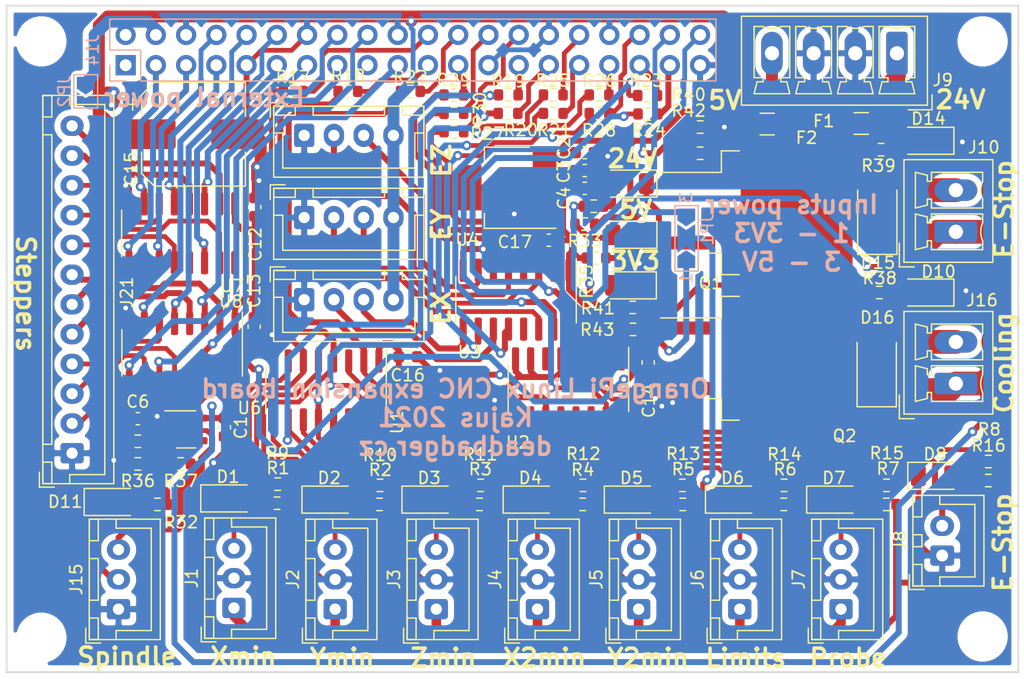
<source format=kicad_pcb>
(kicad_pcb (version 20171130) (host pcbnew 5.1.9)
  (layers (0 F.Cu signal) (31 B.Cu signal) (34 B.Paste user) (35 F.Paste user) (36 B.SilkS user) (37 F.SilkS user) (38 B.Mask user) (39 F.Mask user) (44 Edge.Cuts user))
  (net 0 "")
  (net 1 /Y_DIR)
  (net 2 +24V)
  (net 3 /Y_STEP)
  (net 4 GND)
  (net 5 +3V3)
  (net 6 /~ENABLE)
  (net 7 /X_DIR)
  (net 8 /X_STEP)
  (net 9 /Z_DIR)
  (net 10 /Z_STEP)
  (net 11 /Y2_DIR)
  (net 12 /Y2_STEP)
  (net 13 /X2_DIR)
  (net 14 /X2_STEP)
  (net 15 +5V)
  (net 16 "Net-(C6-Pad1)")
  (net 17 "Net-(D1-Pad2)")
  (net 18 "Net-(D2-Pad2)")
  (net 19 "Net-(D3-Pad2)")
  (net 20 "Net-(D4-Pad2)")
  (net 21 "Net-(D5-Pad2)")
  (net 22 "Net-(D6-Pad2)")
  (net 23 "Net-(D7-Pad2)")
  (net 24 "Net-(D8-Pad2)")
  (net 25 "Net-(D11-Pad2)")
  (net 26 "Net-(D12-Pad2)")
  (net 27 "Net-(D13-Pad2)")
  (net 28 "Net-(D14-Pad2)")
  (net 29 "Net-(D15-Pad2)")
  (net 30 "Net-(D16-Pad2)")
  (net 31 "Net-(J1-Pad3)")
  (net 32 "Net-(J1-Pad1)")
  (net 33 "Net-(J2-Pad3)")
  (net 34 "Net-(J3-Pad3)")
  (net 35 "Net-(J4-Pad3)")
  (net 36 "Net-(J5-Pad3)")
  (net 37 "Net-(J6-Pad3)")
  (net 38 "Net-(J7-Pad3)")
  (net 39 "Net-(J11-Pad3)")
  (net 40 "Net-(J11-Pad2)")
  (net 41 "Net-(J12-Pad3)")
  (net 42 "Net-(J12-Pad2)")
  (net 43 "Net-(J13-Pad3)")
  (net 44 "Net-(J13-Pad2)")
  (net 45 /ESTOP_IN)
  (net 46 /LIMITS)
  (net 47 /Y2_MIN)
  (net 48 /COOLING)
  (net 49 /X2_MIN)
  (net 50 /Z_MIN)
  (net 51 /Y_MIN)
  (net 52 /X_MIN)
  (net 53 /ESTOP_OUT)
  (net 54 /PROBE)
  (net 55 /SPINDLE_PWM)
  (net 56 "Net-(J14-Pad2)")
  (net 57 "Net-(J15-Pad2)")
  (net 58 "Net-(J21-Pad2)")
  (net 59 "Net-(Q2-Pad1)")
  (net 60 "Net-(R17-Pad1)")
  (net 61 "Net-(R10-Pad1)")
  (net 62 "Net-(R11-Pad1)")
  (net 63 "Net-(R12-Pad1)")
  (net 64 "Net-(R13-Pad1)")
  (net 65 "Net-(R14-Pad1)")
  (net 66 "Net-(R15-Pad1)")
  (net 67 "Net-(R16-Pad1)")
  (net 68 "Net-(R25-Pad1)")
  (net 69 "Net-(R26-Pad1)")
  (net 70 "Net-(R27-Pad2)")
  (net 71 "Net-(R28-Pad2)")
  (net 72 "Net-(R29-Pad2)")
  (net 73 "Net-(R30-Pad2)")
  (net 74 "Net-(R36-Pad1)")
  (net 75 "Net-(J21-Pad12)")
  (net 76 "Net-(J21-Pad11)")
  (net 77 "Net-(J21-Pad10)")
  (net 78 "Net-(J21-Pad9)")
  (net 79 "Net-(J21-Pad8)")
  (net 80 "Net-(J21-Pad7)")
  (net 81 "Net-(J21-Pad6)")
  (net 82 "Net-(J21-Pad5)")
  (net 83 "Net-(J21-Pad4)")
  (net 84 "Net-(J21-Pad3)")
  (net 85 "Net-(D9-Pad2)")
  (net 86 "Net-(F1-Pad2)")
  (net 87 "Net-(F2-Pad1)")
  (net 88 /ENC_Z_B)
  (net 89 /ENC_Z_A)
  (net 90 /ENC_Y_B)
  (net 91 /ENC_X_B)
  (net 92 /ENC_X_A)
  (net 93 /ENC_Y_A)
  (net 94 "Net-(D10-Pad2)")
  (net 95 "Net-(Q1-Pad1)")
  (net 96 "Net-(J15-Pad3)")
  (net 97 "Net-(J8-Pad2)")
  (module Package_SO:SOIC-16_3.9x9.9mm_P1.27mm (layer F.Cu) (at 147.2 102.15 270)
    (fp_text reference U2 (at 4.55 4.25 180) (layer F.SilkS))
    (fp_text value 74HC4050)
    (pad 16 smd roundrect (at 2.475 -4.445 270) (size 1.95 0.6) (layers F.Cu F.Paste F.Mask))
    (pad 15 smd roundrect (at 2.475 -3.175 270) (size 1.95 0.6) (layers F.Cu F.Paste F.Mask) (net 66 "Net-(R15-Pad1)"))
    (pad 14 smd roundrect (at 2.475 -1.905 270) (size 1.95 0.6) (layers F.Cu F.Paste F.Mask) (net 38 "Net-(J7-Pad3)"))
    (pad 13 smd roundrect (at 2.475 -0.635 270) (size 1.95 0.6) (layers F.Cu F.Paste F.Mask))
    (pad 12 smd roundrect (at 2.475 0.635 270) (size 1.95 0.6) (layers F.Cu F.Paste F.Mask))
    (pad 11 smd roundrect (at 2.475 1.905 270) (size 1.95 0.6) (layers F.Cu F.Paste F.Mask) (net 4 GND))
    (pad 10 smd roundrect (at 2.475 3.175 270) (size 1.95 0.6) (layers F.Cu F.Paste F.Mask))
    (pad 9 smd roundrect (at 2.475 4.445 270) (size 1.95 0.6) (layers F.Cu F.Paste F.Mask) (net 4 GND))
    (pad 8 smd roundrect (at -2.475 4.445 270) (size 1.95 0.6) (layers F.Cu F.Paste F.Mask) (net 4 GND))
    (pad 7 smd roundrect (at -2.475 3.175 270) (size 1.95 0.6) (layers F.Cu F.Paste F.Mask) (net 4 GND))
    (pad 6 smd roundrect (at -2.475 1.905 270) (size 1.95 0.6) (layers F.Cu F.Paste F.Mask))
    (pad 5 smd roundrect (at -2.475 0.635 270) (size 1.95 0.6) (layers F.Cu F.Paste F.Mask) (net 4 GND))
    (pad 4 smd roundrect (at -2.475 -0.635 270) (size 1.95 0.6) (layers F.Cu F.Paste F.Mask))
    (pad 3 smd roundrect (at -2.475 -1.905 270) (size 1.95 0.6) (layers F.Cu F.Paste F.Mask) (net 97 "Net-(J8-Pad2)"))
    (pad 2 smd roundrect (at -2.475 -3.175 270) (size 1.95 0.6) (layers F.Cu F.Paste F.Mask) (net 67 "Net-(R16-Pad1)"))
    (pad 1 smd roundrect (at -2.475 -4.445 270) (size 1.95 0.6) (layers F.Cu F.Paste F.Mask) (net 5 +3V3))
  )
  (module Capacitor_SMD:C_0603_1608Metric (layer F.Cu) (at 118.3 105.425 90)
    (fp_text reference C1 (at -0.025 1.375 90) (layer F.SilkS))
    (fp_text value 100n)
    (pad 1 smd roundrect (at -0.775 0 90) (size 0.9 0.95) (layers F.Cu F.Paste F.Mask) (net 4 GND))
    (pad 2 smd roundrect (at 0.775 0 90) (size 0.9 0.95) (layers F.Cu F.Paste F.Mask) (net 2 +24V))
  )
  (module Resistor_SMD:R_0603_1608Metric (layer F.Cu) (at 122.725 111.8 180)
    (fp_text reference R1 (at -0.075 2.95) (layer F.SilkS))
    (fp_text value 1k)
    (pad 2 smd roundrect (at 0.825 0 180) (size 0.8 0.95) (layers F.Cu F.Paste F.Mask) (net 31 "Net-(J1-Pad3)"))
    (pad 1 smd roundrect (at -0.825 0 180) (size 0.8 0.95) (layers F.Cu F.Paste F.Mask) (net 32 "Net-(J1-Pad1)"))
  )
  (module Resistor_SMD:R_0603_1608Metric (layer F.Cu) (at 122.775 110.2 180)
    (fp_text reference R9 (at 0.025 2.6) (layer F.SilkS))
    (fp_text value 330)
    (pad 2 smd roundrect (at 0.825 0 180) (size 0.8 0.95) (layers F.Cu F.Paste F.Mask) (net 17 "Net-(D1-Pad2)"))
    (pad 1 smd roundrect (at -0.825 0 180) (size 0.8 0.95) (layers F.Cu F.Paste F.Mask) (net 60 "Net-(R17-Pad1)"))
  )
  (module Package_TO_SOT_SMD:SOT-23-5 (layer F.Cu) (at 115.0875 105.6)
    (fp_text reference U6 (at 5.3125 -1.8) (layer F.SilkS))
    (fp_text value MIC6211YM5)
    (pad 5 smd roundrect (at 1.1375 -0.95) (size 1.325 0.6) (layers F.Cu F.Paste F.Mask) (net 2 +24V))
    (pad 4 smd roundrect (at 1.1375 0.95) (size 1.325 0.6) (layers F.Cu F.Paste F.Mask) (net 74 "Net-(R36-Pad1)"))
    (pad 3 smd roundrect (at -1.1375 0.95) (size 1.325 0.6) (layers F.Cu F.Paste F.Mask) (net 16 "Net-(C6-Pad1)"))
    (pad 2 smd roundrect (at -1.1375 0) (size 1.325 0.6) (layers F.Cu F.Paste F.Mask) (net 4 GND))
    (pad 1 smd roundrect (at -1.1375 -0.95) (size 1.325 0.6) (layers F.Cu F.Paste F.Mask) (net 57 "Net-(J15-Pad2)"))
  )
  (module Resistor_SMD:R_0603_1608Metric (layer F.Cu) (at 111.025 106.6 180)
    (fp_text reference R34 hide)
    (fp_text value 10k)
    (pad 2 smd roundrect (at 0.825 0 180) (size 0.8 0.95) (layers F.Cu F.Paste F.Mask) (net 55 /SPINDLE_PWM))
    (pad 1 smd roundrect (at -0.825 0 180) (size 0.8 0.95) (layers F.Cu F.Paste F.Mask) (net 16 "Net-(C6-Pad1)"))
  )
  (module Capacitor_SMD:C_0603_1608Metric (layer F.Cu) (at 111.025 104.7)
    (fp_text reference C6 (at 0 -1.43) (layer F.SilkS))
    (fp_text value 1u)
    (pad 2 smd roundrect (at 0.775 0) (size 0.9 0.95) (layers F.Cu F.Paste F.Mask) (net 4 GND))
    (pad 1 smd roundrect (at -0.775 0) (size 0.9 0.95) (layers F.Cu F.Paste F.Mask) (net 16 "Net-(C6-Pad1)"))
  )
  (module Connector_JST:JST_XH_B3B-XH-A_1x03_P2.50mm_Vertical (layer F.Cu) (at 153.1 120.7 90)
    (fp_text reference J5 (at 2.5 -3.55 90) (layer F.SilkS))
    (fp_text value Y2_MIN)
    (pad 3 thru_hole oval (at 5 0 90) (size 1.7 1.95) (drill 0.95) (layers *.Cu *.Mask) (net 36 "Net-(J5-Pad3)"))
    (pad 2 thru_hole oval (at 2.5 0 90) (size 1.7 1.95) (drill 0.95) (layers *.Cu *.Mask) (net 4 GND))
    (pad 1 thru_hole roundrect (at 0 0 90) (size 1.7 1.95) (drill 0.95) (layers *.Cu *.Mask) (roundrect_rratio 0.1470588235294118) (net 32 "Net-(J1-Pad1)"))
  )
  (module MountingHole:MountingHole_3.2mm_M3 (layer F.Cu) (at 182 73)
    (fp_text reference REF** hide)
    (fp_text value MountingHole_3.2mm_M3)
    (pad 1 np_thru_hole circle (at 0 0) (size 3.2 3.2) (drill 3.2) (layers *.Cu *.Mask))
  )
  (module MountingHole:MountingHole_3.2mm_M3 (layer F.Cu) (at 182 123)
    (fp_text reference REF** hide)
    (fp_text value MountingHole_3.2mm_M3)
    (pad 1 np_thru_hole circle (at 0 0) (size 3.2 3.2) (drill 3.2) (layers *.Cu *.Mask))
  )
  (module MountingHole:MountingHole_3.2mm_M3 (layer F.Cu) (at 102.92 123.1)
    (fp_text reference REF** hide)
    (fp_text value MountingHole_3.2mm_M3)
    (pad 1 np_thru_hole circle (at 0 0) (size 3.2 3.2) (drill 3.2) (layers *.Cu *.Mask))
  )
  (module MountingHole:MountingHole_3.2mm_M3 (layer F.Cu) (at 102.92 73)
    (fp_text reference REF** hide)
    (fp_text value MountingHole_3.2mm_M3)
    (pad 1 np_thru_hole circle (at 0 0) (size 3.2 3.2) (drill 3.2) (layers *.Cu *.Mask))
  )
  (module Package_TO_SOT_SMD:SOT-223-3_TabPin2 (layer F.Cu) (at 142.05 85.3 180)
    (fp_text reference U4 (at 3.35 -4.35) (layer F.SilkS))
    (fp_text value AP1117-33)
    (pad 1 smd rect (at -3.15 -2.3 180) (size 2 1.5) (layers F.Cu F.Paste F.Mask) (net 4 GND))
    (pad 3 smd rect (at -3.15 2.3 180) (size 2 1.5) (layers F.Cu F.Paste F.Mask) (net 15 +5V))
    (pad 2 smd rect (at -3.15 0 180) (size 2 1.5) (layers F.Cu F.Paste F.Mask) (net 5 +3V3))
    (pad 2 smd rect (at 3.15 0 180) (size 2 3.8) (layers F.Cu F.Paste F.Mask) (net 5 +3V3))
  )
  (module Package_SO:SOIC-16_3.9x9.9mm_P1.27mm (layer F.Cu) (at 142.8 94.7 270)
    (fp_text reference U3 (at 4.4 3.9 180) (layer F.SilkS))
    (fp_text value 74HC4050)
    (pad 16 smd roundrect (at 2.475 -4.445 270) (size 1.95 0.6) (layers F.Cu F.Paste F.Mask))
    (pad 15 smd roundrect (at 2.475 -3.175 270) (size 1.95 0.6) (layers F.Cu F.Paste F.Mask) (net 71 "Net-(R28-Pad2)"))
    (pad 14 smd roundrect (at 2.475 -1.905 270) (size 1.95 0.6) (layers F.Cu F.Paste F.Mask) (net 42 "Net-(J12-Pad2)"))
    (pad 13 smd roundrect (at 2.475 -0.635 270) (size 1.95 0.6) (layers F.Cu F.Paste F.Mask))
    (pad 12 smd roundrect (at 2.475 0.635 270) (size 1.95 0.6) (layers F.Cu F.Paste F.Mask) (net 69 "Net-(R26-Pad1)"))
    (pad 11 smd roundrect (at 2.475 1.905 270) (size 1.95 0.6) (layers F.Cu F.Paste F.Mask) (net 40 "Net-(J11-Pad2)"))
    (pad 10 smd roundrect (at 2.475 3.175 270) (size 1.95 0.6) (layers F.Cu F.Paste F.Mask) (net 68 "Net-(R25-Pad1)"))
    (pad 9 smd roundrect (at 2.475 4.445 270) (size 1.95 0.6) (layers F.Cu F.Paste F.Mask) (net 39 "Net-(J11-Pad3)"))
    (pad 8 smd roundrect (at -2.475 4.445 270) (size 1.95 0.6) (layers F.Cu F.Paste F.Mask) (net 4 GND))
    (pad 7 smd roundrect (at -2.475 3.175 270) (size 1.95 0.6) (layers F.Cu F.Paste F.Mask) (net 43 "Net-(J13-Pad3)"))
    (pad 6 smd roundrect (at -2.475 1.905 270) (size 1.95 0.6) (layers F.Cu F.Paste F.Mask) (net 72 "Net-(R29-Pad2)"))
    (pad 5 smd roundrect (at -2.475 0.635 270) (size 1.95 0.6) (layers F.Cu F.Paste F.Mask) (net 44 "Net-(J13-Pad2)"))
    (pad 4 smd roundrect (at -2.475 -0.635 270) (size 1.95 0.6) (layers F.Cu F.Paste F.Mask) (net 73 "Net-(R30-Pad2)"))
    (pad 3 smd roundrect (at -2.475 -1.905 270) (size 1.95 0.6) (layers F.Cu F.Paste F.Mask) (net 41 "Net-(J12-Pad3)"))
    (pad 2 smd roundrect (at -2.475 -3.175 270) (size 1.95 0.6) (layers F.Cu F.Paste F.Mask) (net 70 "Net-(R27-Pad2)"))
    (pad 1 smd roundrect (at -2.475 -4.445 270) (size 1.95 0.6) (layers F.Cu F.Paste F.Mask) (net 5 +3V3))
  )
  (module Package_SO:SOIC-16_3.9x9.9mm_P1.27mm (layer F.Cu) (at 126.835 102.325 270)
    (fp_text reference U1 (at 2.675 -5.965 90) (layer F.SilkS))
    (fp_text value 74HC4050)
    (pad 16 smd roundrect (at 2.475 -4.445 270) (size 1.95 0.6) (layers F.Cu F.Paste F.Mask))
    (pad 15 smd roundrect (at 2.475 -3.175 270) (size 1.95 0.6) (layers F.Cu F.Paste F.Mask) (net 64 "Net-(R13-Pad1)"))
    (pad 14 smd roundrect (at 2.475 -1.905 270) (size 1.95 0.6) (layers F.Cu F.Paste F.Mask) (net 36 "Net-(J5-Pad3)"))
    (pad 13 smd roundrect (at 2.475 -0.635 270) (size 1.95 0.6) (layers F.Cu F.Paste F.Mask))
    (pad 12 smd roundrect (at 2.475 0.635 270) (size 1.95 0.6) (layers F.Cu F.Paste F.Mask) (net 63 "Net-(R12-Pad1)"))
    (pad 11 smd roundrect (at 2.475 1.905 270) (size 1.95 0.6) (layers F.Cu F.Paste F.Mask) (net 35 "Net-(J4-Pad3)"))
    (pad 10 smd roundrect (at 2.475 3.175 270) (size 1.95 0.6) (layers F.Cu F.Paste F.Mask) (net 62 "Net-(R11-Pad1)"))
    (pad 9 smd roundrect (at 2.475 4.445 270) (size 1.95 0.6) (layers F.Cu F.Paste F.Mask) (net 34 "Net-(J3-Pad3)"))
    (pad 8 smd roundrect (at -2.475 4.445 270) (size 1.95 0.6) (layers F.Cu F.Paste F.Mask) (net 4 GND))
    (pad 7 smd roundrect (at -2.475 3.175 270) (size 1.95 0.6) (layers F.Cu F.Paste F.Mask) (net 31 "Net-(J1-Pad3)"))
    (pad 6 smd roundrect (at -2.475 1.905 270) (size 1.95 0.6) (layers F.Cu F.Paste F.Mask) (net 60 "Net-(R17-Pad1)"))
    (pad 5 smd roundrect (at -2.475 0.635 270) (size 1.95 0.6) (layers F.Cu F.Paste F.Mask) (net 33 "Net-(J2-Pad3)"))
    (pad 4 smd roundrect (at -2.475 -0.635 270) (size 1.95 0.6) (layers F.Cu F.Paste F.Mask) (net 61 "Net-(R10-Pad1)"))
    (pad 3 smd roundrect (at -2.475 -1.905 270) (size 1.95 0.6) (layers F.Cu F.Paste F.Mask) (net 37 "Net-(J6-Pad3)"))
    (pad 2 smd roundrect (at -2.475 -3.175 270) (size 1.95 0.6) (layers F.Cu F.Paste F.Mask) (net 65 "Net-(R14-Pad1)"))
    (pad 1 smd roundrect (at -2.475 -4.445 270) (size 1.95 0.6) (layers F.Cu F.Paste F.Mask) (net 5 +3V3))
  )
  (module Resistor_SMD:R_0603_1608Metric (layer F.Cu) (at 152.625 97.2 180)
    (fp_text reference R43 (at 3 -0.025) (layer F.SilkS))
    (fp_text value 100)
    (pad 2 smd roundrect (at 0.825 0 180) (size 0.8 0.95) (layers F.Cu F.Paste F.Mask) (net 48 /COOLING))
    (pad 1 smd roundrect (at -0.825 0 180) (size 0.8 0.95) (layers F.Cu F.Paste F.Mask) (net 59 "Net-(Q2-Pad1)"))
  )
  (module Resistor_SMD:R_0603_1608Metric (layer F.Cu) (at 158.275 82.4 180)
    (fp_text reference R42 (at 0.975 3.575) (layer F.SilkS))
    (fp_text value 100)
    (pad 2 smd roundrect (at 0.825 0 180) (size 0.8 0.95) (layers F.Cu F.Paste F.Mask) (net 53 /ESTOP_OUT))
    (pad 1 smd roundrect (at -0.825 0 180) (size 0.8 0.95) (layers F.Cu F.Paste F.Mask) (net 95 "Net-(Q1-Pad1)"))
  )
  (module Resistor_SMD:R_0603_1608Metric (layer F.Cu) (at 152.6 95.35)
    (fp_text reference R41 (at -2.925 0.075 180) (layer F.SilkS))
    (fp_text value 10k)
    (pad 2 smd roundrect (at 0.825 0) (size 0.8 0.95) (layers F.Cu F.Paste F.Mask) (net 4 GND))
    (pad 1 smd roundrect (at -0.825 0) (size 0.8 0.95) (layers F.Cu F.Paste F.Mask) (net 48 /COOLING))
  )
  (module Resistor_SMD:R_0603_1608Metric (layer F.Cu) (at 114.625 108.5 180)
    (fp_text reference R37 (at 0 -1.43) (layer F.SilkS))
    (fp_text value 20k)
    (pad 2 smd roundrect (at 0.825 0 180) (size 0.8 0.95) (layers F.Cu F.Paste F.Mask) (net 74 "Net-(R36-Pad1)"))
    (pad 1 smd roundrect (at -0.825 0 180) (size 0.8 0.95) (layers F.Cu F.Paste F.Mask) (net 57 "Net-(J15-Pad2)"))
  )
  (module Resistor_SMD:R_0603_1608Metric (layer F.Cu) (at 111.025 108.5 180)
    (fp_text reference R36 (at 0 -1.43) (layer F.SilkS))
    (fp_text value 10k)
    (pad 2 smd roundrect (at 0.825 0 180) (size 0.8 0.95) (layers F.Cu F.Paste F.Mask) (net 4 GND))
    (pad 1 smd roundrect (at -0.825 0 180) (size 0.8 0.95) (layers F.Cu F.Paste F.Mask) (net 74 "Net-(R36-Pad1)"))
  )
  (module Resistor_SMD:R_0603_1608Metric (layer F.Cu) (at 149.525 91.2)
    (fp_text reference R35 (at -0.8 1.975 90) (layer F.SilkS))
    (fp_text value 330)
    (pad 2 smd roundrect (at 0.825 0) (size 0.8 0.95) (layers F.Cu F.Paste F.Mask) (net 27 "Net-(D13-Pad2)"))
    (pad 1 smd roundrect (at -0.825 0) (size 0.8 0.95) (layers F.Cu F.Paste F.Mask) (net 5 +3V3))
  )
  (module Resistor_SMD:R_0603_1608Metric (layer F.Cu) (at 148.575 88.35 180)
    (fp_text reference R33 (at 0 -1.43) (layer F.SilkS))
    (fp_text value 680)
    (pad 1 smd roundrect (at -0.825 0 180) (size 0.8 0.95) (layers F.Cu F.Paste F.Mask) (net 15 +5V))
    (pad 2 smd roundrect (at 0.825 0 180) (size 0.8 0.95) (layers F.Cu F.Paste F.Mask) (net 26 "Net-(D12-Pad2)"))
  )
  (module Resistor_SMD:R_0603_1608Metric (layer F.Cu) (at 112.675 111.9 180)
    (fp_text reference R32 (at -1.975 -1.5) (layer F.SilkS))
    (fp_text value 330)
    (pad 2 smd roundrect (at 0.825 0 180) (size 0.8 0.95) (layers F.Cu F.Paste F.Mask) (net 25 "Net-(D11-Pad2)"))
    (pad 1 smd roundrect (at -0.825 0 180) (size 0.8 0.95) (layers F.Cu F.Paste F.Mask) (net 55 /SPINDLE_PWM))
  )
  (module Resistor_SMD:R_0603_1608Metric (layer F.Cu) (at 137.575 79.05 180)
    (fp_text reference R30 (at -2.2 0.375 90) (layer F.SilkS))
    (fp_text value 10k)
    (pad 2 smd roundrect (at 0.825 0 180) (size 0.8 0.95) (layers F.Cu F.Paste F.Mask) (net 73 "Net-(R30-Pad2)"))
    (pad 1 smd roundrect (at -0.825 0 180) (size 0.8 0.95) (layers F.Cu F.Paste F.Mask) (net 88 /ENC_Z_B))
  )
  (module Resistor_SMD:R_0603_1608Metric (layer F.Cu) (at 137.575 77.5 180)
    (fp_text reference R29 (at 0.025 1.25) (layer F.SilkS))
    (fp_text value 10k)
    (pad 2 smd roundrect (at 0.825 0 180) (size 0.8 0.95) (layers F.Cu F.Paste F.Mask) (net 72 "Net-(R29-Pad2)"))
    (pad 1 smd roundrect (at -0.825 0 180) (size 0.8 0.95) (layers F.Cu F.Paste F.Mask) (net 89 /ENC_Z_A))
  )
  (module Resistor_SMD:R_0603_1608Metric (layer F.Cu) (at 149.775 79.05 180)
    (fp_text reference R28 (at 0 -1.43) (layer F.SilkS))
    (fp_text value 10k)
    (pad 2 smd roundrect (at 0.825 0 180) (size 0.8 0.95) (layers F.Cu F.Paste F.Mask) (net 71 "Net-(R28-Pad2)"))
    (pad 1 smd roundrect (at -0.825 0 180) (size 0.8 0.95) (layers F.Cu F.Paste F.Mask) (net 90 /ENC_Y_B))
  )
  (module Resistor_SMD:R_0603_1608Metric (layer F.Cu) (at 137.575 80.6 180)
    (fp_text reference R27 (at -2.825 -0.15) (layer F.SilkS))
    (fp_text value 10k)
    (pad 2 smd roundrect (at 0.825 0 180) (size 0.8 0.95) (layers F.Cu F.Paste F.Mask) (net 70 "Net-(R27-Pad2)"))
    (pad 1 smd roundrect (at -0.825 0 180) (size 0.8 0.95) (layers F.Cu F.Paste F.Mask) (net 93 /ENC_Y_A))
  )
  (module Resistor_SMD:R_0603_1608Metric (layer F.Cu) (at 149.775 77.5)
    (fp_text reference R26 (at 0.025 -1.2) (layer F.SilkS))
    (fp_text value 10k)
    (pad 2 smd roundrect (at 0.825 0) (size 0.8 0.95) (layers F.Cu F.Paste F.Mask) (net 91 /ENC_X_B))
    (pad 1 smd roundrect (at -0.825 0) (size 0.8 0.95) (layers F.Cu F.Paste F.Mask) (net 69 "Net-(R26-Pad1)"))
  )
  (module Resistor_SMD:R_0603_1608Metric (layer F.Cu) (at 145.925 79.05)
    (fp_text reference R25 (at -0.025 -2.75) (layer F.SilkS))
    (fp_text value 10k)
    (pad 2 smd roundrect (at 0.825 0) (size 0.8 0.95) (layers F.Cu F.Paste F.Mask) (net 92 /ENC_X_A))
    (pad 1 smd roundrect (at -0.825 0) (size 0.8 0.95) (layers F.Cu F.Paste F.Mask) (net 68 "Net-(R25-Pad1)"))
  )
  (module Resistor_SMD:R_0603_1608Metric (layer F.Cu) (at 153.875 79.1)
    (fp_text reference R24 (at 0.075 1.35) (layer F.SilkS))
    (fp_text value 10k)
    (pad 2 smd roundrect (at 0.825 0) (size 0.8 0.95) (layers F.Cu F.Paste F.Mask) (net 45 /ESTOP_IN))
    (pad 1 smd roundrect (at -0.825 0) (size 0.8 0.95) (layers F.Cu F.Paste F.Mask) (net 67 "Net-(R16-Pad1)"))
  )
  (module Resistor_SMD:R_0603_1608Metric (layer F.Cu) (at 153.85 77.55)
    (fp_text reference R23 (at -0.1 -1.25) (layer F.SilkS))
    (fp_text value 10k)
    (pad 2 smd roundrect (at 0.825 0) (size 0.8 0.95) (layers F.Cu F.Paste F.Mask) (net 54 /PROBE))
    (pad 1 smd roundrect (at -0.825 0) (size 0.8 0.95) (layers F.Cu F.Paste F.Mask) (net 66 "Net-(R15-Pad1)"))
  )
  (module Resistor_SMD:R_0603_1608Metric (layer F.Cu) (at 133.925 77.2)
    (fp_text reference R22 (at 0 -1.2) (layer F.SilkS))
    (fp_text value 10k)
    (pad 2 smd roundrect (at 0.825 0) (size 0.8 0.95) (layers F.Cu F.Paste F.Mask) (net 46 /LIMITS))
    (pad 1 smd roundrect (at -0.825 0) (size 0.8 0.95) (layers F.Cu F.Paste F.Mask) (net 65 "Net-(R14-Pad1)"))
  )
  (module Resistor_SMD:R_0603_1608Metric (layer F.Cu) (at 145.925 77.5)
    (fp_text reference R21 (at 0.075 2.95) (layer F.SilkS))
    (fp_text value 10k)
    (pad 2 smd roundrect (at 0.825 0) (size 0.8 0.95) (layers F.Cu F.Paste F.Mask) (net 47 /Y2_MIN))
    (pad 1 smd roundrect (at -0.825 0) (size 0.8 0.95) (layers F.Cu F.Paste F.Mask) (net 64 "Net-(R13-Pad1)"))
  )
  (module Resistor_SMD:R_0603_1608Metric (layer F.Cu) (at 142.125 79.05)
    (fp_text reference R20 (at 1.075 1.4) (layer F.SilkS))
    (fp_text value 10k)
    (pad 2 smd roundrect (at 0.825 0) (size 0.8 0.95) (layers F.Cu F.Paste F.Mask) (net 49 /X2_MIN))
    (pad 1 smd roundrect (at -0.825 0) (size 0.8 0.95) (layers F.Cu F.Paste F.Mask) (net 63 "Net-(R12-Pad1)"))
  )
  (module Resistor_SMD:R_0603_1608Metric (layer F.Cu) (at 142.15 77.5)
    (fp_text reference R19 (at 0 -1.15) (layer F.SilkS))
    (fp_text value 10k)
    (pad 2 smd roundrect (at 0.825 0) (size 0.8 0.95) (layers F.Cu F.Paste F.Mask) (net 50 /Z_MIN))
    (pad 1 smd roundrect (at -0.825 0) (size 0.8 0.95) (layers F.Cu F.Paste F.Mask) (net 62 "Net-(R11-Pad1)"))
  )
  (module Resistor_SMD:R_0603_1608Metric (layer F.Cu) (at 128.675 77.2)
    (fp_text reference R18 (at 0 -1.3) (layer F.SilkS))
    (fp_text value 10k)
    (pad 2 smd roundrect (at 0.825 0) (size 0.8 0.95) (layers F.Cu F.Paste F.Mask) (net 51 /Y_MIN))
    (pad 1 smd roundrect (at -0.825 0) (size 0.8 0.95) (layers F.Cu F.Paste F.Mask) (net 61 "Net-(R10-Pad1)"))
  )
  (module Resistor_SMD:R_0603_1608Metric (layer F.Cu) (at 124.075 77.2)
    (fp_text reference R17 (at -0.025 -1.2) (layer F.SilkS))
    (fp_text value 10k)
    (pad 2 smd roundrect (at 0.825 0) (size 0.8 0.95) (layers F.Cu F.Paste F.Mask) (net 52 /X_MIN))
    (pad 1 smd roundrect (at -0.825 0) (size 0.8 0.95) (layers F.Cu F.Paste F.Mask) (net 60 "Net-(R17-Pad1)"))
  )
  (module Resistor_SMD:R_0603_1608Metric (layer F.Cu) (at 182.475 108.3 180)
    (fp_text reference R16 (at -0.025 1.35) (layer F.SilkS))
    (fp_text value 330)
    (pad 2 smd roundrect (at 0.825 0 180) (size 0.8 0.95) (layers F.Cu F.Paste F.Mask) (net 24 "Net-(D8-Pad2)"))
    (pad 1 smd roundrect (at -0.825 0 180) (size 0.8 0.95) (layers F.Cu F.Paste F.Mask) (net 67 "Net-(R16-Pad1)"))
  )
  (module Resistor_SMD:R_0603_1608Metric (layer F.Cu) (at 173.925 110.3 180)
    (fp_text reference R15 (at -0.025 2.7) (layer F.SilkS))
    (fp_text value 330)
    (pad 2 smd roundrect (at 0.825 0 180) (size 0.8 0.95) (layers F.Cu F.Paste F.Mask) (net 23 "Net-(D7-Pad2)"))
    (pad 1 smd roundrect (at -0.825 0 180) (size 0.8 0.95) (layers F.Cu F.Paste F.Mask) (net 66 "Net-(R15-Pad1)"))
  )
  (module Resistor_SMD:R_0603_1608Metric (layer F.Cu) (at 165.325 110.3 180)
    (fp_text reference R14 (at -0.025 2.6) (layer F.SilkS))
    (fp_text value 330)
    (pad 2 smd roundrect (at 0.825 0 180) (size 0.8 0.95) (layers F.Cu F.Paste F.Mask) (net 22 "Net-(D6-Pad2)"))
    (pad 1 smd roundrect (at -0.825 0 180) (size 0.8 0.95) (layers F.Cu F.Paste F.Mask) (net 65 "Net-(R14-Pad1)"))
  )
  (module Resistor_SMD:R_0603_1608Metric (layer F.Cu) (at 156.775 110.3 180)
    (fp_text reference R13 (at -0.075 2.65) (layer F.SilkS))
    (fp_text value 330)
    (pad 2 smd roundrect (at 0.825 0 180) (size 0.8 0.95) (layers F.Cu F.Paste F.Mask) (net 21 "Net-(D5-Pad2)"))
    (pad 1 smd roundrect (at -0.825 0 180) (size 0.8 0.95) (layers F.Cu F.Paste F.Mask) (net 64 "Net-(R13-Pad1)"))
  )
  (module Resistor_SMD:R_0603_1608Metric (layer F.Cu) (at 148.425 110.3 180)
    (fp_text reference R12 (at -0.025 2.65) (layer F.SilkS))
    (fp_text value 330)
    (pad 2 smd roundrect (at 0.825 0 180) (size 0.8 0.95) (layers F.Cu F.Paste F.Mask) (net 20 "Net-(D4-Pad2)"))
    (pad 1 smd roundrect (at -0.825 0 180) (size 0.8 0.95) (layers F.Cu F.Paste F.Mask) (net 63 "Net-(R12-Pad1)"))
  )
  (module Resistor_SMD:R_0603_1608Metric (layer F.Cu) (at 139.825 110.3 180)
    (fp_text reference R11 (at 0.025 2.6) (layer F.SilkS))
    (fp_text value 330)
    (pad 2 smd roundrect (at 0.825 0 180) (size 0.8 0.95) (layers F.Cu F.Paste F.Mask) (net 19 "Net-(D3-Pad2)"))
    (pad 1 smd roundrect (at -0.825 0 180) (size 0.8 0.95) (layers F.Cu F.Paste F.Mask) (net 62 "Net-(R11-Pad1)"))
  )
  (module Resistor_SMD:R_0603_1608Metric (layer F.Cu) (at 131.375 110.3 180)
    (fp_text reference R10 (at 0 2.55) (layer F.SilkS))
    (fp_text value 330)
    (pad 2 smd roundrect (at 0.825 0 180) (size 0.8 0.95) (layers F.Cu F.Paste F.Mask) (net 18 "Net-(D2-Pad2)"))
    (pad 1 smd roundrect (at -0.825 0 180) (size 0.8 0.95) (layers F.Cu F.Paste F.Mask) (net 61 "Net-(R10-Pad1)"))
  )
  (module Resistor_SMD:R_0603_1608Metric (layer F.Cu) (at 182.475 109.9)
    (fp_text reference R8 (at 0.075 -4.3) (layer F.SilkS))
    (fp_text value 10k)
    (pad 2 smd roundrect (at 0.825 0) (size 0.8 0.95) (layers F.Cu F.Paste F.Mask) (net 32 "Net-(J1-Pad1)"))
    (pad 1 smd roundrect (at -0.825 0) (size 0.8 0.95) (layers F.Cu F.Paste F.Mask) (net 97 "Net-(J8-Pad2)"))
  )
  (module Resistor_SMD:R_0603_1608Metric (layer F.Cu) (at 173.9 111.9 180)
    (fp_text reference R7 (at -0.15 3) (layer F.SilkS))
    (fp_text value 1k)
    (pad 2 smd roundrect (at 0.825 0 180) (size 0.8 0.95) (layers F.Cu F.Paste F.Mask) (net 38 "Net-(J7-Pad3)"))
    (pad 1 smd roundrect (at -0.825 0 180) (size 0.8 0.95) (layers F.Cu F.Paste F.Mask) (net 32 "Net-(J1-Pad1)"))
  )
  (module Resistor_SMD:R_0603_1608Metric (layer F.Cu) (at 165.3 111.9 180)
    (fp_text reference R6 (at -0.1 2.95) (layer F.SilkS))
    (fp_text value 1k)
    (pad 2 smd roundrect (at 0.825 0 180) (size 0.8 0.95) (layers F.Cu F.Paste F.Mask) (net 37 "Net-(J6-Pad3)"))
    (pad 1 smd roundrect (at -0.825 0 180) (size 0.8 0.95) (layers F.Cu F.Paste F.Mask) (net 32 "Net-(J1-Pad1)"))
  )
  (module Resistor_SMD:R_0603_1608Metric (layer F.Cu) (at 156.8 111.9 180)
    (fp_text reference R5 (at -0.05 2.95) (layer F.SilkS))
    (fp_text value 1k)
    (pad 2 smd roundrect (at 0.825 0 180) (size 0.8 0.95) (layers F.Cu F.Paste F.Mask) (net 36 "Net-(J5-Pad3)"))
    (pad 1 smd roundrect (at -0.825 0 180) (size 0.8 0.95) (layers F.Cu F.Paste F.Mask) (net 32 "Net-(J1-Pad1)"))
  )
  (module Resistor_SMD:R_0603_1608Metric (layer F.Cu) (at 148.4 111.9 180)
    (fp_text reference R4 (at 0 2.9) (layer F.SilkS))
    (fp_text value 1k)
    (pad 2 smd roundrect (at 0.825 0 180) (size 0.8 0.95) (layers F.Cu F.Paste F.Mask) (net 35 "Net-(J4-Pad3)"))
    (pad 1 smd roundrect (at -0.825 0 180) (size 0.8 0.95) (layers F.Cu F.Paste F.Mask) (net 32 "Net-(J1-Pad1)"))
  )
  (module Resistor_SMD:R_0603_1608Metric (layer F.Cu) (at 139.725 111.9 180)
    (fp_text reference R3 (at -0.075 2.95) (layer F.SilkS))
    (fp_text value 1k)
    (pad 2 smd roundrect (at 0.825 0 180) (size 0.8 0.95) (layers F.Cu F.Paste F.Mask) (net 34 "Net-(J3-Pad3)"))
    (pad 1 smd roundrect (at -0.825 0 180) (size 0.8 0.95) (layers F.Cu F.Paste F.Mask) (net 32 "Net-(J1-Pad1)"))
  )
  (module Resistor_SMD:R_0603_1608Metric (layer F.Cu) (at 131.325 111.9 180)
    (fp_text reference R2 (at -0.075 2.9) (layer F.SilkS))
    (fp_text value 1k)
    (pad 2 smd roundrect (at 0.825 0 180) (size 0.8 0.95) (layers F.Cu F.Paste F.Mask) (net 33 "Net-(J2-Pad3)"))
    (pad 1 smd roundrect (at -0.825 0 180) (size 0.8 0.95) (layers F.Cu F.Paste F.Mask) (net 32 "Net-(J1-Pad1)"))
  )
  (module Jumper:SolderJumper-2_P1.3mm_Open_TrianglePad1.0x1.5mm (layer B.Cu) (at 106.65 77.2 270)
    (fp_text reference JP2 (at 0 1.8 270) (layer B.SilkS) (effects (justify mirror)))
    (fp_text value EXT_PWR)
    (pad 1 smd custom (at -0.725 0 270) (size 0.3 0.3) (layers B.Cu B.Mask) (net 56 "Net-(J14-Pad2)") (options (clearance outline) (anchor rect)) (primitives (gr_poly (pts (xy -0.5 0.75) (xy 0.5 0.75) (xy 1 0) (xy 0.5 -0.75) (xy -0.5 -0.75)) (width 0))))
    (pad 2 smd custom (at 0.725 0 270) (size 0.3 0.3) (layers B.Cu B.Mask) (net 15 +5V) (options (clearance outline) (anchor rect)) (primitives (gr_poly (pts (xy -0.65 0.75) (xy 0.5 0.75) (xy 0.5 -0.75) (xy -0.65 -0.75) (xy -0.15 0)) (width 0))))
  )
  (module Jumper:SolderJumper-3_P2.0mm_Open_TrianglePad1.0x1.5mm_NumberLabels (layer B.Cu) (at 157.1 89.55 90)
    (fp_text reference JP1 (at 0.725 1.775 90) (layer B.SilkS) (effects (justify mirror)))
    (fp_text value END_PWR)
    (fp_text user 1 (at -3.35 0 90) (layer B.SilkS) (effects (justify mirror)))
    (fp_text user 3 (at 3.4 0 90) (layer B.SilkS) (effects (justify mirror)))
    (pad 3 smd custom (at 2 0 270) (size 0.3 0.3) (layers B.Cu B.Mask) (net 15 +5V) (options (clearance outline) (anchor rect)) (primitives (gr_poly (pts (xy -0.5 0.75) (xy 0.5 0.75) (xy 1 0) (xy 0.5 -0.75) (xy -0.5 -0.75)) (width 0))))
    (pad 2 smd custom (at 0 0 90) (size 0.3 0.3) (layers B.Cu) (net 32 "Net-(J1-Pad1)") (options (clearance outline) (anchor rect)) (primitives (gr_poly (pts (xy -1.2 0.75) (xy 1.2 0.75) (xy 0.7 0) (xy 1.2 -0.75) (xy -1.2 -0.75) (xy -0.7 0)) (width 0))))
    (pad 1 smd custom (at -2 0 90) (size 0.3 0.3) (layers B.Cu B.Mask) (net 5 +3V3) (options (clearance outline) (anchor rect)) (primitives (gr_poly (pts (xy -0.5 0.75) (xy 0.5 0.75) (xy 1 0) (xy 0.5 -0.75) (xy -0.5 -0.75)) (width 0))))
  )
  (module Connector_JST:JST_XH_B12B-XH-A_1x12_P2.50mm_Vertical (layer F.Cu) (at 105.5 107.6 90)
    (fp_text reference J21 (at 13.5 4.6 90) (layer F.SilkS))
    (fp_text value STEPPERS)
    (pad 12 thru_hole oval (at 27.5 0 90) (size 1.7 1.95) (drill 0.95) (layers *.Cu *.Mask) (net 75 "Net-(J21-Pad12)"))
    (pad 11 thru_hole oval (at 25 0 90) (size 1.7 1.95) (drill 0.95) (layers *.Cu *.Mask) (net 76 "Net-(J21-Pad11)"))
    (pad 10 thru_hole oval (at 22.5 0 90) (size 1.7 1.95) (drill 0.95) (layers *.Cu *.Mask) (net 77 "Net-(J21-Pad10)"))
    (pad 9 thru_hole oval (at 20 0 90) (size 1.7 1.95) (drill 0.95) (layers *.Cu *.Mask) (net 78 "Net-(J21-Pad9)"))
    (pad 8 thru_hole oval (at 17.5 0 90) (size 1.7 1.95) (drill 0.95) (layers *.Cu *.Mask) (net 79 "Net-(J21-Pad8)"))
    (pad 7 thru_hole oval (at 15 0 90) (size 1.7 1.95) (drill 0.95) (layers *.Cu *.Mask) (net 80 "Net-(J21-Pad7)"))
    (pad 6 thru_hole oval (at 12.5 0 90) (size 1.7 1.95) (drill 0.95) (layers *.Cu *.Mask) (net 81 "Net-(J21-Pad6)"))
    (pad 5 thru_hole oval (at 10 0 90) (size 1.7 1.95) (drill 0.95) (layers *.Cu *.Mask) (net 82 "Net-(J21-Pad5)"))
    (pad 4 thru_hole oval (at 7.5 0 90) (size 1.7 1.95) (drill 0.95) (layers *.Cu *.Mask) (net 83 "Net-(J21-Pad4)"))
    (pad 3 thru_hole oval (at 5 0 90) (size 1.7 1.95) (drill 0.95) (layers *.Cu *.Mask) (net 84 "Net-(J21-Pad3)"))
    (pad 2 thru_hole oval (at 2.5 0 90) (size 1.7 1.95) (drill 0.95) (layers *.Cu *.Mask) (net 58 "Net-(J21-Pad2)"))
    (pad 1 thru_hole roundrect (at 0 0 90) (size 1.7 1.95) (drill 0.95) (layers *.Cu *.Mask) (roundrect_rratio 0.1470588235294118) (net 4 GND))
  )
  (module Connector_JST:JST_XH_B3B-XH-A_1x03_P2.50mm_Vertical (layer F.Cu) (at 109.4 120.7 90)
    (fp_text reference J15 (at 2.5 -3.55 90) (layer F.SilkS))
    (fp_text value SPINDLE)
    (pad 3 thru_hole oval (at 5 0 90) (size 1.7 1.95) (drill 0.95) (layers *.Cu *.Mask) (net 96 "Net-(J15-Pad3)"))
    (pad 2 thru_hole oval (at 2.5 0 90) (size 1.7 1.95) (drill 0.95) (layers *.Cu *.Mask) (net 57 "Net-(J15-Pad2)"))
    (pad 1 thru_hole roundrect (at 0 0 90) (size 1.7 1.95) (drill 0.95) (layers *.Cu *.Mask) (roundrect_rratio 0.1470588235294118) (net 4 GND))
  )
  (module Connector_PinSocket_2.54mm:PinSocket_2x20_P2.54mm_Vertical (layer B.Cu) (at 110 75 270)
    (fp_text reference J14 (at -1.27 2.77 270) (layer B.SilkS) (effects (justify mirror)))
    (fp_text value Orange)
    (pad 40 thru_hole oval (at -2.54 -48.26 270) (size 1.7 1.7) (drill 1) (layers *.Cu *.Mask) (net 48 /COOLING))
    (pad 39 thru_hole oval (at 0 -48.26 270) (size 1.7 1.7) (drill 1) (layers *.Cu *.Mask) (net 4 GND))
    (pad 38 thru_hole oval (at -2.54 -45.72 270) (size 1.7 1.7) (drill 1) (layers *.Cu *.Mask) (net 53 /ESTOP_OUT))
    (pad 37 thru_hole oval (at 0 -45.72 270) (size 1.7 1.7) (drill 1) (layers *.Cu *.Mask) (net 45 /ESTOP_IN))
    (pad 36 thru_hole oval (at -2.54 -43.18 270) (size 1.7 1.7) (drill 1) (layers *.Cu *.Mask) (net 90 /ENC_Y_B))
    (pad 35 thru_hole oval (at 0 -43.18 270) (size 1.7 1.7) (drill 1) (layers *.Cu *.Mask) (net 54 /PROBE))
    (pad 34 thru_hole oval (at -2.54 -40.64 270) (size 1.7 1.7) (drill 1) (layers *.Cu *.Mask) (net 4 GND))
    (pad 33 thru_hole oval (at 0 -40.64 270) (size 1.7 1.7) (drill 1) (layers *.Cu *.Mask) (net 91 /ENC_X_B))
    (pad 32 thru_hole oval (at -2.54 -38.1 270) (size 1.7 1.7) (drill 1) (layers *.Cu *.Mask) (net 47 /Y2_MIN))
    (pad 31 thru_hole oval (at 0 -38.1 270) (size 1.7 1.7) (drill 1) (layers *.Cu *.Mask) (net 92 /ENC_X_A))
    (pad 30 thru_hole oval (at -2.54 -35.56 270) (size 1.7 1.7) (drill 1) (layers *.Cu *.Mask) (net 4 GND))
    (pad 29 thru_hole oval (at 0 -35.56 270) (size 1.7 1.7) (drill 1) (layers *.Cu *.Mask) (net 49 /X2_MIN))
    (pad 28 thru_hole oval (at -2.54 -33.02 270) (size 1.7 1.7) (drill 1) (layers *.Cu *.Mask) (net 93 /ENC_Y_A))
    (pad 27 thru_hole oval (at 0 -33.02 270) (size 1.7 1.7) (drill 1) (layers *.Cu *.Mask) (net 50 /Z_MIN))
    (pad 26 thru_hole oval (at -2.54 -30.48 270) (size 1.7 1.7) (drill 1) (layers *.Cu *.Mask) (net 88 /ENC_Z_B))
    (pad 25 thru_hole oval (at 0 -30.48 270) (size 1.7 1.7) (drill 1) (layers *.Cu *.Mask) (net 4 GND))
    (pad 24 thru_hole oval (at -2.54 -27.94 270) (size 1.7 1.7) (drill 1) (layers *.Cu *.Mask) (net 46 /LIMITS))
    (pad 23 thru_hole oval (at 0 -27.94 270) (size 1.7 1.7) (drill 1) (layers *.Cu *.Mask) (net 89 /ENC_Z_A))
    (pad 22 thru_hole oval (at -2.54 -25.4 270) (size 1.7 1.7) (drill 1) (layers *.Cu *.Mask) (net 52 /X_MIN))
    (pad 21 thru_hole oval (at 0 -25.4 270) (size 1.7 1.7) (drill 1) (layers *.Cu *.Mask) (net 51 /Y_MIN))
    (pad 20 thru_hole oval (at -2.54 -22.86 270) (size 1.7 1.7) (drill 1) (layers *.Cu *.Mask) (net 4 GND))
    (pad 19 thru_hole oval (at 0 -22.86 270) (size 1.7 1.7) (drill 1) (layers *.Cu *.Mask) (net 55 /SPINDLE_PWM))
    (pad 18 thru_hole oval (at -2.54 -20.32 270) (size 1.7 1.7) (drill 1) (layers *.Cu *.Mask) (net 11 /Y2_DIR))
    (pad 17 thru_hole oval (at 0 -20.32 270) (size 1.7 1.7) (drill 1) (layers *.Cu *.Mask))
    (pad 16 thru_hole oval (at -2.54 -17.78 270) (size 1.7 1.7) (drill 1) (layers *.Cu *.Mask) (net 14 /X2_STEP))
    (pad 15 thru_hole oval (at 0 -17.78 270) (size 1.7 1.7) (drill 1) (layers *.Cu *.Mask) (net 6 /~ENABLE))
    (pad 14 thru_hole oval (at -2.54 -15.24 270) (size 1.7 1.7) (drill 1) (layers *.Cu *.Mask) (net 4 GND))
    (pad 13 thru_hole oval (at 0 -15.24 270) (size 1.7 1.7) (drill 1) (layers *.Cu *.Mask) (net 8 /X_STEP))
    (pad 12 thru_hole oval (at -2.54 -12.7 270) (size 1.7 1.7) (drill 1) (layers *.Cu *.Mask) (net 13 /X2_DIR))
    (pad 11 thru_hole oval (at 0 -12.7 270) (size 1.7 1.7) (drill 1) (layers *.Cu *.Mask) (net 1 /Y_DIR))
    (pad 10 thru_hole oval (at -2.54 -10.16 270) (size 1.7 1.7) (drill 1) (layers *.Cu *.Mask) (net 12 /Y2_STEP))
    (pad 9 thru_hole oval (at 0 -10.16 270) (size 1.7 1.7) (drill 1) (layers *.Cu *.Mask) (net 4 GND))
    (pad 8 thru_hole oval (at -2.54 -7.62 270) (size 1.7 1.7) (drill 1) (layers *.Cu *.Mask) (net 10 /Z_STEP))
    (pad 7 thru_hole oval (at 0 -7.62 270) (size 1.7 1.7) (drill 1) (layers *.Cu *.Mask) (net 7 /X_DIR))
    (pad 6 thru_hole oval (at -2.54 -5.08 270) (size 1.7 1.7) (drill 1) (layers *.Cu *.Mask) (net 4 GND))
    (pad 5 thru_hole oval (at 0 -5.08 270) (size 1.7 1.7) (drill 1) (layers *.Cu *.Mask) (net 9 /Z_DIR))
    (pad 4 thru_hole oval (at -2.54 -2.54 270) (size 1.7 1.7) (drill 1) (layers *.Cu *.Mask) (net 56 "Net-(J14-Pad2)"))
    (pad 3 thru_hole oval (at 0 -2.54 270) (size 1.7 1.7) (drill 1) (layers *.Cu *.Mask) (net 3 /Y_STEP))
    (pad 2 thru_hole oval (at -2.54 0 270) (size 1.7 1.7) (drill 1) (layers *.Cu *.Mask) (net 56 "Net-(J14-Pad2)"))
    (pad 1 thru_hole rect (at 0 0 270) (size 1.7 1.7) (drill 1) (layers *.Cu *.Mask))
  )
  (module Connector_JST:JST_XH_B4B-XH-A_1x04_P2.50mm_Vertical (layer F.Cu) (at 125 80.9)
    (fp_text reference J13 hide)
    (fp_text value ENC_C)
    (pad 4 thru_hole oval (at 7.5 0) (size 1.7 1.95) (drill 0.95) (layers *.Cu *.Mask) (net 15 +5V))
    (pad 3 thru_hole oval (at 5 0) (size 1.7 1.95) (drill 0.95) (layers *.Cu *.Mask) (net 43 "Net-(J13-Pad3)"))
    (pad 2 thru_hole oval (at 2.5 0) (size 1.7 1.95) (drill 0.95) (layers *.Cu *.Mask) (net 44 "Net-(J13-Pad2)"))
    (pad 1 thru_hole roundrect (at 0 0) (size 1.7 1.95) (drill 0.95) (layers *.Cu *.Mask) (roundrect_rratio 0.1470588235294118) (net 4 GND))
  )
  (module Connector_JST:JST_XH_B4B-XH-A_1x04_P2.50mm_Vertical (layer F.Cu) (at 125 87.8)
    (fp_text reference J12 hide)
    (fp_text value ENC_B)
    (pad 4 thru_hole oval (at 7.5 0) (size 1.7 1.95) (drill 0.95) (layers *.Cu *.Mask) (net 15 +5V))
    (pad 3 thru_hole oval (at 5 0) (size 1.7 1.95) (drill 0.95) (layers *.Cu *.Mask) (net 41 "Net-(J12-Pad3)"))
    (pad 2 thru_hole oval (at 2.5 0) (size 1.7 1.95) (drill 0.95) (layers *.Cu *.Mask) (net 42 "Net-(J12-Pad2)"))
    (pad 1 thru_hole roundrect (at 0 0) (size 1.7 1.95) (drill 0.95) (layers *.Cu *.Mask) (roundrect_rratio 0.1470588235294118) (net 4 GND))
  )
  (module Connector_JST:JST_XH_B4B-XH-A_1x04_P2.50mm_Vertical (layer F.Cu) (at 125 94.7)
    (fp_text reference J11 hide)
    (fp_text value ENC_A)
    (pad 4 thru_hole oval (at 7.5 0) (size 1.7 1.95) (drill 0.95) (layers *.Cu *.Mask) (net 15 +5V))
    (pad 3 thru_hole oval (at 5 0) (size 1.7 1.95) (drill 0.95) (layers *.Cu *.Mask) (net 39 "Net-(J11-Pad3)"))
    (pad 2 thru_hole oval (at 2.5 0) (size 1.7 1.95) (drill 0.95) (layers *.Cu *.Mask) (net 40 "Net-(J11-Pad2)"))
    (pad 1 thru_hole roundrect (at 0 0) (size 1.7 1.95) (drill 0.95) (layers *.Cu *.Mask) (roundrect_rratio 0.1470588235294118) (net 4 GND))
  )
  (module Connector_JST:JST_XH_B2B-XH-A_1x02_P2.50mm_Vertical (layer F.Cu) (at 178.6 116.2 90)
    (fp_text reference J8 (at 1.25 -3.55 90) (layer F.SilkS))
    (fp_text value ESTOP)
    (pad 2 thru_hole oval (at 2.5 0 90) (size 1.7 2) (drill 1) (layers *.Cu *.Mask) (net 97 "Net-(J8-Pad2)"))
    (pad 1 thru_hole roundrect (at 0 0 90) (size 1.7 2) (drill 1) (layers *.Cu *.Mask) (roundrect_rratio 0.1470588235294118) (net 4 GND))
  )
  (module Connector_JST:JST_XH_B3B-XH-A_1x03_P2.50mm_Vertical (layer F.Cu) (at 170.1 120.7 90)
    (fp_text reference J7 (at 2.5 -3.55 90) (layer F.SilkS))
    (fp_text value PROBE)
    (pad 3 thru_hole oval (at 5 0 90) (size 1.7 1.95) (drill 0.95) (layers *.Cu *.Mask) (net 38 "Net-(J7-Pad3)"))
    (pad 2 thru_hole oval (at 2.5 0 90) (size 1.7 1.95) (drill 0.95) (layers *.Cu *.Mask) (net 4 GND))
    (pad 1 thru_hole roundrect (at 0 0 90) (size 1.7 1.95) (drill 0.95) (layers *.Cu *.Mask) (roundrect_rratio 0.1470588235294118) (net 32 "Net-(J1-Pad1)"))
  )
  (module Connector_JST:JST_XH_B3B-XH-A_1x03_P2.50mm_Vertical (layer F.Cu) (at 161.6 120.7 90)
    (fp_text reference J6 (at 2.5 -3.55 90) (layer F.SilkS))
    (fp_text value LIMITS)
    (pad 3 thru_hole oval (at 5 0 90) (size 1.7 1.95) (drill 0.95) (layers *.Cu *.Mask) (net 37 "Net-(J6-Pad3)"))
    (pad 2 thru_hole oval (at 2.5 0 90) (size 1.7 1.95) (drill 0.95) (layers *.Cu *.Mask) (net 4 GND))
    (pad 1 thru_hole roundrect (at 0 0 90) (size 1.7 1.95) (drill 0.95) (layers *.Cu *.Mask) (roundrect_rratio 0.1470588235294118) (net 32 "Net-(J1-Pad1)"))
  )
  (module Connector_JST:JST_XH_B3B-XH-A_1x03_P2.50mm_Vertical (layer F.Cu) (at 144.6 120.7 90)
    (fp_text reference J4 (at 2.5 -3.55 90) (layer F.SilkS))
    (fp_text value X2_MIN)
    (pad 3 thru_hole oval (at 5 0 90) (size 1.7 1.95) (drill 0.95) (layers *.Cu *.Mask) (net 35 "Net-(J4-Pad3)"))
    (pad 2 thru_hole oval (at 2.5 0 90) (size 1.7 1.95) (drill 0.95) (layers *.Cu *.Mask) (net 4 GND))
    (pad 1 thru_hole roundrect (at 0 0 90) (size 1.7 1.95) (drill 0.95) (layers *.Cu *.Mask) (roundrect_rratio 0.1470588235294118) (net 32 "Net-(J1-Pad1)"))
  )
  (module Connector_JST:JST_XH_B3B-XH-A_1x03_P2.50mm_Vertical (layer F.Cu) (at 136.1 120.7 90)
    (fp_text reference J3 (at 2.5 -3.55 90) (layer F.SilkS))
    (fp_text value Z_MIN)
    (pad 3 thru_hole oval (at 5 0 90) (size 1.7 1.95) (drill 0.95) (layers *.Cu *.Mask) (net 34 "Net-(J3-Pad3)"))
    (pad 2 thru_hole oval (at 2.5 0 90) (size 1.7 1.95) (drill 0.95) (layers *.Cu *.Mask) (net 4 GND))
    (pad 1 thru_hole roundrect (at 0 0 90) (size 1.7 1.95) (drill 0.95) (layers *.Cu *.Mask) (roundrect_rratio 0.1470588235294118) (net 32 "Net-(J1-Pad1)"))
  )
  (module Connector_JST:JST_XH_B3B-XH-A_1x03_P2.50mm_Vertical (layer F.Cu) (at 127.6 120.7 90)
    (fp_text reference J2 (at 2.5 -3.55 90) (layer F.SilkS))
    (fp_text value Y_MIN)
    (pad 3 thru_hole oval (at 5 0 90) (size 1.7 1.95) (drill 0.95) (layers *.Cu *.Mask) (net 33 "Net-(J2-Pad3)"))
    (pad 2 thru_hole oval (at 2.5 0 90) (size 1.7 1.95) (drill 0.95) (layers *.Cu *.Mask) (net 4 GND))
    (pad 1 thru_hole roundrect (at 0 0 90) (size 1.7 1.95) (drill 0.95) (layers *.Cu *.Mask) (roundrect_rratio 0.1470588235294118) (net 32 "Net-(J1-Pad1)"))
  )
  (module Connector_JST:JST_XH_B3B-XH-A_1x03_P2.50mm_Vertical (layer F.Cu) (at 119.1 120.6 90)
    (fp_text reference J1 (at 2.5 -3.55 90) (layer F.SilkS))
    (fp_text value X_MIN)
    (pad 3 thru_hole oval (at 5 0 90) (size 1.7 1.95) (drill 0.95) (layers *.Cu *.Mask) (net 31 "Net-(J1-Pad3)"))
    (pad 2 thru_hole oval (at 2.5 0 90) (size 1.7 1.95) (drill 0.95) (layers *.Cu *.Mask) (net 4 GND))
    (pad 1 thru_hole roundrect (at 0 0 90) (size 1.7 1.95) (drill 0.95) (layers *.Cu *.Mask) (roundrect_rratio 0.1470588235294118) (net 32 "Net-(J1-Pad1)"))
  )
  (module Diode_SMD:D_SMA (layer F.Cu) (at 173.15 87.5 90)
    (fp_text reference D15 (at -4.1 0.05 180) (layer F.SilkS))
    (fp_text value S1JL)
    (pad 2 smd rect (at 2 0 90) (size 2.5 1.8) (layers F.Cu F.Paste F.Mask) (net 29 "Net-(D15-Pad2)"))
    (pad 1 smd rect (at -2 0 90) (size 2.5 1.8) (layers F.Cu F.Paste F.Mask) (net 2 +24V))
  )
  (module LED_SMD:LED_1206_3216Metric (layer F.Cu) (at 177.3 81.35 180)
    (fp_text reference D14 (at -0.15 1.85) (layer F.SilkS))
    (fp_text value ESTOP)
    (pad 2 smd roundrect (at 1.4 0 180) (size 1.25 1.75) (layers F.Cu F.Paste F.Mask) (roundrect_rratio 0.2) (net 28 "Net-(D14-Pad2)"))
    (pad 1 smd roundrect (at -1.4 0 180) (size 1.25 1.75) (layers F.Cu F.Paste F.Mask) (roundrect_rratio 0.2) (net 4 GND))
  )
  (module LED_SMD:LED_1206_3216Metric (layer F.Cu) (at 152.3 93.5 180)
    (fp_text reference D13 hide)
    (fp_text value 3V3)
    (pad 1 smd roundrect (at -1.4 0 180) (size 1.25 1.75) (layers F.Cu F.Paste F.Mask) (roundrect_rratio 0.2) (net 4 GND))
    (pad 2 smd roundrect (at 1.4 0 180) (size 1.25 1.75) (layers F.Cu F.Paste F.Mask) (roundrect_rratio 0.2) (net 27 "Net-(D13-Pad2)"))
  )
  (module LED_SMD:LED_1206_3216Metric (layer F.Cu) (at 152.35 89.25 180)
    (fp_text reference D12 hide)
    (fp_text value 5V)
    (pad 2 smd roundrect (at 1.4 0 180) (size 1.25 1.75) (layers F.Cu F.Paste F.Mask) (roundrect_rratio 0.2) (net 26 "Net-(D12-Pad2)"))
    (pad 1 smd roundrect (at -1.4 0 180) (size 1.25 1.75) (layers F.Cu F.Paste F.Mask) (roundrect_rratio 0.2) (net 4 GND))
  )
  (module LED_SMD:LED_1206_3216Metric (layer F.Cu) (at 108.8 111.7)
    (fp_text reference D11 (at -3.875 -0.025) (layer F.SilkS))
    (fp_text value SPINDLE)
    (pad 2 smd roundrect (at 1.4 0) (size 1.25 1.75) (layers F.Cu F.Paste F.Mask) (roundrect_rratio 0.2) (net 25 "Net-(D11-Pad2)"))
    (pad 1 smd roundrect (at -1.4 0) (size 1.25 1.75) (layers F.Cu F.Paste F.Mask) (roundrect_rratio 0.2) (net 4 GND))
  )
  (module LED_SMD:LED_1206_3216Metric (layer F.Cu) (at 178 109.5)
    (fp_text reference D8 (at 0 -1.82) (layer F.SilkS))
    (fp_text value LED)
    (pad 2 smd roundrect (at 1.4 0) (size 1.25 1.75) (layers F.Cu F.Paste F.Mask) (roundrect_rratio 0.2) (net 24 "Net-(D8-Pad2)"))
    (pad 1 smd roundrect (at -1.4 0) (size 1.25 1.75) (layers F.Cu F.Paste F.Mask) (roundrect_rratio 0.2) (net 4 GND))
  )
  (module LED_SMD:LED_1206_3216Metric (layer F.Cu) (at 169.5 111.5)
    (fp_text reference D7 (at 0 -1.82) (layer F.SilkS))
    (fp_text value LED)
    (pad 2 smd roundrect (at 1.4 0) (size 1.25 1.75) (layers F.Cu F.Paste F.Mask) (roundrect_rratio 0.2) (net 23 "Net-(D7-Pad2)"))
    (pad 1 smd roundrect (at -1.4 0) (size 1.25 1.75) (layers F.Cu F.Paste F.Mask) (roundrect_rratio 0.2) (net 4 GND))
  )
  (module LED_SMD:LED_1206_3216Metric (layer F.Cu) (at 161 111.5)
    (fp_text reference D6 (at 0 -1.82) (layer F.SilkS))
    (fp_text value LED)
    (pad 2 smd roundrect (at 1.4 0) (size 1.25 1.75) (layers F.Cu F.Paste F.Mask) (roundrect_rratio 0.2) (net 22 "Net-(D6-Pad2)"))
    (pad 1 smd roundrect (at -1.4 0) (size 1.25 1.75) (layers F.Cu F.Paste F.Mask) (roundrect_rratio 0.2) (net 4 GND))
  )
  (module LED_SMD:LED_1206_3216Metric (layer F.Cu) (at 152.5 111.5)
    (fp_text reference D5 (at 0 -1.82) (layer F.SilkS))
    (fp_text value LED)
    (pad 2 smd roundrect (at 1.4 0) (size 1.25 1.75) (layers F.Cu F.Paste F.Mask) (roundrect_rratio 0.2) (net 21 "Net-(D5-Pad2)"))
    (pad 1 smd roundrect (at -1.4 0) (size 1.25 1.75) (layers F.Cu F.Paste F.Mask) (roundrect_rratio 0.2) (net 4 GND))
  )
  (module LED_SMD:LED_1206_3216Metric (layer F.Cu) (at 144 111.5)
    (fp_text reference D4 (at 0 -1.82) (layer F.SilkS))
    (fp_text value LED)
    (pad 2 smd roundrect (at 1.4 0) (size 1.25 1.75) (layers F.Cu F.Paste F.Mask) (roundrect_rratio 0.2) (net 20 "Net-(D4-Pad2)"))
    (pad 1 smd roundrect (at -1.4 0) (size 1.25 1.75) (layers F.Cu F.Paste F.Mask) (roundrect_rratio 0.2) (net 4 GND))
  )
  (module LED_SMD:LED_1206_3216Metric (layer F.Cu) (at 135.5 111.5)
    (fp_text reference D3 (at 0 -1.82) (layer F.SilkS))
    (fp_text value LED)
    (pad 2 smd roundrect (at 1.4 0) (size 1.25 1.75) (layers F.Cu F.Paste F.Mask) (roundrect_rratio 0.2) (net 19 "Net-(D3-Pad2)"))
    (pad 1 smd roundrect (at -1.4 0) (size 1.25 1.75) (layers F.Cu F.Paste F.Mask) (roundrect_rratio 0.2) (net 4 GND))
  )
  (module LED_SMD:LED_1206_3216Metric (layer F.Cu) (at 127.1 111.5)
    (fp_text reference D2 (at 0 -1.82) (layer F.SilkS))
    (fp_text value LED)
    (pad 2 smd roundrect (at 1.4 0) (size 1.25 1.75) (layers F.Cu F.Paste F.Mask) (roundrect_rratio 0.2) (net 18 "Net-(D2-Pad2)"))
    (pad 1 smd roundrect (at -1.4 0) (size 1.25 1.75) (layers F.Cu F.Paste F.Mask) (roundrect_rratio 0.2) (net 4 GND))
  )
  (module LED_SMD:LED_1206_3216Metric (layer F.Cu) (at 118.6 111.4)
    (fp_text reference D1 (at 0 -1.82) (layer F.SilkS))
    (fp_text value LED)
    (pad 2 smd roundrect (at 1.4 0) (size 1.25 1.75) (layers F.Cu F.Paste F.Mask) (roundrect_rratio 0.2) (net 17 "Net-(D1-Pad2)"))
    (pad 1 smd roundrect (at -1.4 0) (size 1.25 1.75) (layers F.Cu F.Paste F.Mask) (roundrect_rratio 0.2) (net 4 GND))
  )
  (module Capacitor_SMD:CP_Elec_8x10.5 (layer F.Cu) (at 115.7 80.8)
    (fp_text reference C15 (at -5.25 2.9 90) (layer F.SilkS))
    (fp_text value 100u)
    (pad 2 smd roundrect (at 3.7 0) (size 4.4 2.5) (layers F.Cu F.Paste F.Mask) (roundrect_rratio 0.1) (net 4 GND))
    (pad 1 smd roundrect (at -3.7 0) (size 4.4 2.5) (layers F.Cu F.Paste F.Mask) (roundrect_rratio 0.1) (net 15 +5V))
  )
  (module Capacitor_SMD:C_0603_1608Metric (layer F.Cu) (at 153.9 99.975 270)
    (fp_text reference C14 (at 3.225 -0.05 90) (layer F.SilkS))
    (fp_text value 100n)
    (pad 2 smd roundrect (at 0.775 0 270) (size 0.9 0.95) (layers F.Cu F.Paste F.Mask) (net 4 GND))
    (pad 1 smd roundrect (at -0.775 0 270) (size 0.9 0.95) (layers F.Cu F.Paste F.Mask) (net 5 +3V3))
  )
  (module Capacitor_SMD:C_0603_1608Metric (layer F.Cu) (at 120.8 96.975 270)
    (fp_text reference C13 (at -3.025 0 90) (layer F.SilkS))
    (fp_text value 100n)
    (pad 2 smd roundrect (at 0.775 0 270) (size 0.9 0.95) (layers F.Cu F.Paste F.Mask) (net 4 GND))
    (pad 1 smd roundrect (at -0.775 0 270) (size 0.9 0.95) (layers F.Cu F.Paste F.Mask) (net 5 +3V3))
  )
  (module Capacitor_SMD:C_0603_1608Metric (layer F.Cu) (at 120.85 86.925 90)
    (fp_text reference C12 (at -3.125 0.05 90) (layer F.SilkS))
    (fp_text value 100n)
    (pad 2 smd roundrect (at 0.775 0 90) (size 0.9 0.95) (layers F.Cu F.Paste F.Mask) (net 4 GND))
    (pad 1 smd roundrect (at -0.775 0 90) (size 0.9 0.95) (layers F.Cu F.Paste F.Mask) (net 5 +3V3))
  )
  (module Capacitor_SMD:C_0603_1608Metric (layer F.Cu) (at 148.575 85.35)
    (fp_text reference C4 (at -1.75 0.825 90) (layer F.SilkS))
    (fp_text value 10u)
    (pad 2 smd roundrect (at 0.775 0) (size 0.9 0.95) (layers F.Cu F.Paste F.Mask) (net 4 GND))
    (pad 1 smd roundrect (at -0.775 0) (size 0.9 0.95) (layers F.Cu F.Paste F.Mask) (net 5 +3V3))
  )
  (module Capacitor_SMD:C_0603_1608Metric (layer F.Cu) (at 148.575 83.85)
    (fp_text reference C3 (at -1.775 0.1 90) (layer F.SilkS))
    (fp_text value 100n)
    (pad 2 smd roundrect (at 0.775 0) (size 0.9 0.95) (layers F.Cu F.Paste F.Mask) (net 4 GND))
    (pad 1 smd roundrect (at -0.775 0) (size 0.9 0.95) (layers F.Cu F.Paste F.Mask) (net 5 +3V3))
  )
  (module Capacitor_SMD:C_0603_1608Metric (layer F.Cu) (at 148.575 82.35)
    (fp_text reference C2 (at -1.75 -0.375 90) (layer F.SilkS))
    (fp_text value 10u)
    (pad 2 smd roundrect (at 0.775 0) (size 0.9 0.95) (layers F.Cu F.Paste F.Mask) (net 4 GND))
    (pad 1 smd roundrect (at -0.775 0) (size 0.9 0.95) (layers F.Cu F.Paste F.Mask) (net 15 +5V))
  )
  (module Capacitor_SMD:C_0603_1608Metric (layer F.Cu) (at 133.725 99.5)
    (fp_text reference C16 (at -0.025 1.55) (layer F.SilkS))
    (fp_text value 100n)
    (pad 1 smd roundrect (at -0.775 0) (size 0.9 0.95) (layers F.Cu F.Paste F.Mask) (net 5 +3V3))
    (pad 2 smd roundrect (at 0.775 0) (size 0.9 0.95) (layers F.Cu F.Paste F.Mask) (net 4 GND))
  )
  (module Capacitor_SMD:C_0603_1608Metric (layer F.Cu) (at 145.55 89.7 180)
    (fp_text reference C17 (at 2.85 -0.15) (layer F.SilkS))
    (fp_text value 100n)
    (pad 2 smd roundrect (at 0.775 0 180) (size 0.9 0.95) (layers F.Cu F.Paste F.Mask) (net 4 GND))
    (pad 1 smd roundrect (at -0.775 0 180) (size 0.9 0.95) (layers F.Cu F.Paste F.Mask) (net 5 +3V3))
  )
  (module Package_SO:SOIC-16_3.9x9.9mm_P1.27mm (layer F.Cu) (at 114.725 89.125 270)
    (fp_text reference U7 (at 4.425 -4.225 180) (layer F.SilkS))
    (fp_text value 74HC4050)
    (pad 1 smd roundrect (at -2.475 -4.445 270) (size 1.95 0.6) (layers F.Cu F.Paste F.Mask) (net 5 +3V3))
    (pad 2 smd roundrect (at -2.475 -3.175 270) (size 1.95 0.6) (layers F.Cu F.Paste F.Mask) (net 75 "Net-(J21-Pad12)"))
    (pad 3 smd roundrect (at -2.475 -1.905 270) (size 1.95 0.6) (layers F.Cu F.Paste F.Mask) (net 8 /X_STEP))
    (pad 4 smd roundrect (at -2.475 -0.635 270) (size 1.95 0.6) (layers F.Cu F.Paste F.Mask) (net 76 "Net-(J21-Pad11)"))
    (pad 5 smd roundrect (at -2.475 0.635 270) (size 1.95 0.6) (layers F.Cu F.Paste F.Mask) (net 7 /X_DIR))
    (pad 6 smd roundrect (at -2.475 1.905 270) (size 1.95 0.6) (layers F.Cu F.Paste F.Mask) (net 77 "Net-(J21-Pad10)"))
    (pad 7 smd roundrect (at -2.475 3.175 270) (size 1.95 0.6) (layers F.Cu F.Paste F.Mask) (net 3 /Y_STEP))
    (pad 8 smd roundrect (at -2.475 4.445 270) (size 1.95 0.6) (layers F.Cu F.Paste F.Mask) (net 4 GND))
    (pad 9 smd roundrect (at 2.475 4.445 270) (size 1.95 0.6) (layers F.Cu F.Paste F.Mask) (net 9 /Z_DIR))
    (pad 10 smd roundrect (at 2.475 3.175 270) (size 1.95 0.6) (layers F.Cu F.Paste F.Mask) (net 80 "Net-(J21-Pad7)"))
    (pad 11 smd roundrect (at 2.475 1.905 270) (size 1.95 0.6) (layers F.Cu F.Paste F.Mask) (net 10 /Z_STEP))
    (pad 12 smd roundrect (at 2.475 0.635 270) (size 1.95 0.6) (layers F.Cu F.Paste F.Mask) (net 79 "Net-(J21-Pad8)"))
    (pad 13 smd roundrect (at 2.475 -0.635 270) (size 1.95 0.6) (layers F.Cu F.Paste F.Mask))
    (pad 14 smd roundrect (at 2.475 -1.905 270) (size 1.95 0.6) (layers F.Cu F.Paste F.Mask) (net 1 /Y_DIR))
    (pad 15 smd roundrect (at 2.475 -3.175 270) (size 1.95 0.6) (layers F.Cu F.Paste F.Mask) (net 78 "Net-(J21-Pad9)"))
    (pad 16 smd roundrect (at 2.475 -4.445 270) (size 1.95 0.6) (layers F.Cu F.Paste F.Mask))
  )
  (module Package_SO:SOIC-16_3.9x9.9mm_P1.27mm (layer F.Cu) (at 114.745 99.175 270)
    (fp_text reference U8 (at -4.325 -4.105 180) (layer F.SilkS))
    (fp_text value 74HC4050)
    (pad 16 smd roundrect (at 2.475 -4.445 270) (size 1.95 0.6) (layers F.Cu F.Paste F.Mask))
    (pad 15 smd roundrect (at 2.475 -3.175 270) (size 1.95 0.6) (layers F.Cu F.Paste F.Mask) (net 96 "Net-(J15-Pad3)"))
    (pad 14 smd roundrect (at 2.475 -1.905 270) (size 1.95 0.6) (layers F.Cu F.Paste F.Mask) (net 55 /SPINDLE_PWM))
    (pad 13 smd roundrect (at 2.475 -0.635 270) (size 1.95 0.6) (layers F.Cu F.Paste F.Mask))
    (pad 12 smd roundrect (at 2.475 0.635 270) (size 1.95 0.6) (layers F.Cu F.Paste F.Mask) (net 84 "Net-(J21-Pad3)"))
    (pad 11 smd roundrect (at 2.475 1.905 270) (size 1.95 0.6) (layers F.Cu F.Paste F.Mask) (net 11 /Y2_DIR))
    (pad 10 smd roundrect (at 2.475 3.175 270) (size 1.95 0.6) (layers F.Cu F.Paste F.Mask) (net 58 "Net-(J21-Pad2)"))
    (pad 9 smd roundrect (at 2.475 4.445 270) (size 1.95 0.6) (layers F.Cu F.Paste F.Mask) (net 6 /~ENABLE))
    (pad 8 smd roundrect (at -2.475 4.445 270) (size 1.95 0.6) (layers F.Cu F.Paste F.Mask) (net 4 GND))
    (pad 7 smd roundrect (at -2.475 3.175 270) (size 1.95 0.6) (layers F.Cu F.Paste F.Mask) (net 12 /Y2_STEP))
    (pad 6 smd roundrect (at -2.475 1.905 270) (size 1.95 0.6) (layers F.Cu F.Paste F.Mask) (net 83 "Net-(J21-Pad4)"))
    (pad 5 smd roundrect (at -2.475 0.635 270) (size 1.95 0.6) (layers F.Cu F.Paste F.Mask) (net 13 /X2_DIR))
    (pad 4 smd roundrect (at -2.475 -0.635 270) (size 1.95 0.6) (layers F.Cu F.Paste F.Mask) (net 82 "Net-(J21-Pad5)"))
    (pad 3 smd roundrect (at -2.475 -1.905 270) (size 1.95 0.6) (layers F.Cu F.Paste F.Mask) (net 14 /X2_STEP))
    (pad 2 smd roundrect (at -2.475 -3.175 270) (size 1.95 0.6) (layers F.Cu F.Paste F.Mask) (net 81 "Net-(J21-Pad6)"))
    (pad 1 smd roundrect (at -2.475 -4.445 270) (size 1.95 0.6) (layers F.Cu F.Paste F.Mask) (net 5 +3V3))
  )
  (module LED_SMD:LED_1206_3216Metric (layer F.Cu) (at 152.35 84.95 180)
    (fp_text reference D9 hide)
    (fp_text value 24V)
    (pad 1 smd roundrect (at -1.4 0 180) (size 1.25 1.75) (layers F.Cu F.Paste F.Mask) (roundrect_rratio 0.2) (net 4 GND))
    (pad 2 smd roundrect (at 1.4 0 180) (size 1.25 1.75) (layers F.Cu F.Paste F.Mask) (roundrect_rratio 0.2) (net 85 "Net-(D9-Pad2)"))
  )
  (module Fuse:Fuse_1206_3216Metric (layer F.Cu) (at 171.8 79.9 180)
    (fp_text reference F1 (at 3.15 0.2) (layer F.SilkS))
    (fp_text value 3413.0332.22)
    (pad 2 smd roundrect (at 1.4 0 180) (size 1.25 1.75) (layers F.Cu F.Paste F.Mask) (roundrect_rratio 0.2) (net 86 "Net-(F1-Pad2)"))
    (pad 1 smd roundrect (at -1.4 0 180) (size 1.25 1.75) (layers F.Cu F.Paste F.Mask) (roundrect_rratio 0.2) (net 2 +24V))
  )
  (module Fuse:Fuse_1206_3216Metric (layer F.Cu) (at 163.9 79.95 180)
    (fp_text reference F2 (at -3.3 -1.15) (layer F.SilkS))
    (fp_text value MP005467)
    (pad 1 smd roundrect (at -1.4 0 180) (size 1.25 1.75) (layers F.Cu F.Paste F.Mask) (roundrect_rratio 0.2) (net 87 "Net-(F2-Pad1)"))
    (pad 2 smd roundrect (at 1.4 0 180) (size 1.25 1.75) (layers F.Cu F.Paste F.Mask) (roundrect_rratio 0.2) (net 15 +5V))
  )
  (module Connector_Phoenix_MC:PhoenixContact_MCV_1,5_4-G-3.5_1x04_P3.50mm_Vertical (layer F.Cu) (at 174.8 74 180)
    (fp_text reference J9 (at -3.85 -2.25) (layer F.SilkS))
    (fp_text value PWR)
    (pad 1 thru_hole roundrect (at 0 0 180) (size 1.8 3.6) (drill 1.2) (layers *.Cu *.Mask) (roundrect_rratio 0.1388888888888889) (net 86 "Net-(F1-Pad2)"))
    (pad 2 thru_hole oval (at 3.5 0 180) (size 1.8 3.6) (drill 1.2) (layers *.Cu *.Mask) (net 4 GND))
    (pad 3 thru_hole oval (at 7 0 180) (size 1.8 3.6) (drill 1.2) (layers *.Cu *.Mask) (net 4 GND))
    (pad 4 thru_hole oval (at 10.5 0 180) (size 1.8 3.6) (drill 1.2) (layers *.Cu *.Mask) (net 87 "Net-(F2-Pad1)"))
  )
  (module Resistor_SMD:R_0603_1608Metric (layer F.Cu) (at 149.325 86.85)
    (fp_text reference R31 hide)
    (fp_text value 2k2)
    (pad 2 smd roundrect (at 0.825 0) (size 0.8 0.95) (layers F.Cu F.Paste F.Mask) (net 85 "Net-(D9-Pad2)"))
    (pad 1 smd roundrect (at -0.825 0) (size 0.8 0.95) (layers F.Cu F.Paste F.Mask) (net 2 +24V))
  )
  (module LED_SMD:LED_1206_3216Metric (layer F.Cu) (at 177.3 94.1 180)
    (fp_text reference D10 (at -1 1.75) (layer F.SilkS))
    (fp_text value COOLING)
    (pad 1 smd roundrect (at -1.4 0 180) (size 1.25 1.75) (layers F.Cu F.Paste F.Mask) (roundrect_rratio 0.2) (net 4 GND))
    (pad 2 smd roundrect (at 1.4 0 180) (size 1.25 1.75) (layers F.Cu F.Paste F.Mask) (roundrect_rratio 0.2) (net 94 "Net-(D10-Pad2)"))
  )
  (module Diode_SMD:D_SMA (layer F.Cu) (at 173.1 100.3 90)
    (fp_text reference D16 (at 4.1 0.05 180) (layer F.SilkS))
    (fp_text value S1JL)
    (pad 1 smd rect (at -2 0 90) (size 2.5 1.8) (layers F.Cu F.Paste F.Mask) (net 2 +24V))
    (pad 2 smd rect (at 2 0 90) (size 2.5 1.8) (layers F.Cu F.Paste F.Mask) (net 30 "Net-(D16-Pad2)"))
  )
  (module Connector_Phoenix_MC:PhoenixContact_MCV_1,5_2-G-3.5_1x02_P3.50mm_Vertical (layer F.Cu) (at 179.75 89 90)
    (fp_text reference J10 (at 7.1 2.35 180) (layer F.SilkS))
    (fp_text value ESTOP)
    (pad 2 thru_hole oval (at 3.5 0 90) (size 1.8 3.6) (drill 1.2) (layers *.Cu *.Mask) (net 29 "Net-(D15-Pad2)"))
    (pad 1 thru_hole roundrect (at 0 0 90) (size 1.8 3.6) (drill 1.2) (layers *.Cu *.Mask) (roundrect_rratio 0.1388888888888889) (net 2 +24V))
  )
  (module Connector_Phoenix_MC:PhoenixContact_MCV_1,5_2-G-3.5_1x02_P3.50mm_Vertical (layer F.Cu) (at 179.75 101.75 90)
    (fp_text reference J16 (at 7 2.2 180) (layer F.SilkS))
    (fp_text value COOLING)
    (pad 1 thru_hole roundrect (at 0 0 90) (size 1.8 3.6) (drill 1.2) (layers *.Cu *.Mask) (roundrect_rratio 0.1388888888888889) (net 2 +24V))
    (pad 2 thru_hole oval (at 3.5 0 90) (size 1.8 3.6) (drill 1.2) (layers *.Cu *.Mask) (net 30 "Net-(D16-Pad2)"))
  )
  (module Package_TO_SOT_SMD:TO-263-2 (layer F.Cu) (at 163 87.4)
    (fp_text reference Q1 (at -3.85 5.9) (layer F.SilkS))
    (fp_text value BUK9675-55A)
    (pad 1 smd rect (at -5.775 -2.54) (size 4.6 1.1) (layers F.Cu F.Paste F.Mask) (net 95 "Net-(Q1-Pad1)"))
    (pad 3 smd rect (at -5.775 2.54) (size 4.6 1.1) (layers F.Cu F.Paste F.Mask) (net 4 GND))
    (pad 2 smd rect (at 3.375 0) (size 9.4 10.8) (layers F.Cu F.Mask) (net 29 "Net-(D15-Pad2)"))
  )
  (module Package_TO_SOT_SMD:TO-263-2 (layer F.Cu) (at 163 99.625)
    (fp_text reference Q2 (at 7.4 6.525) (layer F.SilkS))
    (fp_text value BUK9675-55A)
    (pad 2 smd rect (at 3.375 0) (size 9.4 10.8) (layers F.Cu F.Mask) (net 30 "Net-(D16-Pad2)"))
    (pad 3 smd rect (at -5.775 2.54) (size 4.6 1.1) (layers F.Cu F.Paste F.Mask) (net 4 GND))
    (pad 1 smd rect (at -5.775 -2.54) (size 4.6 1.1) (layers F.Cu F.Paste F.Mask) (net 59 "Net-(Q2-Pad1)"))
  )
  (module Resistor_SMD:R_0603_1608Metric (layer F.Cu) (at 173.325 94.1)
    (fp_text reference R38 (at 0.025 -1.2) (layer F.SilkS))
    (fp_text value 330)
    (pad 1 smd roundrect (at -0.825 0) (size 0.8 0.95) (layers F.Cu F.Paste F.Mask) (net 48 /COOLING))
    (pad 2 smd roundrect (at 0.825 0) (size 0.8 0.95) (layers F.Cu F.Paste F.Mask) (net 94 "Net-(D10-Pad2)"))
  )
  (module Resistor_SMD:R_0603_1608Metric (layer F.Cu) (at 173.475 82.1)
    (fp_text reference R39 (at -0.225 1.35) (layer F.SilkS))
    (fp_text value 330)
    (pad 1 smd roundrect (at -0.825 0) (size 0.8 0.95) (layers F.Cu F.Paste F.Mask) (net 53 /ESTOP_OUT))
    (pad 2 smd roundrect (at 0.825 0) (size 0.8 0.95) (layers F.Cu F.Paste F.Mask) (net 28 "Net-(D14-Pad2)"))
  )
  (module Resistor_SMD:R_0603_1608Metric (layer F.Cu) (at 158.275 80.2)
    (fp_text reference R40 (at -0.975 -2.725) (layer F.SilkS))
    (fp_text value 10k)
    (pad 2 smd roundrect (at 0.825 0) (size 0.8 0.95) (layers F.Cu F.Paste F.Mask) (net 4 GND))
    (pad 1 smd roundrect (at -0.825 0) (size 0.8 0.95) (layers F.Cu F.Paste F.Mask) (net 53 /ESTOP_OUT))
  )
  (gr_text 5V (at 160.35 77.95) (layer F.SilkS) (effects (font (size 1.5 1.5) (thickness 0.3))))
  (gr_text 24V (at 180.15 77.9) (layer F.SilkS) (effects (font (size 1.5 1.5) (thickness 0.3))))
  (gr_text "OrangePi Linux CNC expansion board\nKajus 2021\ndeadbadger.cz" (at 137.7 104.6) (layer B.SilkS) (effects (font (size 1.5 1.5) (thickness 0.3)) (justify mirror)))
  (gr_text "External power" (at 116.625 77.725) (layer B.SilkS) (effects (font (size 1.5 1.5) (thickness 0.3)) (justify mirror)))
  (gr_text "Inputs power\n1 - 3V3\n3 - 5V" (at 165.95 89.125) (layer B.SilkS) (effects (font (size 1.5 1.5) (thickness 0.3)) (justify mirror)))
  (gr_text 24V (at 152.6 82.85) (layer F.SilkS) (effects (font (size 1.5 1.5) (thickness 0.3))))
  (gr_text 5V (at 152.85 87.15) (layer F.SilkS) (effects (font (size 1.5 1.5) (thickness 0.3))))
  (gr_text 3V3 (at 152.8 91.45) (layer F.SilkS) (effects (font (size 1.5 1.5) (thickness 0.3))))
  (gr_text E-Stop (at 183.8 87.1 90) (layer F.SilkS) (effects (font (size 1.5 1.5) (thickness 0.3))))
  (gr_text Cooling (at 183.8 100 90) (layer F.SilkS) (effects (font (size 1.5 1.5) (thickness 0.3))))
  (gr_text E-Stop (at 183.7 115.1 90) (layer F.SilkS) (effects (font (size 1.5 1.5) (thickness 0.3))))
  (gr_text Spindle (at 110.1 124.7) (layer F.SilkS) (effects (font (size 1.5 1.5) (thickness 0.3))))
  (gr_text Steppers (at 101.6 94.2 -90) (layer F.SilkS) (effects (font (size 1.5 1.5) (thickness 0.3))))
  (gr_text Probe (at 170.7 124.8) (layer F.SilkS) (effects (font (size 1.5 1.5) (thickness 0.3))))
  (gr_text Limits (at 162.1 124.8) (layer F.SilkS) (effects (font (size 1.5 1.5) (thickness 0.3))))
  (gr_text Y2min (at 153.9 124.8) (layer F.SilkS) (effects (font (size 1.5 1.5) (thickness 0.3))))
  (gr_text X2min (at 145.2 124.8) (layer F.SilkS) (effects (font (size 1.5 1.5) (thickness 0.3))))
  (gr_text Zmin (at 136.7 124.8) (layer F.SilkS) (effects (font (size 1.5 1.5) (thickness 0.3))))
  (gr_text Ymin (at 128.2 124.8) (layer F.SilkS) (effects (font (size 1.5 1.5) (thickness 0.3))))
  (gr_text EZ (at 136.55 83 90) (layer F.SilkS) (effects (font (size 1.5 1.5) (thickness 0.3))))
  (gr_text EY (at 136.5 88.4 90) (layer F.SilkS) (effects (font (size 1.5 1.5) (thickness 0.3))))
  (gr_text EX (at 136.5 95.4 90) (layer F.SilkS) (effects (font (size 1.5 1.5) (thickness 0.3))))
  (gr_text Xmin (at 119.9 124.7) (layer F.SilkS) (effects (font (size 1.5 1.5) (thickness 0.3))))
  (gr_line (start 100 126) (end 100 70) (layer Edge.Cuts) (width 0.15))
  (gr_line (start 185 126) (end 100 126) (layer Edge.Cuts) (width 0.15))
  (gr_line (start 185 70) (end 185 126) (layer Edge.Cuts) (width 0.15))
  (gr_line (start 100 70) (end 185 70) (layer Edge.Cuts) (width 0.15))
  (segment (start 116.63 91.6) (end 116.63 90.046776) (width 0.5) (layer F.Cu) (net 1))
  (via (at 116.55001 89.966786) (size 0.8) (drill 0.4) (layers F.Cu B.Cu) (net 1))
  (segment (start 116.63 90.046776) (end 116.55001 89.966786) (width 0.5) (layer F.Cu) (net 1))
  (segment (start 115.999989 89.416765) (end 116.55001 89.966786) (width 0.5) (layer B.Cu) (net 1))
  (segment (start 115.999989 82.210051) (end 115.999989 89.416765) (width 0.5) (layer B.Cu) (net 1))
  (segment (start 121.514988 76.695052) (end 115.999989 82.210051) (width 0.5) (layer B.Cu) (net 1))
  (segment (start 122.335099 75.874939) (end 121.514988 76.695052) (width 0.5) (layer B.Cu) (net 1))
  (segment (start 122.625062 75.874938) (end 122.335099 75.874939) (width 0.5) (layer B.Cu) (net 1))
  (segment (start 122.7 75.8) (end 122.625062 75.874938) (width 0.5) (layer B.Cu) (net 1))
  (segment (start 122.7 75) (end 122.7 75.8) (width 0.5) (layer B.Cu) (net 1))
  (via (at 147.65 86.85) (size 0.8) (drill 0.4) (layers F.Cu B.Cu) (net 2))
  (segment (start 148.5 86.85) (end 147.65 86.85) (width 0.5) (layer F.Cu) (net 2))
  (segment (start 179.75 101.75) (end 182.05 101.75) (width 2) (layer F.Cu) (net 2))
  (segment (start 182.05 101.75) (end 182.9 100.9) (width 2) (layer F.Cu) (net 2))
  (segment (start 182.9 80.1) (end 181.4 78.6) (width 2) (layer F.Cu) (net 2))
  (segment (start 182.7 89) (end 182.9 89.2) (width 2) (layer F.Cu) (net 2))
  (segment (start 179.75 89) (end 182.7 89) (width 2) (layer F.Cu) (net 2))
  (segment (start 182.9 89.2) (end 182.9 80.1) (width 2) (layer F.Cu) (net 2))
  (segment (start 182.9 100.9) (end 182.9 89.2) (width 2) (layer F.Cu) (net 2))
  (segment (start 179.2 102.3) (end 179.75 101.75) (width 2) (layer F.Cu) (net 2))
  (segment (start 173.1 102.3) (end 179.2 102.3) (width 2) (layer F.Cu) (net 2))
  (segment (start 179.75 89) (end 178.2 89) (width 2) (layer F.Cu) (net 2))
  (segment (start 178.2 89) (end 177.7 89.5) (width 2) (layer F.Cu) (net 2))
  (segment (start 174.65 79.15) (end 173.95 79.85) (width 2) (layer F.Cu) (net 2))
  (segment (start 175.2 78.6) (end 174.65 79.15) (width 2) (layer F.Cu) (net 2))
  (via (at 172.3 91.95) (size 0.8) (drill 0.4) (layers F.Cu B.Cu) (net 2))
  (segment (start 172.3 91.95) (end 174 91.95) (width 0.5) (layer F.Cu) (net 2))
  (segment (start 174.75 91.2) (end 174.75 89.5) (width 0.5) (layer F.Cu) (net 2))
  (segment (start 174 91.95) (end 174.75 91.2) (width 0.5) (layer F.Cu) (net 2))
  (segment (start 174.75 89.5) (end 173.15 89.5) (width 2) (layer F.Cu) (net 2))
  (segment (start 177.7 89.5) (end 174.75 89.5) (width 2) (layer F.Cu) (net 2))
  (segment (start 166.55 86.2) (end 172.3 91.95) (width 0.5) (layer B.Cu) (net 2))
  (segment (start 150.3 89) (end 153.1 86.2) (width 0.5) (layer B.Cu) (net 2))
  (segment (start 150.3 93.6) (end 150.3 89) (width 0.5) (layer B.Cu) (net 2))
  (segment (start 149.25 94.65) (end 150.3 93.6) (width 0.5) (layer B.Cu) (net 2))
  (segment (start 148.65 94.65) (end 149.25 94.65) (width 0.5) (layer B.Cu) (net 2))
  (segment (start 147.65 93.65) (end 148.65 94.65) (width 0.5) (layer B.Cu) (net 2))
  (segment (start 153.1 86.2) (end 166.55 86.2) (width 0.5) (layer B.Cu) (net 2))
  (segment (start 147.65 86.85) (end 147.65 93.65) (width 0.5) (layer B.Cu) (net 2))
  (segment (start 181.4 78.6) (end 175.2 78.6) (width 2) (layer F.Cu) (net 2))
  (segment (start 116.225 104.65) (end 117.45 104.65) (width 0.5) (layer F.Cu) (net 2))
  (segment (start 117.45 104.65) (end 118.3 104.65) (width 0.5) (layer F.Cu) (net 2))
  (via (at 181.15 105.8) (size 0.8) (drill 0.4) (layers F.Cu B.Cu) (net 2))
  (segment (start 182.05 104.9) (end 181.15 105.8) (width 0.5) (layer F.Cu) (net 2))
  (segment (start 182.05 101.75) (end 182.05 104.9) (width 0.5) (layer F.Cu) (net 2))
  (segment (start 181.15 105.8) (end 174.95 112) (width 0.5) (layer B.Cu) (net 2))
  (segment (start 174.95 112) (end 174.95 122.65) (width 0.5) (layer B.Cu) (net 2))
  (segment (start 172.449999 125.150001) (end 115.700001 125.150001) (width 0.5) (layer B.Cu) (net 2))
  (segment (start 174.95 122.65) (end 172.449999 125.150001) (width 0.5) (layer B.Cu) (net 2))
  (segment (start 115.700001 125.150001) (end 114.1 123.55) (width 0.5) (layer B.Cu) (net 2))
  (segment (start 114.1 123.55) (end 114.1 110.5) (width 0.5) (layer B.Cu) (net 2))
  (segment (start 117.25 107.35) (end 117.25 103.65) (width 0.5) (layer B.Cu) (net 2))
  (via (at 117.25 103.65) (size 0.8) (drill 0.4) (layers F.Cu B.Cu) (net 2))
  (segment (start 114.1 110.5) (end 117.25 107.35) (width 0.5) (layer B.Cu) (net 2))
  (segment (start 117.25 104.45) (end 117.45 104.65) (width 0.5) (layer F.Cu) (net 2))
  (segment (start 117.25 103.65) (end 117.25 104.45) (width 0.5) (layer F.Cu) (net 2))
  (via (at 111.253149 85.2) (size 0.8) (drill 0.4) (layers F.Cu B.Cu) (net 3))
  (segment (start 111.55 86.65) (end 111.55 85.496851) (width 0.5) (layer F.Cu) (net 3))
  (segment (start 111.55 85.496851) (end 111.253149 85.2) (width 0.5) (layer F.Cu) (net 3))
  (segment (start 111.253149 85.2) (end 111.253149 79.846851) (width 0.5) (layer B.Cu) (net 3))
  (segment (start 112.54 78.56) (end 112.54 75) (width 0.5) (layer B.Cu) (net 3))
  (segment (start 111.253149 79.846851) (end 112.54 78.56) (width 0.5) (layer B.Cu) (net 3))
  (via (at 109 108.2) (size 0.8) (drill 0.4) (layers F.Cu B.Cu) (net 4))
  (segment (start 109.3 108.5) (end 109 108.2) (width 0.5) (layer F.Cu) (net 4))
  (segment (start 110.2 108.5) (end 109.3 108.5) (width 0.5) (layer F.Cu) (net 4))
  (segment (start 107.4 111.7) (end 106.4 111.7) (width 0.5) (layer F.Cu) (net 4))
  (segment (start 106.4 111.7) (end 106.1 112) (width 0.5) (layer F.Cu) (net 4))
  (segment (start 106.1 112) (end 106.1 119.1) (width 0.5) (layer F.Cu) (net 4))
  (segment (start 107.7 120.7) (end 109.4 120.7) (width 0.5) (layer F.Cu) (net 4))
  (segment (start 106.1 119.1) (end 107.7 120.7) (width 0.5) (layer F.Cu) (net 4))
  (segment (start 117.2 111.4) (end 116.8 111.4) (width 0.5) (layer F.Cu) (net 4))
  (segment (start 116.8 111.4) (end 116.3 111.9) (width 0.5) (layer F.Cu) (net 4))
  (segment (start 116.3 111.9) (end 116.3 117) (width 0.5) (layer F.Cu) (net 4))
  (segment (start 117.4 118.1) (end 119.1 118.1) (width 0.5) (layer F.Cu) (net 4))
  (segment (start 116.3 117) (end 117.4 118.1) (width 0.5) (layer F.Cu) (net 4))
  (segment (start 125.7 111.5) (end 125.7 117.4) (width 0.5) (layer F.Cu) (net 4))
  (segment (start 126.5 118.2) (end 127.6 118.2) (width 0.5) (layer F.Cu) (net 4))
  (segment (start 125.7 117.4) (end 126.5 118.2) (width 0.5) (layer F.Cu) (net 4))
  (segment (start 134.1 111.5) (end 134.1 117.4) (width 0.5) (layer F.Cu) (net 4))
  (segment (start 134.9 118.2) (end 136.1 118.2) (width 0.5) (layer F.Cu) (net 4))
  (segment (start 134.1 117.4) (end 134.9 118.2) (width 0.5) (layer F.Cu) (net 4))
  (segment (start 142.6 111.5) (end 142.6 117.8) (width 0.5) (layer F.Cu) (net 4))
  (segment (start 143 118.2) (end 144.6 118.2) (width 0.5) (layer F.Cu) (net 4))
  (segment (start 142.6 117.8) (end 143 118.2) (width 0.5) (layer F.Cu) (net 4))
  (segment (start 151.1 111.5) (end 151.1 117.4) (width 0.5) (layer F.Cu) (net 4))
  (segment (start 151.9 118.2) (end 153.1 118.2) (width 0.5) (layer F.Cu) (net 4))
  (segment (start 151.1 117.4) (end 151.9 118.2) (width 0.5) (layer F.Cu) (net 4))
  (segment (start 168.1 111.5) (end 168.1 117.5) (width 0.5) (layer F.Cu) (net 4))
  (segment (start 168.8 118.2) (end 170.1 118.2) (width 0.5) (layer F.Cu) (net 4))
  (segment (start 168.1 117.5) (end 168.8 118.2) (width 0.5) (layer F.Cu) (net 4))
  (segment (start 159.6 111.5) (end 159.6 117.5) (width 0.5) (layer F.Cu) (net 4))
  (segment (start 160.3 118.2) (end 161.6 118.2) (width 0.5) (layer F.Cu) (net 4))
  (segment (start 159.6 117.5) (end 160.3 118.2) (width 0.5) (layer F.Cu) (net 4))
  (segment (start 176.6 109.5) (end 176.6 115.2) (width 0.5) (layer F.Cu) (net 4))
  (segment (start 177.6 116.2) (end 178.6 116.2) (width 0.5) (layer F.Cu) (net 4))
  (segment (start 176.6 115.2) (end 177.6 116.2) (width 0.5) (layer F.Cu) (net 4))
  (via (at 110 85.1) (size 0.8) (drill 0.4) (layers F.Cu B.Cu) (net 4))
  (segment (start 110.28 85.38) (end 110 85.1) (width 0.5) (layer F.Cu) (net 4))
  (segment (start 110.28 86.65) (end 110.28 85.38) (width 0.5) (layer F.Cu) (net 4))
  (via (at 110 95.4) (size 0.8) (drill 0.4) (layers F.Cu B.Cu) (net 4))
  (segment (start 110.3 95.7) (end 110 95.4) (width 0.5) (layer F.Cu) (net 4))
  (segment (start 110.3 96.7) (end 110.3 95.7) (width 0.5) (layer F.Cu) (net 4))
  (segment (start 142.77 103.08) (end 142.77 104.6) (width 0.5) (layer F.Cu) (net 4))
  (segment (start 142.95 102.9) (end 142.77 103.08) (width 0.5) (layer F.Cu) (net 4))
  (segment (start 146.58 99.65) (end 146.58 100.77) (width 0.5) (layer F.Cu) (net 4))
  (segment (start 146.58 100.77) (end 146.15 101.2) (width 0.5) (layer F.Cu) (net 4))
  (segment (start 146.15 101.2) (end 144.5 101.2) (width 0.5) (layer F.Cu) (net 4))
  (segment (start 144.04 100.74) (end 144.04 99.65) (width 0.5) (layer F.Cu) (net 4))
  (segment (start 144.5 101.2) (end 144.04 100.74) (width 0.5) (layer F.Cu) (net 4))
  (segment (start 144.5 101.2) (end 143.25 101.2) (width 0.5) (layer F.Cu) (net 4))
  (segment (start 142.77 100.72) (end 142.77 99.65) (width 0.5) (layer F.Cu) (net 4))
  (segment (start 143.25 101.2) (end 142.77 100.72) (width 0.5) (layer F.Cu) (net 4))
  (via (at 141 103.15) (size 0.8) (drill 0.4) (layers F.Cu B.Cu) (net 4))
  (segment (start 143.25 101.2) (end 142.95 101.2) (width 0.5) (layer F.Cu) (net 4))
  (segment (start 141.25 102.9) (end 141 103.15) (width 0.5) (layer F.Cu) (net 4))
  (segment (start 142.95 102.9) (end 141.25 102.9) (width 0.5) (layer F.Cu) (net 4))
  (segment (start 138.355 92.225) (end 138.355 90.695) (width 0.5) (layer F.Cu) (net 4))
  (via (at 140.04499 90.448952) (size 0.8) (drill 0.4) (layers F.Cu B.Cu) (net 4))
  (segment (start 138.601048 90.448952) (end 140.04499 90.448952) (width 0.5) (layer F.Cu) (net 4))
  (segment (start 138.355 90.695) (end 138.601048 90.448952) (width 0.5) (layer F.Cu) (net 4))
  (segment (start 154.8 93.5) (end 153.7 93.5) (width 0.5) (layer F.Cu) (net 4))
  (segment (start 153.75 86.3) (end 153.75 84.95) (width 0.5) (layer F.Cu) (net 4))
  (segment (start 154.8 87.35) (end 153.75 86.3) (width 0.5) (layer F.Cu) (net 4))
  (segment (start 154.55 89.25) (end 154.8 89) (width 0.5) (layer F.Cu) (net 4))
  (segment (start 153.75 89.25) (end 154.55 89.25) (width 0.5) (layer F.Cu) (net 4))
  (segment (start 154.8 89) (end 154.8 87.35) (width 0.5) (layer F.Cu) (net 4))
  (segment (start 154.8 90.6) (end 154.8 89) (width 0.5) (layer F.Cu) (net 4))
  (segment (start 154.8 93.5) (end 154.8 90.6) (width 0.5) (layer F.Cu) (net 4))
  (segment (start 149.35 85.35) (end 149.35 83.85) (width 0.5) (layer F.Cu) (net 4))
  (segment (start 149.35 83.85) (end 149.35 82.35) (width 0.5) (layer F.Cu) (net 4))
  (via (at 142.65 87.5) (size 0.8) (drill 0.4) (layers F.Cu B.Cu) (net 4))
  (segment (start 142.9 87.75) (end 142.65 87.5) (width 0.5) (layer F.Cu) (net 4))
  (segment (start 143.4 87.75) (end 142.9 87.75) (width 0.5) (layer F.Cu) (net 4))
  (segment (start 143.55 87.6) (end 143.4 87.75) (width 0.5) (layer F.Cu) (net 4))
  (segment (start 145.2 87.6) (end 143.55 87.6) (width 0.5) (layer F.Cu) (net 4))
  (segment (start 144.775 89.7) (end 144.45 89.7) (width 0.5) (layer F.Cu) (net 4))
  (segment (start 143.4 88.65) (end 143.4 87.75) (width 0.5) (layer F.Cu) (net 4))
  (segment (start 144.45 89.7) (end 143.4 88.65) (width 0.5) (layer F.Cu) (net 4))
  (segment (start 120.8 80.8) (end 121.349959 81.349959) (width 1) (layer F.Cu) (net 4))
  (segment (start 119.4 80.8) (end 120.8 80.8) (width 1) (layer F.Cu) (net 4))
  (via (at 121.05 83.55) (size 0.8) (drill 0.4) (layers F.Cu B.Cu) (net 4))
  (segment (start 121.349959 83.250041) (end 121.05 83.55) (width 1) (layer F.Cu) (net 4))
  (segment (start 121.349959 81.349959) (end 121.349959 83.250041) (width 1) (layer F.Cu) (net 4))
  (via (at 121.2 84.7) (size 0.8) (drill 0.4) (layers F.Cu B.Cu) (net 4))
  (segment (start 121.05 84.55) (end 121.2 84.7) (width 1) (layer F.Cu) (net 4))
  (segment (start 121.05 83.55) (end 121.05 84.55) (width 1) (layer F.Cu) (net 4))
  (segment (start 120.85 83.75) (end 121.05 83.55) (width 0.5) (layer F.Cu) (net 4))
  (segment (start 120.85 86.15) (end 120.85 83.75) (width 0.5) (layer F.Cu) (net 4))
  (segment (start 122.39 99.85) (end 122.39 98.59) (width 0.5) (layer F.Cu) (net 4))
  (segment (start 122.39 98.59) (end 122.1 98.3) (width 0.5) (layer F.Cu) (net 4))
  (segment (start 121.35 98.3) (end 120.8 97.75) (width 0.5) (layer F.Cu) (net 4))
  (segment (start 122.1 98.3) (end 121.35 98.3) (width 0.5) (layer F.Cu) (net 4))
  (via (at 122.3 97.65) (size 0.8) (drill 0.4) (layers F.Cu B.Cu) (net 4))
  (segment (start 122.1 97.85) (end 122.3 97.65) (width 0.5) (layer F.Cu) (net 4))
  (segment (start 122.1 98.3) (end 122.1 97.85) (width 0.5) (layer F.Cu) (net 4))
  (segment (start 134.5 99.5) (end 134.55 99.5) (width 0.5) (layer F.Cu) (net 4))
  (segment (start 134.55 99.5) (end 135.7 100.65) (width 0.5) (layer F.Cu) (net 4))
  (via (at 136.4 100.65) (size 0.8) (drill 0.4) (layers F.Cu B.Cu) (net 4))
  (segment (start 135.7 100.65) (end 136.4 100.65) (width 0.5) (layer F.Cu) (net 4))
  (segment (start 157.225 102.165) (end 155.135 102.165) (width 1) (layer F.Cu) (net 4))
  (via (at 154.5 103) (size 0.8) (drill 0.4) (layers F.Cu B.Cu) (net 4))
  (segment (start 154.5 102.8) (end 154.5 103) (width 1) (layer F.Cu) (net 4))
  (segment (start 155.135 102.165) (end 154.5 102.8) (width 1) (layer F.Cu) (net 4))
  (via (at 155.05 103.65) (size 0.8) (drill 0.4) (layers F.Cu B.Cu) (net 4))
  (segment (start 154.5 103.1) (end 155.05 103.65) (width 1) (layer F.Cu) (net 4))
  (segment (start 154.5 103) (end 154.5 103.1) (width 1) (layer F.Cu) (net 4))
  (segment (start 155.3 103) (end 154.5 103) (width 1) (layer F.Cu) (net 4))
  (segment (start 155.95 103.35) (end 155.3 103) (width 1) (layer F.Cu) (net 4))
  (via (at 155.95 103.35) (size 0.8) (drill 0.4) (layers F.Cu B.Cu) (net 4))
  (via (at 153.35 90.65) (size 0.8) (drill 0.4) (layers F.Cu B.Cu) (net 4))
  (segment (start 153.9 91.2) (end 153.35 90.65) (width 1) (layer F.Cu) (net 4))
  (segment (start 154.1 91.2) (end 153.9 91.2) (width 1) (layer F.Cu) (net 4))
  (via (at 153.15 91.65) (size 0.8) (drill 0.4) (layers F.Cu B.Cu) (net 4))
  (segment (start 153.6 91.2) (end 153.15 91.65) (width 1) (layer F.Cu) (net 4))
  (segment (start 154.1 91.2) (end 153.6 91.2) (width 1) (layer F.Cu) (net 4))
  (via (at 112.65 104.5) (size 0.8) (drill 0.4) (layers F.Cu B.Cu) (net 4))
  (segment (start 112.45 104.7) (end 112.65 104.5) (width 0.5) (layer F.Cu) (net 4))
  (segment (start 111.8 104.7) (end 112.45 104.7) (width 0.5) (layer F.Cu) (net 4))
  (segment (start 114.1125 105.6) (end 112.95 105.6) (width 0.5) (layer F.Cu) (net 4))
  (segment (start 112.45 105.1) (end 112.45 104.7) (width 0.5) (layer F.Cu) (net 4))
  (segment (start 112.95 105.6) (end 112.45 105.1) (width 0.5) (layer F.Cu) (net 4))
  (segment (start 145.31 103.21) (end 145 102.9) (width 0.5) (layer F.Cu) (net 4))
  (segment (start 145.31 104.6) (end 145.31 103.21) (width 0.5) (layer F.Cu) (net 4))
  (segment (start 145 102.9) (end 142.95 102.9) (width 0.5) (layer F.Cu) (net 4))
  (segment (start 142.95 101.2) (end 141 103.15) (width 0.5) (layer F.Cu) (net 4))
  (segment (start 153.9 102.2) (end 154.5 102.8) (width 0.5) (layer F.Cu) (net 4))
  (segment (start 153.9 100.75) (end 153.9 102.2) (width 0.5) (layer F.Cu) (net 4))
  (via (at 150.5 82.65) (size 0.8) (drill 0.4) (layers F.Cu B.Cu) (net 4))
  (segment (start 150.2 82.35) (end 150.5 82.65) (width 0.5) (layer F.Cu) (net 4))
  (segment (start 149.35 82.35) (end 150.2 82.35) (width 0.5) (layer F.Cu) (net 4))
  (via (at 160.3 80.2) (size 0.8) (drill 0.4) (layers F.Cu B.Cu) (net 4))
  (segment (start 159.1 80.2) (end 160.3 80.2) (width 0.5) (layer F.Cu) (net 4))
  (segment (start 153.425 95.45) (end 154.110035 95.45) (width 0.5) (layer F.Cu) (net 4))
  (segment (start 154.110035 95.45) (end 154.8 94.760035) (width 0.5) (layer F.Cu) (net 4))
  (segment (start 154.8 94.760035) (end 154.8 93.5) (width 0.5) (layer F.Cu) (net 4))
  (via (at 180.6 93.95) (size 0.8) (drill 0.4) (layers F.Cu B.Cu) (net 4))
  (segment (start 180.45 94.1) (end 180.6 93.95) (width 0.5) (layer F.Cu) (net 4))
  (segment (start 178.7 94.1) (end 180.45 94.1) (width 0.5) (layer F.Cu) (net 4))
  (segment (start 155.36 89.94) (end 154.1 91.2) (width 1) (layer F.Cu) (net 4))
  (segment (start 157.225 89.94) (end 155.36 89.94) (width 1) (layer F.Cu) (net 4))
  (via (at 180.3 81.45) (size 0.8) (drill 0.4) (layers F.Cu B.Cu) (net 4))
  (segment (start 180.2 81.35) (end 180.3 81.45) (width 0.5) (layer F.Cu) (net 4))
  (segment (start 178.7 81.35) (end 180.2 81.35) (width 0.5) (layer F.Cu) (net 4))
  (segment (start 141.769999 73.710001) (end 140.48 75) (width 0.4) (layer B.Cu) (net 4))
  (segment (start 144.309999 73.710001) (end 141.769999 73.710001) (width 0.4) (layer B.Cu) (net 4))
  (segment (start 145.56 72.46) (end 144.309999 73.710001) (width 0.4) (layer B.Cu) (net 4))
  (segment (start 123.950001 73.749999) (end 125.24 72.46) (width 0.4) (layer F.Cu) (net 4))
  (segment (start 121.410001 73.749999) (end 123.950001 73.749999) (width 0.4) (layer F.Cu) (net 4))
  (segment (start 120.16 75) (end 121.410001 73.749999) (width 0.4) (layer F.Cu) (net 4))
  (segment (start 120.16 80.04) (end 119.4 80.8) (width 0.5) (layer F.Cu) (net 4))
  (segment (start 120.16 75) (end 120.16 80.04) (width 0.5) (layer F.Cu) (net 4))
  (via (at 117.401048 108.401048) (size 0.8) (drill 0.4) (layers F.Cu B.Cu) (net 4))
  (segment (start 118.3 107.502096) (end 117.401048 108.401048) (width 0.5) (layer F.Cu) (net 4))
  (segment (start 118.3 106.2) (end 118.3 107.502096) (width 0.5) (layer F.Cu) (net 4))
  (segment (start 151.66 98.29) (end 151.66 99.65) (width 0.5) (layer F.Cu) (net 5))
  (segment (start 151.8 98.15) (end 151.66 98.29) (width 0.5) (layer F.Cu) (net 5))
  (segment (start 147.245 92.225) (end 147.245 90.905) (width 0.5) (layer F.Cu) (net 5))
  (segment (start 147.245 90.905) (end 147.5 90.65) (width 0.5) (layer F.Cu) (net 5))
  (segment (start 148.05 91.2) (end 147.5 90.65) (width 0.5) (layer F.Cu) (net 5))
  (segment (start 148.7 91.2) (end 148.05 91.2) (width 0.5) (layer F.Cu) (net 5))
  (segment (start 150.433509 98.15) (end 149.15 96.866491) (width 0.5) (layer F.Cu) (net 5))
  (segment (start 151.8 98.15) (end 150.433509 98.15) (width 0.5) (layer F.Cu) (net 5))
  (segment (start 149.15 96.866491) (end 149.15 95.75) (width 0.5) (layer F.Cu) (net 5))
  (segment (start 147.245 93.845) (end 147.245 92.225) (width 0.5) (layer F.Cu) (net 5))
  (segment (start 149.15 95.75) (end 147.245 93.845) (width 0.5) (layer F.Cu) (net 5))
  (segment (start 147.8 83.85) (end 147.5 83.85) (width 0.5) (layer F.Cu) (net 5))
  (segment (start 147.5 83.85) (end 146.8 84.55) (width 0.5) (layer F.Cu) (net 5))
  (segment (start 147.8 85.35) (end 146.65 85.35) (width 0.5) (layer F.Cu) (net 5))
  (segment (start 146.65 85.35) (end 146.8 85.2) (width 0.5) (layer F.Cu) (net 5))
  (segment (start 146.8 84.55) (end 146.8 84.85) (width 0.5) (layer F.Cu) (net 5))
  (segment (start 146.8 84.85) (end 146.8 85.2) (width 0.5) (layer F.Cu) (net 5))
  (segment (start 138.9 85.3) (end 145.2 85.3) (width 0.5) (layer F.Cu) (net 5))
  (segment (start 145.25 85.35) (end 145.2 85.3) (width 0.5) (layer F.Cu) (net 5))
  (segment (start 147.8 85.35) (end 145.25 85.35) (width 0.5) (layer F.Cu) (net 5))
  (segment (start 147.5 90.65) (end 147.5 89.6) (width 0.5) (layer F.Cu) (net 5))
  (segment (start 147.5 89.6) (end 146.75 88.85) (width 0.5) (layer F.Cu) (net 5))
  (segment (start 146.75 84.9) (end 146.8 84.85) (width 0.5) (layer F.Cu) (net 5))
  (segment (start 146.75 88.85) (end 146.75 84.9) (width 0.5) (layer F.Cu) (net 5))
  (segment (start 147.4 89.7) (end 147.5 89.6) (width 0.5) (layer F.Cu) (net 5))
  (segment (start 146.325 89.7) (end 147.4 89.7) (width 0.5) (layer F.Cu) (net 5))
  (segment (start 131.28 99.85) (end 131.28 98.77) (width 0.5) (layer F.Cu) (net 5))
  (segment (start 131.28 98.77) (end 131.7 98.35) (width 0.5) (layer F.Cu) (net 5))
  (segment (start 131.7 98.35) (end 132.35 98.35) (width 0.5) (layer F.Cu) (net 5))
  (segment (start 132.95 98.95) (end 132.95 99.5) (width 0.5) (layer F.Cu) (net 5))
  (segment (start 132.35 98.35) (end 132.95 98.95) (width 0.5) (layer F.Cu) (net 5))
  (segment (start 153.9 98.55) (end 153.9 99.2) (width 0.5) (layer F.Cu) (net 5))
  (segment (start 153.5 98.15) (end 153.9 98.55) (width 0.5) (layer F.Cu) (net 5))
  (segment (start 152.45 98.15) (end 152.45 101.15) (width 0.5) (layer F.Cu) (net 5))
  (segment (start 151.8 98.15) (end 152.45 98.15) (width 0.5) (layer F.Cu) (net 5))
  (segment (start 152.45 98.15) (end 153.5 98.15) (width 0.5) (layer F.Cu) (net 5))
  (segment (start 152.45 101.15) (end 152.25 101.35) (width 0.5) (layer F.Cu) (net 5))
  (via (at 151.85 101.4) (size 0.8) (drill 0.4) (layers F.Cu B.Cu) (net 5))
  (segment (start 151.9 101.35) (end 151.85 101.4) (width 0.5) (layer F.Cu) (net 5))
  (segment (start 152.25 101.35) (end 151.9 101.35) (width 0.5) (layer F.Cu) (net 5))
  (segment (start 151.85 101.4) (end 150 103.25) (width 0.5) (layer B.Cu) (net 5))
  (segment (start 150 103.25) (end 144.35 103.25) (width 0.5) (layer B.Cu) (net 5))
  (segment (start 142.1 101) (end 141.45 101) (width 0.5) (layer B.Cu) (net 5))
  (segment (start 144.35 103.25) (end 142.1 101) (width 0.5) (layer B.Cu) (net 5))
  (segment (start 157.1 91.55) (end 157.1 98) (width 0.5) (layer B.Cu) (net 5))
  (via (at 155.65 99) (size 0.8) (drill 0.4) (layers F.Cu B.Cu) (net 5))
  (segment (start 156.1 99) (end 155.65 99) (width 0.5) (layer B.Cu) (net 5))
  (segment (start 157.1 98) (end 156.1 99) (width 0.5) (layer B.Cu) (net 5))
  (segment (start 154.8 98.15) (end 155.65 99) (width 0.5) (layer F.Cu) (net 5))
  (segment (start 153.5 98.15) (end 154.8 98.15) (width 0.5) (layer F.Cu) (net 5))
  (segment (start 133.95 102.05) (end 132.95 101.05) (width 0.5) (layer F.Cu) (net 5))
  (segment (start 132.95 101.05) (end 132.95 99.5) (width 0.5) (layer F.Cu) (net 5))
  (segment (start 136.95 102.05) (end 133.95 102.05) (width 0.5) (layer F.Cu) (net 5))
  (segment (start 138 101) (end 136.95 102.05) (width 0.5) (layer F.Cu) (net 5))
  (via (at 141.45 101) (size 0.8) (drill 0.4) (layers F.Cu B.Cu) (net 5))
  (segment (start 141.45 101) (end 138 101) (width 0.5) (layer F.Cu) (net 5))
  (segment (start 120.85 96.15) (end 120.8 96.2) (width 0.5) (layer F.Cu) (net 5))
  (segment (start 119.19 96.7) (end 119.19 95.41) (width 0.5) (layer F.Cu) (net 5))
  (segment (start 120 94.6) (end 120.85 94.6) (width 0.5) (layer F.Cu) (net 5))
  (segment (start 119.19 95.41) (end 120 94.6) (width 0.5) (layer F.Cu) (net 5))
  (segment (start 120.85 94.6) (end 120.85 96.15) (width 0.5) (layer F.Cu) (net 5))
  (segment (start 120.85 88.8) (end 119.8 88.8) (width 0.5) (layer F.Cu) (net 5))
  (segment (start 120.85 87.7) (end 120.85 88.8) (width 0.5) (layer F.Cu) (net 5))
  (segment (start 120.85 88.8) (end 120.85 94.6) (width 0.5) (layer F.Cu) (net 5))
  (segment (start 119.17 88.17) (end 119.17 86.65) (width 0.5) (layer F.Cu) (net 5))
  (segment (start 119.8 88.8) (end 119.17 88.17) (width 0.5) (layer F.Cu) (net 5))
  (segment (start 119.19 96.7) (end 119.19 98.99) (width 0.5) (layer F.Cu) (net 5))
  (via (at 121.2 100.55) (size 0.8) (drill 0.4) (layers F.Cu B.Cu) (net 5))
  (segment (start 120.75 100.55) (end 121.2 100.55) (width 0.5) (layer F.Cu) (net 5))
  (segment (start 119.19 98.99) (end 120.75 100.55) (width 0.5) (layer F.Cu) (net 5))
  (segment (start 121.2 100.55) (end 121.2 106.05) (width 0.5) (layer B.Cu) (net 5))
  (segment (start 121.2 106.05) (end 122.5 107.35) (width 0.5) (layer B.Cu) (net 5))
  (segment (start 122.5 107.35) (end 124.35 107.35) (width 0.5) (layer B.Cu) (net 5))
  (segment (start 124.35 107.35) (end 132.2 99.5) (width 0.5) (layer B.Cu) (net 5))
  (segment (start 132.2 99.5) (end 140.6 99.5) (width 0.5) (layer B.Cu) (net 5))
  (segment (start 140.6 99.5) (end 142.1 101) (width 0.5) (layer B.Cu) (net 5))
  (via (at 110.3 100.2) (size 0.8) (drill 0.4) (layers F.Cu B.Cu) (net 6))
  (segment (start 126.007113 77.974968) (end 123.20496 77.974968) (width 0.5) (layer B.Cu) (net 6))
  (segment (start 127.78 75) (end 127.78 76.202081) (width 0.5) (layer B.Cu) (net 6))
  (segment (start 123.20496 77.974968) (end 118.5 82.679928) (width 0.5) (layer B.Cu) (net 6))
  (segment (start 110.3 101.65) (end 110.3 100.2) (width 0.5) (layer F.Cu) (net 6))
  (segment (start 127.78 76.202081) (end 126.007113 77.974968) (width 0.5) (layer B.Cu) (net 6))
  (segment (start 110.699999 99.800001) (end 110.3 100.2) (width 0.5) (layer B.Cu) (net 6))
  (segment (start 118.5 82.679928) (end 118.5 94.6) (width 0.5) (layer B.Cu) (net 6))
  (segment (start 118.5 94.6) (end 116.6 96.5) (width 0.5) (layer B.Cu) (net 6))
  (segment (start 116.6 96.5) (end 114 96.5) (width 0.5) (layer B.Cu) (net 6))
  (segment (start 114 96.5) (end 110.699999 99.800001) (width 0.5) (layer B.Cu) (net 6))
  (segment (start 114.09 85.5103) (end 113.653171 85.073471) (width 0.5) (layer F.Cu) (net 7))
  (segment (start 114.09 86.65) (end 114.09 85.5103) (width 0.5) (layer F.Cu) (net 7))
  (via (at 113.653171 85.073471) (size 0.8) (drill 0.4) (layers F.Cu B.Cu) (net 7))
  (segment (start 113.653171 85.073471) (end 113.76092 84.965722) (width 0.5) (layer B.Cu) (net 7))
  (segment (start 113.653171 85.073471) (end 113.8 84.926642) (width 0.5) (layer B.Cu) (net 7))
  (segment (start 113.8 84.926642) (end 113.8 81) (width 0.5) (layer B.Cu) (net 7))
  (segment (start 117.62 77.18) (end 117.62 75) (width 0.5) (layer B.Cu) (net 7))
  (segment (start 113.8 81) (end 117.62 77.18) (width 0.5) (layer B.Cu) (net 7))
  (segment (start 116.63 86.65) (end 116.63 85.07) (width 0.5) (layer F.Cu) (net 8))
  (via (at 116.9 84.8) (size 0.8) (drill 0.4) (layers F.Cu B.Cu) (net 8))
  (segment (start 116.63 85.07) (end 116.9 84.8) (width 0.5) (layer F.Cu) (net 8))
  (segment (start 116.9 84.8) (end 116.9 82.830105) (width 0.5) (layer B.Cu) (net 8))
  (segment (start 122.625054 76.574947) (end 122.214997 76.985005) (width 0.5) (layer B.Cu) (net 8))
  (segment (start 123.665054 76.574946) (end 122.625054 76.574947) (width 0.5) (layer B.Cu) (net 8))
  (segment (start 125.24 75) (end 123.665054 76.574946) (width 0.5) (layer B.Cu) (net 8))
  (segment (start 116.9 82.300002) (end 116.9 82.830105) (width 0.5) (layer B.Cu) (net 8))
  (segment (start 122.214997 76.985005) (end 116.9 82.300002) (width 0.5) (layer B.Cu) (net 8))
  (via (at 110.2 90.2) (size 0.8) (drill 0.4) (layers F.Cu B.Cu) (net 9))
  (segment (start 110.28 90.28) (end 110.2 90.2) (width 0.5) (layer F.Cu) (net 9))
  (segment (start 110.28 91.6) (end 110.28 90.28) (width 0.5) (layer F.Cu) (net 9))
  (segment (start 112.103159 84.375516) (end 112.299978 84.178697) (width 0.5) (layer B.Cu) (net 9))
  (segment (start 112.103159 88.296841) (end 112.103159 84.375516) (width 0.5) (layer B.Cu) (net 9))
  (segment (start 110.2 90.2) (end 112.103159 88.296841) (width 0.5) (layer B.Cu) (net 9))
  (segment (start 112.299978 84.178697) (end 112.299978 79.900022) (width 0.5) (layer B.Cu) (net 9))
  (segment (start 115.08 77.12) (end 115.08 75) (width 0.5) (layer B.Cu) (net 9))
  (segment (start 112.299978 79.900022) (end 115.08 77.12) (width 0.5) (layer B.Cu) (net 9))
  (via (at 112.7 90.2) (size 0.8) (drill 0.4) (layers F.Cu B.Cu) (net 10))
  (segment (start 112.82 90.32) (end 112.7 90.2) (width 0.5) (layer F.Cu) (net 10))
  (segment (start 112.82 91.6) (end 112.82 90.32) (width 0.5) (layer F.Cu) (net 10))
  (segment (start 116.330001 73.749999) (end 117.62 72.46) (width 0.4) (layer B.Cu) (net 10))
  (segment (start 116.330001 76.269999) (end 116.330001 73.749999) (width 0.4) (layer B.Cu) (net 10))
  (segment (start 116.330001 77.069999) (end 116.330001 76.269999) (width 0.5) (layer B.Cu) (net 10))
  (segment (start 113 80.4) (end 116.330001 77.069999) (width 0.5) (layer B.Cu) (net 10))
  (segment (start 112.999989 84.468651) (end 113 80.4) (width 0.5) (layer B.Cu) (net 10))
  (segment (start 112.80317 84.66547) (end 112.999989 84.468651) (width 0.5) (layer B.Cu) (net 10))
  (segment (start 112.80317 90.09683) (end 112.80317 84.66547) (width 0.5) (layer B.Cu) (net 10))
  (segment (start 112.7 90.2) (end 112.80317 90.09683) (width 0.5) (layer B.Cu) (net 10))
  (segment (start 129.069999 73.710001) (end 129.069999 76.630001) (width 0.4) (layer B.Cu) (net 11))
  (segment (start 130.32 72.46) (end 129.069999 73.710001) (width 0.4) (layer B.Cu) (net 11))
  (via (at 112.8 99.9) (size 0.8) (drill 0.4) (layers F.Cu B.Cu) (net 11))
  (segment (start 112.84 99.94) (end 112.8 99.9) (width 0.5) (layer F.Cu) (net 11))
  (segment (start 112.84 101.65) (end 112.84 99.94) (width 0.5) (layer F.Cu) (net 11))
  (segment (start 113.365685 99.9) (end 112.8 99.9) (width 0.5) (layer B.Cu) (net 11))
  (segment (start 119.3 94.8) (end 114.2 99.9) (width 0.5) (layer B.Cu) (net 11))
  (segment (start 114.2 99.9) (end 113.365685 99.9) (width 0.5) (layer B.Cu) (net 11))
  (segment (start 127.025021 78.674979) (end 123.494914 78.674979) (width 0.5) (layer B.Cu) (net 11))
  (segment (start 129.069999 76.630001) (end 127.025021 78.674979) (width 0.5) (layer B.Cu) (net 11))
  (segment (start 119.3 82.869893) (end 119.3 94.8) (width 0.5) (layer B.Cu) (net 11))
  (segment (start 123.494914 78.674979) (end 119.3 82.869893) (width 0.5) (layer B.Cu) (net 11))
  (via (at 111.5 95.3) (size 0.8) (drill 0.4) (layers F.Cu B.Cu) (net 12))
  (segment (start 111.57 95.37) (end 111.5 95.3) (width 0.5) (layer F.Cu) (net 12))
  (segment (start 111.57 96.7) (end 111.57 95.37) (width 0.5) (layer F.Cu) (net 12))
  (segment (start 118.909999 76.590001) (end 118.909999 73.890001) (width 0.4) (layer B.Cu) (net 12))
  (segment (start 120.16 72.64) (end 120.16 72.46) (width 0.4) (layer B.Cu) (net 12))
  (segment (start 118.909999 73.890001) (end 120.16 72.64) (width 0.4) (layer B.Cu) (net 12))
  (segment (start 118.909999 77.090001) (end 118.909999 76.590001) (width 0.5) (layer B.Cu) (net 12))
  (segment (start 114.599967 81.400033) (end 118.909999 77.090001) (width 0.5) (layer B.Cu) (net 12))
  (segment (start 114.599967 92.200033) (end 114.599967 81.400033) (width 0.5) (layer B.Cu) (net 12))
  (segment (start 111.5 95.3) (end 114.599967 92.200033) (width 0.5) (layer B.Cu) (net 12))
  (segment (start 114.11 95.09) (end 114.2 95) (width 0.5) (layer F.Cu) (net 13))
  (via (at 114.2 95) (size 0.8) (drill 0.4) (layers F.Cu B.Cu) (net 13))
  (segment (start 114.11 96.7) (end 114.11 95.09) (width 0.5) (layer F.Cu) (net 13))
  (segment (start 122.7 72.46) (end 121.449999 73.710001) (width 0.4) (layer B.Cu) (net 13))
  (segment (start 114.2 95) (end 115.299978 93.900022) (width 0.5) (layer B.Cu) (net 13))
  (segment (start 115.299978 93.900022) (end 115.299978 82.450197) (width 0.5) (layer B.Cu) (net 13))
  (segment (start 115.299979 81.920098) (end 115.710037 81.510041) (width 0.5) (layer B.Cu) (net 13))
  (segment (start 115.299978 82.450197) (end 115.299979 81.920098) (width 0.5) (layer B.Cu) (net 13))
  (segment (start 115.710037 81.510041) (end 121.110039 76.110039) (width 0.5) (layer B.Cu) (net 13))
  (segment (start 121.449999 75.770079) (end 121.110039 76.110039) (width 0.4) (layer B.Cu) (net 13))
  (segment (start 121.449999 73.710001) (end 121.449999 75.770079) (width 0.4) (layer B.Cu) (net 13))
  (segment (start 116.65 95.05) (end 116.4 94.8) (width 0.5) (layer F.Cu) (net 14))
  (segment (start 116.65 96.7) (end 116.65 95.05) (width 0.5) (layer F.Cu) (net 14))
  (via (at 116.4 94.8) (size 0.8) (drill 0.4) (layers F.Cu B.Cu) (net 14))
  (segment (start 127.78 72.46) (end 126.5 73.74) (width 0.4) (layer B.Cu) (net 14))
  (segment (start 126.5 73.74) (end 126.5 76) (width 0.4) (layer B.Cu) (net 14))
  (segment (start 117.799989 93.400011) (end 116.4 94.8) (width 0.5) (layer B.Cu) (net 14))
  (segment (start 122.915007 77.274957) (end 117.799989 82.389975) (width 0.5) (layer B.Cu) (net 14))
  (segment (start 117.799989 82.389975) (end 117.799989 93.400011) (width 0.5) (layer B.Cu) (net 14))
  (segment (start 125.225043 77.274957) (end 122.915007 77.274957) (width 0.5) (layer B.Cu) (net 14))
  (segment (start 126.5 76) (end 125.225043 77.274957) (width 0.5) (layer B.Cu) (net 14))
  (segment (start 146.75 82.6) (end 146.75 81.85) (width 0.5) (layer F.Cu) (net 15))
  (segment (start 146.75 81.85) (end 147.25 81.35) (width 0.5) (layer F.Cu) (net 15))
  (segment (start 147.25 81.35) (end 149.95 81.35) (width 0.5) (layer F.Cu) (net 15))
  (segment (start 147 82.35) (end 146.75 82.6) (width 0.5) (layer F.Cu) (net 15))
  (segment (start 147.8 82.35) (end 147 82.35) (width 0.5) (layer F.Cu) (net 15))
  (segment (start 107.75 79) (end 109.55 80.8) (width 1) (layer F.Cu) (net 15))
  (segment (start 107.75 71.65) (end 107.75 79) (width 1) (layer F.Cu) (net 15))
  (segment (start 109.55 80.8) (end 112 80.8) (width 1) (layer F.Cu) (net 15))
  (segment (start 108.490001 70.909999) (end 107.75 71.65) (width 1) (layer F.Cu) (net 15))
  (segment (start 161.2 71.9) (end 160.209999 70.909999) (width 1) (layer F.Cu) (net 15))
  (segment (start 132.5 94.7) (end 132.5 87.8) (width 1) (layer B.Cu) (net 15))
  (segment (start 132.5 87.8) (end 132.5 80.9) (width 1) (layer B.Cu) (net 15))
  (segment (start 132.5 80.9) (end 132.5 78.05) (width 1) (layer B.Cu) (net 15))
  (segment (start 132.5 78.05) (end 134.1 76.45) (width 1) (layer B.Cu) (net 15))
  (segment (start 133.990001 70.909999) (end 133.990001 71.295999) (width 1) (layer F.Cu) (net 15))
  (segment (start 160.209999 70.909999) (end 133.990001 70.909999) (width 1) (layer F.Cu) (net 15))
  (segment (start 133.990001 70.909999) (end 108.490001 70.909999) (width 1) (layer F.Cu) (net 15))
  (segment (start 134.149999 76.400001) (end 134.1 76.45) (width 0.4) (layer B.Cu) (net 15))
  (segment (start 134.149999 72.049999) (end 134.149999 76.400001) (width 0.4) (layer B.Cu) (net 15))
  (segment (start 133.990001 71.890001) (end 134.149999 72.049999) (width 0.4) (layer B.Cu) (net 15))
  (segment (start 107.75 79) (end 107.75 78) (width 1) (layer F.Cu) (net 15))
  (via (at 109 77.3) (size 0.8) (drill 0.4) (layers F.Cu B.Cu) (net 15))
  (segment (start 108.45 77.3) (end 109 77.3) (width 1) (layer F.Cu) (net 15))
  (segment (start 107.75 78) (end 108.45 77.3) (width 1) (layer F.Cu) (net 15))
  (segment (start 109 77.3) (end 108.1 78.2) (width 1) (layer B.Cu) (net 15))
  (segment (start 106.925 78.2) (end 106.90001 78.17501) (width 1) (layer B.Cu) (net 15))
  (segment (start 108.1 78.2) (end 106.925 78.2) (width 1) (layer B.Cu) (net 15))
  (via (at 108.8 78.35) (size 0.8) (drill 0.4) (layers F.Cu B.Cu) (net 15))
  (segment (start 109 78.15) (end 108.8 78.35) (width 1) (layer F.Cu) (net 15))
  (segment (start 109 77.3) (end 109 78.15) (width 1) (layer F.Cu) (net 15))
  (segment (start 108.65 78.2) (end 108.1 78.2) (width 1) (layer B.Cu) (net 15))
  (segment (start 108.8 78.35) (end 108.65 78.2) (width 1) (layer B.Cu) (net 15))
  (segment (start 146.35 83) (end 146.75 82.6) (width 0.5) (layer F.Cu) (net 15))
  (segment (start 145.2 83) (end 146.35 83) (width 0.5) (layer F.Cu) (net 15))
  (segment (start 154.4 81.35) (end 156.85 78.9) (width 0.5) (layer F.Cu) (net 15))
  (segment (start 156.85 78.9) (end 161.45 78.9) (width 0.5) (layer F.Cu) (net 15))
  (segment (start 161.2 78.75) (end 162.5 80.05) (width 1) (layer F.Cu) (net 15))
  (segment (start 161.2 71.9) (end 161.2 78.75) (width 1) (layer F.Cu) (net 15))
  (segment (start 152.4 87.25) (end 152.4 81.7) (width 0.5) (layer F.Cu) (net 15))
  (segment (start 150.32499 87.77501) (end 151.87499 87.77501) (width 0.5) (layer F.Cu) (net 15))
  (segment (start 151.87499 87.77501) (end 152.4 87.25) (width 0.5) (layer F.Cu) (net 15))
  (segment (start 149.75 88.35) (end 150.32499 87.77501) (width 0.5) (layer F.Cu) (net 15))
  (segment (start 152.75 81.35) (end 154.4 81.35) (width 0.5) (layer F.Cu) (net 15))
  (segment (start 152.4 81.7) (end 152.75 81.35) (width 0.5) (layer F.Cu) (net 15))
  (segment (start 149.4 88.35) (end 149.75 88.35) (width 0.5) (layer F.Cu) (net 15))
  (segment (start 149.95 81.35) (end 152.75 81.35) (width 0.5) (layer F.Cu) (net 15))
  (via (at 153.3 87.35) (size 0.8) (drill 0.4) (layers F.Cu B.Cu) (net 15))
  (segment (start 152.87499 87.77501) (end 153.3 87.35) (width 0.5) (layer F.Cu) (net 15))
  (segment (start 151.87499 87.77501) (end 152.87499 87.77501) (width 0.5) (layer F.Cu) (net 15))
  (segment (start 156.9 87.35) (end 157.1 87.55) (width 0.5) (layer B.Cu) (net 15))
  (segment (start 153.3 87.35) (end 156.9 87.35) (width 0.5) (layer B.Cu) (net 15))
  (segment (start 133.990001 71.295999) (end 133.990001 71.890001) (width 0.4) (layer B.Cu) (net 15))
  (via (at 133.990001 71.295999) (size 0.8) (drill 0.4) (layers F.Cu B.Cu) (net 15))
  (segment (start 111.9 106.55) (end 111.85 106.6) (width 0.5) (layer F.Cu) (net 16))
  (segment (start 114.1125 106.55) (end 111.9 106.55) (width 0.5) (layer F.Cu) (net 16))
  (segment (start 111.85 106.6) (end 111.75 106.6) (width 0.5) (layer F.Cu) (net 16))
  (segment (start 110.25 105.1) (end 110.25 104.7) (width 0.5) (layer F.Cu) (net 16))
  (segment (start 111.75 106.6) (end 110.25 105.1) (width 0.5) (layer F.Cu) (net 16))
  (segment (start 120 111.4) (end 120.5 111.4) (width 0.5) (layer F.Cu) (net 17))
  (segment (start 121.7 110.2) (end 121.95 110.2) (width 0.5) (layer F.Cu) (net 17))
  (segment (start 120.5 111.4) (end 121.7 110.2) (width 0.5) (layer F.Cu) (net 17))
  (segment (start 130.55 110.3) (end 130.4 110.3) (width 0.5) (layer F.Cu) (net 18))
  (segment (start 129.2 111.5) (end 128.5 111.5) (width 0.5) (layer F.Cu) (net 18))
  (segment (start 130.4 110.3) (end 129.2 111.5) (width 0.5) (layer F.Cu) (net 18))
  (segment (start 139 110.3) (end 138.5 110.3) (width 0.5) (layer F.Cu) (net 19))
  (segment (start 138.5 110.3) (end 138 110.8) (width 0.5) (layer F.Cu) (net 19))
  (segment (start 138 110.8) (end 138 111.2) (width 0.5) (layer F.Cu) (net 19))
  (segment (start 137.7 111.5) (end 136.9 111.5) (width 0.5) (layer F.Cu) (net 19))
  (segment (start 138 111.2) (end 137.7 111.5) (width 0.5) (layer F.Cu) (net 19))
  (segment (start 147.6 110.3) (end 147.2 110.3) (width 0.5) (layer F.Cu) (net 20))
  (segment (start 146 111.5) (end 145.4 111.5) (width 0.5) (layer F.Cu) (net 20))
  (segment (start 147.2 110.3) (end 146 111.5) (width 0.5) (layer F.Cu) (net 20))
  (segment (start 155.95 110.3) (end 155.6 110.3) (width 0.5) (layer F.Cu) (net 21))
  (segment (start 154.4 111.5) (end 153.9 111.5) (width 0.5) (layer F.Cu) (net 21))
  (segment (start 155.6 110.3) (end 154.4 111.5) (width 0.5) (layer F.Cu) (net 21))
  (segment (start 164.5 110.3) (end 164.3 110.3) (width 0.5) (layer F.Cu) (net 22))
  (segment (start 163.1 111.5) (end 162.4 111.5) (width 0.5) (layer F.Cu) (net 22))
  (segment (start 164.3 110.3) (end 163.1 111.5) (width 0.5) (layer F.Cu) (net 22))
  (segment (start 173.1 110.3) (end 172.9 110.3) (width 0.4) (layer F.Cu) (net 23))
  (segment (start 171.7 111.5) (end 170.9 111.5) (width 0.4) (layer F.Cu) (net 23))
  (segment (start 172.9 110.3) (end 171.7 111.5) (width 0.4) (layer F.Cu) (net 23))
  (segment (start 179.4 109.5) (end 179.8 109.5) (width 0.5) (layer F.Cu) (net 24))
  (segment (start 181 108.3) (end 181.65 108.3) (width 0.5) (layer F.Cu) (net 24))
  (segment (start 179.8 109.5) (end 181 108.3) (width 0.5) (layer F.Cu) (net 24))
  (segment (start 110.4 111.9) (end 110.2 111.7) (width 0.5) (layer F.Cu) (net 25))
  (segment (start 111.85 111.9) (end 110.4 111.9) (width 0.5) (layer F.Cu) (net 25))
  (segment (start 150.95 89.25) (end 150.45 89.25) (width 0.5) (layer F.Cu) (net 26))
  (segment (start 150.45 89.25) (end 150.2 89.5) (width 0.5) (layer F.Cu) (net 26))
  (segment (start 148.9 89.5) (end 147.75 88.35) (width 0.5) (layer F.Cu) (net 26))
  (segment (start 150.2 89.5) (end 148.9 89.5) (width 0.5) (layer F.Cu) (net 26))
  (segment (start 150.9 93.5) (end 151.6 93.5) (width 0.5) (layer F.Cu) (net 27))
  (segment (start 151.6 93.5) (end 151.9 93.2) (width 0.5) (layer F.Cu) (net 27))
  (segment (start 151.9 93.2) (end 151.9 91.5) (width 0.5) (layer F.Cu) (net 27))
  (segment (start 151.6 91.2) (end 150.35 91.2) (width 0.5) (layer F.Cu) (net 27))
  (segment (start 151.9 91.5) (end 151.6 91.2) (width 0.5) (layer F.Cu) (net 27))
  (segment (start 175.15 82.1) (end 175.9 81.35) (width 0.5) (layer F.Cu) (net 28))
  (segment (start 174.3 82.1) (end 175.15 82.1) (width 0.5) (layer F.Cu) (net 28))
  (segment (start 179.75 85.5) (end 173.15 85.5) (width 2) (layer F.Cu) (net 29))
  (segment (start 168.275 85.5) (end 166.375 87.4) (width 2) (layer F.Cu) (net 29))
  (segment (start 173.15 85.5) (end 168.275 85.5) (width 2) (layer F.Cu) (net 29))
  (segment (start 173.15 98.25) (end 173.1 98.3) (width 2) (layer F.Cu) (net 30))
  (segment (start 179.75 98.25) (end 173.15 98.25) (width 2) (layer F.Cu) (net 30))
  (segment (start 167.7 98.3) (end 166.375 99.625) (width 2) (layer F.Cu) (net 30))
  (segment (start 173.1 98.3) (end 167.7 98.3) (width 2) (layer F.Cu) (net 30))
  (segment (start 120.8 112.9) (end 121.9 111.8) (width 0.4) (layer F.Cu) (net 31))
  (segment (start 119.1 112.9) (end 120.8 112.9) (width 0.4) (layer F.Cu) (net 31))
  (segment (start 119.1 115.6) (end 119.1 112.9) (width 0.4) (layer F.Cu) (net 31))
  (segment (start 118.6 112.4) (end 119.1 112.9) (width 0.4) (layer F.Cu) (net 31))
  (segment (start 118.6 109.234643) (end 118.6 112.4) (width 0.4) (layer F.Cu) (net 31))
  (segment (start 119.800009 108.034634) (end 118.6 109.234643) (width 0.4) (layer F.Cu) (net 31))
  (segment (start 119.800009 102.951448) (end 119.800009 108.034634) (width 0.4) (layer F.Cu) (net 31))
  (segment (start 121.251479 101.499978) (end 119.800009 102.951448) (width 0.4) (layer F.Cu) (net 31))
  (segment (start 122.985022 101.499978) (end 121.251479 101.499978) (width 0.4) (layer F.Cu) (net 31))
  (segment (start 123.66 100.825) (end 122.985022 101.499978) (width 0.4) (layer F.Cu) (net 31))
  (segment (start 123.66 99.85) (end 123.66 100.825) (width 0.4) (layer F.Cu) (net 31))
  (segment (start 119.1 120.6) (end 119.1 121.3) (width 0.8) (layer F.Cu) (net 32))
  (segment (start 119.1 121.3) (end 120.5 122.7) (width 0.8) (layer F.Cu) (net 32))
  (segment (start 170.1 121.9) (end 170.1 120.7) (width 0.8) (layer F.Cu) (net 32))
  (segment (start 169.3 122.7) (end 170.1 121.9) (width 0.8) (layer F.Cu) (net 32))
  (segment (start 161.6 120.7) (end 161.6 122.7) (width 0.8) (layer F.Cu) (net 32))
  (segment (start 153.1 120.7) (end 153.1 122.7) (width 0.8) (layer F.Cu) (net 32))
  (segment (start 144.6 122.6) (end 144.7 122.7) (width 0.8) (layer F.Cu) (net 32))
  (segment (start 144.6 120.7) (end 144.6 122.6) (width 0.8) (layer F.Cu) (net 32))
  (segment (start 136.1 122.6) (end 136 122.7) (width 0.8) (layer F.Cu) (net 32))
  (segment (start 136.1 120.7) (end 136.1 122.6) (width 0.8) (layer F.Cu) (net 32))
  (segment (start 127.6 122.6) (end 127.5 122.7) (width 0.8) (layer F.Cu) (net 32))
  (segment (start 127.6 120.7) (end 127.6 122.6) (width 0.8) (layer F.Cu) (net 32))
  (segment (start 127.5 122.7) (end 131.6 122.7) (width 0.8) (layer F.Cu) (net 32))
  (segment (start 120.5 122.7) (end 123.6 122.7) (width 0.8) (layer F.Cu) (net 32))
  (segment (start 123.55 111.8) (end 123.8 111.8) (width 0.5) (layer F.Cu) (net 32))
  (segment (start 123.8 111.8) (end 124.3 112.3) (width 0.5) (layer F.Cu) (net 32))
  (segment (start 124.3 112.3) (end 124.3 122.7) (width 0.5) (layer F.Cu) (net 32))
  (segment (start 124.3 122.7) (end 127.5 122.7) (width 0.8) (layer F.Cu) (net 32))
  (segment (start 123.6 122.7) (end 124.3 122.7) (width 0.8) (layer F.Cu) (net 32))
  (segment (start 131.6 122.7) (end 131.9 122.7) (width 0.8) (layer F.Cu) (net 32))
  (segment (start 136 122.7) (end 140.5 122.7) (width 0.8) (layer F.Cu) (net 32))
  (segment (start 132.15 111.9) (end 132.5 111.9) (width 0.5) (layer F.Cu) (net 32))
  (segment (start 132.5 111.9) (end 133 112.4) (width 0.5) (layer F.Cu) (net 32))
  (segment (start 133 122.6) (end 132.9 122.7) (width 0.5) (layer F.Cu) (net 32))
  (segment (start 133 112.4) (end 133 122.6) (width 0.5) (layer F.Cu) (net 32))
  (segment (start 132.9 122.7) (end 136 122.7) (width 0.8) (layer F.Cu) (net 32))
  (segment (start 131.9 122.7) (end 132.9 122.7) (width 0.8) (layer F.Cu) (net 32))
  (segment (start 140.55 111.9) (end 141.2 111.9) (width 0.5) (layer F.Cu) (net 32))
  (segment (start 141.2 111.9) (end 141.4 112.1) (width 0.5) (layer F.Cu) (net 32))
  (segment (start 141.4 122.5) (end 141.2 122.7) (width 0.5) (layer F.Cu) (net 32))
  (segment (start 141.4 112.1) (end 141.4 122.5) (width 0.5) (layer F.Cu) (net 32))
  (segment (start 141.2 122.7) (end 144.7 122.7) (width 0.8) (layer F.Cu) (net 32))
  (segment (start 140.5 122.7) (end 141.2 122.7) (width 0.8) (layer F.Cu) (net 32))
  (segment (start 149.225 111.9) (end 149.6 111.9) (width 0.5) (layer F.Cu) (net 32))
  (segment (start 149.6 111.9) (end 150 112.3) (width 0.5) (layer F.Cu) (net 32))
  (segment (start 150 122.6) (end 150.1 122.7) (width 0.5) (layer F.Cu) (net 32))
  (segment (start 150 112.3) (end 150 122.6) (width 0.5) (layer F.Cu) (net 32))
  (segment (start 150.1 122.7) (end 153.1 122.7) (width 0.8) (layer F.Cu) (net 32))
  (segment (start 144.7 122.7) (end 150.1 122.7) (width 0.8) (layer F.Cu) (net 32))
  (segment (start 157.625 111.9) (end 158.2 111.9) (width 0.5) (layer F.Cu) (net 32))
  (segment (start 158.2 111.9) (end 158.52499 112.22499) (width 0.5) (layer F.Cu) (net 32))
  (segment (start 158.52499 122.62499) (end 158.6 122.7) (width 0.5) (layer F.Cu) (net 32))
  (segment (start 158.6 122.7) (end 161.6 122.7) (width 0.8) (layer F.Cu) (net 32))
  (segment (start 153.1 122.7) (end 158.6 122.7) (width 0.8) (layer F.Cu) (net 32))
  (segment (start 166.125 111.9) (end 166.6 111.9) (width 0.5) (layer F.Cu) (net 32))
  (segment (start 166.6 111.9) (end 167 112.3) (width 0.5) (layer F.Cu) (net 32))
  (segment (start 167 122.6) (end 166.9 122.7) (width 0.5) (layer F.Cu) (net 32))
  (segment (start 167 112.3) (end 167 122.6) (width 0.5) (layer F.Cu) (net 32))
  (segment (start 166.9 122.7) (end 169.3 122.7) (width 0.8) (layer F.Cu) (net 32))
  (segment (start 161.6 122.7) (end 166.9 122.7) (width 0.8) (layer F.Cu) (net 32))
  (segment (start 173.3 122.7) (end 169.3 122.7) (width 0.5) (layer F.Cu) (net 32))
  (segment (start 174.725 121.275) (end 173.3 122.7) (width 0.5) (layer F.Cu) (net 32))
  (segment (start 183.3 109.9) (end 183.3 110.6) (width 0.5) (layer F.Cu) (net 32))
  (segment (start 183.3 110.6) (end 182 111.9) (width 0.5) (layer F.Cu) (net 32))
  (segment (start 182 111.9) (end 181.4 111.9) (width 0.5) (layer F.Cu) (net 32))
  (segment (start 181.4 111.9) (end 180.6 112.7) (width 0.5) (layer F.Cu) (net 32))
  (segment (start 180.6 112.7) (end 180.6 117.8) (width 0.5) (layer F.Cu) (net 32))
  (segment (start 180.6 117.8) (end 179.925 118.475) (width 0.5) (layer F.Cu) (net 32))
  (segment (start 174.725 118.475) (end 174.725 121.275) (width 0.5) (layer F.Cu) (net 32))
  (segment (start 179.925 118.475) (end 174.725 118.475) (width 0.5) (layer F.Cu) (net 32))
  (segment (start 174.725 111.9) (end 174.725 118.475) (width 0.5) (layer F.Cu) (net 32))
  (segment (start 157.1 89.55) (end 158.4 89.55) (width 0.5) (layer B.Cu) (net 32))
  (segment (start 158.4 89.55) (end 159.3 90.45) (width 0.5) (layer B.Cu) (net 32))
  (segment (start 158.52499 114.32501) (end 158.52499 122.62499) (width 0.5) (layer F.Cu) (net 32))
  (segment (start 158.52499 112.22499) (end 158.52499 114.32501) (width 0.5) (layer F.Cu) (net 32))
  (via (at 158.85 109.85) (size 0.8) (drill 0.4) (layers F.Cu B.Cu) (net 32))
  (segment (start 158.52499 110.17501) (end 158.85 109.85) (width 0.5) (layer F.Cu) (net 32))
  (segment (start 158.52499 112.22499) (end 158.52499 110.17501) (width 0.5) (layer F.Cu) (net 32))
  (segment (start 159.3 109.4) (end 159.3 90.45) (width 0.5) (layer B.Cu) (net 32))
  (segment (start 158.85 109.85) (end 159.3 109.4) (width 0.5) (layer B.Cu) (net 32))
  (segment (start 130.5 111.9) (end 129.5 112.9) (width 0.4) (layer F.Cu) (net 33))
  (segment (start 129.5 112.9) (end 127.6 112.9) (width 0.4) (layer F.Cu) (net 33))
  (segment (start 127.6 115.7) (end 127.6 112.9) (width 0.4) (layer F.Cu) (net 33))
  (segment (start 127.2 112.5) (end 127.2 110.997086) (width 0.4) (layer F.Cu) (net 33))
  (segment (start 121.000031 107.948575) (end 121.000031 103.499969) (width 0.4) (layer F.Cu) (net 33))
  (segment (start 121.800011 102.699989) (end 124.302925 102.699989) (width 0.4) (layer F.Cu) (net 33))
  (segment (start 124.302925 102.699989) (end 126.2 100.802914) (width 0.4) (layer F.Cu) (net 33))
  (segment (start 126.2 100.802914) (end 126.2 99.85) (width 0.4) (layer F.Cu) (net 33))
  (segment (start 121.751489 108.700033) (end 121.000031 107.948575) (width 0.4) (layer F.Cu) (net 33))
  (segment (start 121.000031 103.499969) (end 121.800011 102.699989) (width 0.4) (layer F.Cu) (net 33))
  (segment (start 127.6 112.9) (end 127.2 112.5) (width 0.4) (layer F.Cu) (net 33))
  (segment (start 124.102948 108.700033) (end 121.751489 108.700033) (width 0.4) (layer F.Cu) (net 33))
  (segment (start 126.202972 110.000058) (end 125.402973 110.000058) (width 0.4) (layer F.Cu) (net 33))
  (segment (start 127.2 110.997086) (end 126.202972 110.000058) (width 0.4) (layer F.Cu) (net 33))
  (segment (start 125.402973 110.000058) (end 124.102948 108.700033) (width 0.4) (layer F.Cu) (net 33))
  (segment (start 136 112.9) (end 137.9 112.9) (width 0.4) (layer F.Cu) (net 34))
  (segment (start 137.9 112.9) (end 138.9 111.9) (width 0.4) (layer F.Cu) (net 34))
  (segment (start 136.1 113) (end 136 112.9) (width 0.4) (layer F.Cu) (net 34))
  (segment (start 136.1 115.7) (end 136.1 113) (width 0.4) (layer F.Cu) (net 34))
  (segment (start 123.415996 107.5) (end 124.651457 107.5) (width 0.4) (layer F.Cu) (net 34))
  (segment (start 124.651457 107.5) (end 125.951493 108.800036) (width 0.4) (layer F.Cu) (net 34))
  (segment (start 122.39 104.8) (end 122.39 106.474004) (width 0.4) (layer F.Cu) (net 34))
  (segment (start 125.951493 108.800036) (end 131.908778 108.800036) (width 0.4) (layer F.Cu) (net 34))
  (segment (start 131.908778 108.800036) (end 131.908808 108.800066) (width 0.4) (layer F.Cu) (net 34))
  (segment (start 122.39 106.474004) (end 123.415996 107.5) (width 0.4) (layer F.Cu) (net 34))
  (segment (start 134.200066 108.800066) (end 135.4 110) (width 0.4) (layer F.Cu) (net 34))
  (segment (start 131.908808 108.800066) (end 134.200066 108.800066) (width 0.4) (layer F.Cu) (net 34))
  (segment (start 135.4 110) (end 135.4 112.3) (width 0.4) (layer F.Cu) (net 34))
  (segment (start 135.4 112.3) (end 136 112.9) (width 0.4) (layer F.Cu) (net 34))
  (segment (start 144.3 113) (end 146.95 113) (width 0.4) (layer F.Cu) (net 35))
  (segment (start 146.95 113) (end 147.575 112.375) (width 0.4) (layer F.Cu) (net 35))
  (segment (start 147.575 112.375) (end 147.575 111.9) (width 0.4) (layer F.Cu) (net 35))
  (segment (start 144.6 113.3) (end 144.3 113) (width 0.4) (layer F.Cu) (net 35))
  (segment (start 144.6 115.7) (end 144.6 113.3) (width 0.4) (layer F.Cu) (net 35))
  (segment (start 138.302934 108.824979) (end 139.697066 108.824979) (width 0.4) (layer F.Cu) (net 35))
  (segment (start 139.697066 108.824979) (end 139.722131 108.850044) (width 0.4) (layer F.Cu) (net 35))
  (segment (start 139.722131 108.850044) (end 140.523589 108.850044) (width 0.4) (layer F.Cu) (net 35))
  (segment (start 140.523589 108.850044) (end 141.623588 109.950044) (width 0.4) (layer F.Cu) (net 35))
  (segment (start 124.93 105.878543) (end 126.651471 107.600014) (width 0.4) (layer F.Cu) (net 35))
  (segment (start 134.935161 107.600044) (end 136.185161 108.850044) (width 0.4) (layer F.Cu) (net 35))
  (segment (start 124.93 104.8) (end 124.93 105.878543) (width 0.4) (layer F.Cu) (net 35))
  (segment (start 143.285162 109.950044) (end 144.3 110.964883) (width 0.4) (layer F.Cu) (net 35))
  (segment (start 138.277869 108.850044) (end 138.302934 108.824979) (width 0.4) (layer F.Cu) (net 35))
  (segment (start 136.185161 108.850044) (end 138.277869 108.850044) (width 0.4) (layer F.Cu) (net 35))
  (segment (start 144.3 110.964883) (end 144.3 113) (width 0.4) (layer F.Cu) (net 35))
  (segment (start 132.305872 107.600044) (end 134.935161 107.600044) (width 0.4) (layer F.Cu) (net 35))
  (segment (start 132.305842 107.600014) (end 132.305872 107.600044) (width 0.4) (layer F.Cu) (net 35))
  (segment (start 126.651471 107.600014) (end 132.305842 107.600014) (width 0.4) (layer F.Cu) (net 35))
  (segment (start 141.623588 109.950044) (end 143.285162 109.950044) (width 0.4) (layer F.Cu) (net 35))
  (segment (start 152.8 113) (end 154.4 113) (width 0.4) (layer F.Cu) (net 36))
  (segment (start 155.5 111.9) (end 155.975 111.9) (width 0.4) (layer F.Cu) (net 36))
  (segment (start 154.4 113) (end 155.5 111.9) (width 0.4) (layer F.Cu) (net 36))
  (segment (start 153.1 113.3) (end 152.8 113) (width 0.4) (layer F.Cu) (net 36))
  (segment (start 153.1 115.7) (end 153.1 113.3) (width 0.4) (layer F.Cu) (net 36))
  (segment (start 128.74 104.8) (end 128.74 106.04) (width 0.4) (layer F.Cu) (net 36))
  (segment (start 152.126459 110.075001) (end 152.8 110.748542) (width 0.4) (layer F.Cu) (net 36))
  (segment (start 129.099992 106.399992) (end 139.770617 106.399992) (width 0.4) (layer F.Cu) (net 36))
  (segment (start 148.997973 109.42499) (end 149.698532 109.42499) (width 0.4) (layer F.Cu) (net 36))
  (segment (start 142.120649 108.750024) (end 148.323008 108.750024) (width 0.4) (layer F.Cu) (net 36))
  (segment (start 152.8 110.748542) (end 152.8 113) (width 0.4) (layer F.Cu) (net 36))
  (segment (start 139.770617 106.399992) (end 142.120649 108.750024) (width 0.4) (layer F.Cu) (net 36))
  (segment (start 150.348543 110.075001) (end 152.126459 110.075001) (width 0.4) (layer F.Cu) (net 36))
  (segment (start 149.698532 109.42499) (end 150.348543 110.075001) (width 0.4) (layer F.Cu) (net 36))
  (segment (start 148.323008 108.750024) (end 148.997973 109.42499) (width 0.4) (layer F.Cu) (net 36))
  (segment (start 128.74 106.04) (end 129.099992 106.399992) (width 0.4) (layer F.Cu) (net 36))
  (segment (start 164.475 111.9) (end 164 111.9) (width 0.4) (layer F.Cu) (net 37))
  (segment (start 164 111.9) (end 162.9 113) (width 0.4) (layer F.Cu) (net 37))
  (segment (start 162.9 113) (end 161.7 113) (width 0.4) (layer F.Cu) (net 37))
  (segment (start 161.6 113.1) (end 161.7 113) (width 0.4) (layer F.Cu) (net 37))
  (segment (start 161.6 115.7) (end 161.6 113.1) (width 0.4) (layer F.Cu) (net 37))
  (segment (start 159.782265 108.82498) (end 150.92498 108.82498) (width 0.4) (layer F.Cu) (net 37))
  (segment (start 134.2 105.1) (end 131.8 102.7) (width 0.4) (layer F.Cu) (net 37))
  (segment (start 160.85734 112.15734) (end 160.85734 109.900055) (width 0.4) (layer F.Cu) (net 37))
  (segment (start 128.74 100.825) (end 128.74 99.85) (width 0.4) (layer F.Cu) (net 37))
  (segment (start 131.8 102.7) (end 130.615 102.7) (width 0.4) (layer F.Cu) (net 37))
  (segment (start 161.7 113) (end 160.85734 112.15734) (width 0.4) (layer F.Cu) (net 37))
  (segment (start 130.615 102.7) (end 128.74 100.825) (width 0.4) (layer F.Cu) (net 37))
  (segment (start 160.85734 109.900055) (end 159.782265 108.82498) (width 0.4) (layer F.Cu) (net 37))
  (segment (start 149.515748 108.174968) (end 148.840783 107.500002) (width 0.5) (layer F.Cu) (net 37))
  (segment (start 140.238422 105.1) (end 134.2 105.1) (width 0.5) (layer F.Cu) (net 37))
  (segment (start 142.638424 107.500002) (end 140.238422 105.1) (width 0.5) (layer F.Cu) (net 37))
  (segment (start 150.274968 108.174968) (end 149.515748 108.174968) (width 0.5) (layer F.Cu) (net 37))
  (segment (start 148.840783 107.500002) (end 142.638424 107.500002) (width 0.5) (layer F.Cu) (net 37))
  (segment (start 150.92498 108.82498) (end 150.274968 108.174968) (width 0.5) (layer F.Cu) (net 37))
  (segment (start 173.075 111.9) (end 172.7 111.9) (width 0.4) (layer F.Cu) (net 38))
  (segment (start 172.7 111.9) (end 171.6 113) (width 0.4) (layer F.Cu) (net 38))
  (segment (start 171.6 113) (end 169.9 113) (width 0.4) (layer F.Cu) (net 38))
  (segment (start 170.1 113.2) (end 169.9 113) (width 0.4) (layer F.Cu) (net 38))
  (segment (start 170.1 115.7) (end 170.1 113.2) (width 0.4) (layer F.Cu) (net 38))
  (segment (start 149.12 105.575) (end 149.12 104.6) (width 0.4) (layer F.Cu) (net 38))
  (segment (start 150.369946 106.824946) (end 149.12 105.575) (width 0.4) (layer F.Cu) (net 38))
  (segment (start 169.5 112.6) (end 169.5 110) (width 0.4) (layer F.Cu) (net 38))
  (segment (start 152.374946 106.824946) (end 150.369946 106.824946) (width 0.4) (layer F.Cu) (net 38))
  (segment (start 169.5 110) (end 168.200033 108.700033) (width 0.4) (layer F.Cu) (net 38))
  (segment (start 168.200033 108.700033) (end 161.354404 108.700033) (width 0.4) (layer F.Cu) (net 38))
  (segment (start 161.354404 108.700033) (end 160.279328 107.624957) (width 0.4) (layer F.Cu) (net 38))
  (segment (start 160.279328 107.624957) (end 153.174957 107.624957) (width 0.4) (layer F.Cu) (net 38))
  (segment (start 153.174957 107.624957) (end 152.374946 106.824946) (width 0.4) (layer F.Cu) (net 38))
  (segment (start 169.9 113) (end 169.5 112.6) (width 0.4) (layer F.Cu) (net 38))
  (segment (start 130 94.7) (end 130 95.7) (width 0.5) (layer F.Cu) (net 39))
  (segment (start 130 95.7) (end 130.9 96.6) (width 0.5) (layer F.Cu) (net 39))
  (segment (start 138.355 97.175) (end 138.355 98.445) (width 0.5) (layer F.Cu) (net 39))
  (segment (start 130.9 96.6) (end 134.1 96.6) (width 0.5) (layer F.Cu) (net 39))
  (segment (start 134.1 96.6) (end 136.3 98.8) (width 0.5) (layer F.Cu) (net 39))
  (segment (start 138 98.8) (end 138.355 98.445) (width 0.5) (layer F.Cu) (net 39))
  (segment (start 136.3 98.8) (end 138 98.8) (width 0.5) (layer F.Cu) (net 39))
  (segment (start 127.5 94.7) (end 127.5 95.2) (width 0.5) (layer F.Cu) (net 40))
  (segment (start 127.5 95.2) (end 129.7 97.4) (width 0.5) (layer F.Cu) (net 40))
  (segment (start 133.82961 97.4) (end 136.12961 99.7) (width 0.5) (layer F.Cu) (net 40))
  (segment (start 129.7 97.4) (end 133.82961 97.4) (width 0.5) (layer F.Cu) (net 40))
  (segment (start 136.12961 99.7) (end 139.7 99.7) (width 0.5) (layer F.Cu) (net 40))
  (segment (start 140.895 98.505) (end 140.895 97.175) (width 0.5) (layer F.Cu) (net 40))
  (segment (start 139.7 99.7) (end 140.895 98.505) (width 0.5) (layer F.Cu) (net 40))
  (segment (start 133.310035 92.1) (end 136.210046 95.000011) (width 0.5) (layer F.Cu) (net 41))
  (segment (start 130.6 92.1) (end 133.310035 92.1) (width 0.5) (layer F.Cu) (net 41))
  (segment (start 130 91.5) (end 130.6 92.1) (width 0.5) (layer F.Cu) (net 41))
  (segment (start 130 87.8) (end 130 91.5) (width 0.5) (layer F.Cu) (net 41))
  (segment (start 136.210046 95.000011) (end 141.965985 95.000011) (width 0.4) (layer F.Cu) (net 41))
  (segment (start 141.965985 95.000011) (end 142.965998 93.999998) (width 0.4) (layer F.Cu) (net 41))
  (segment (start 142.965998 93.999998) (end 143.905002 93.999998) (width 0.4) (layer F.Cu) (net 41))
  (segment (start 143.905002 93.999998) (end 144.705 93.2) (width 0.4) (layer F.Cu) (net 41))
  (segment (start 144.705 93.2) (end 144.705 92.225) (width 0.4) (layer F.Cu) (net 41))
  (segment (start 127.5 87.8) (end 127.5 91.8) (width 0.5) (layer F.Cu) (net 42))
  (segment (start 127.5 91.8) (end 128.6 92.9) (width 0.5) (layer F.Cu) (net 42))
  (segment (start 128.6 92.9) (end 133.12007 92.9) (width 0.5) (layer F.Cu) (net 42))
  (segment (start 133.12007 92.9) (end 135.920092 95.700022) (width 0.5) (layer F.Cu) (net 42))
  (segment (start 144.705 96.2) (end 144.705 97.175) (width 0.4) (layer F.Cu) (net 42))
  (segment (start 144.205022 95.700022) (end 144.705 96.2) (width 0.4) (layer F.Cu) (net 42))
  (segment (start 135.920092 95.700022) (end 144.205022 95.700022) (width 0.4) (layer F.Cu) (net 42))
  (segment (start 137 93.6) (end 139.3 93.6) (width 0.4) (layer F.Cu) (net 43))
  (segment (start 139.625 93.275) (end 139.625 92.225) (width 0.4) (layer F.Cu) (net 43))
  (segment (start 139.3 93.6) (end 139.625 93.275) (width 0.4) (layer F.Cu) (net 43))
  (segment (start 130 81.025) (end 134.899979 85.924979) (width 0.5) (layer F.Cu) (net 43))
  (segment (start 134.899979 91.499979) (end 137 93.6) (width 0.5) (layer F.Cu) (net 43))
  (segment (start 130 80.9) (end 130 81.025) (width 0.5) (layer F.Cu) (net 43))
  (segment (start 134.899979 85.924979) (end 134.899979 91.499979) (width 0.5) (layer F.Cu) (net 43))
  (segment (start 136.5 94.3) (end 141.7 94.3) (width 0.4) (layer F.Cu) (net 44))
  (segment (start 142.165 93.835) (end 142.165 92.225) (width 0.4) (layer F.Cu) (net 44))
  (segment (start 141.7 94.3) (end 142.165 93.835) (width 0.4) (layer F.Cu) (net 44))
  (segment (start 127.5 80.9) (end 127.5 85.1) (width 0.5) (layer F.Cu) (net 44))
  (segment (start 132.66983 86) (end 134.199968 87.530138) (width 0.5) (layer F.Cu) (net 44))
  (segment (start 134.199968 91.999968) (end 136.5 94.3) (width 0.5) (layer F.Cu) (net 44))
  (segment (start 134.199968 87.530138) (end 134.199968 91.999968) (width 0.5) (layer F.Cu) (net 44))
  (segment (start 128.4 86) (end 132.66983 86) (width 0.5) (layer F.Cu) (net 44))
  (segment (start 127.5 85.1) (end 128.4 86) (width 0.5) (layer F.Cu) (net 44))
  (segment (start 154.7 79.1) (end 154.95 79.1) (width 0.5) (layer F.Cu) (net 45))
  (segment (start 154.95 79.1) (end 155.6 78.45) (width 0.5) (layer F.Cu) (net 45))
  (segment (start 155.6 75.12) (end 155.72 75) (width 0.5) (layer F.Cu) (net 45))
  (segment (start 155.6 78.45) (end 155.6 75.12) (width 0.5) (layer F.Cu) (net 45))
  (segment (start 135.430746 77.2) (end 136.689999 75.940747) (width 0.4) (layer F.Cu) (net 46))
  (segment (start 134.75 77.2) (end 135.430746 77.2) (width 0.4) (layer F.Cu) (net 46))
  (segment (start 136.689999 75.940747) (end 136.689999 73.710001) (width 0.4) (layer F.Cu) (net 46))
  (segment (start 136.689999 73.710001) (end 137.94 72.46) (width 0.4) (layer F.Cu) (net 46))
  (segment (start 146.75 77.5) (end 146.75 76.05) (width 0.4) (layer F.Cu) (net 47))
  (segment (start 146.849999 75.950001) (end 146.849999 74.000001) (width 0.4) (layer F.Cu) (net 47))
  (segment (start 146.75 76.05) (end 146.849999 75.950001) (width 0.4) (layer F.Cu) (net 47))
  (segment (start 148.1 72.75) (end 148.1 72.46) (width 0.4) (layer F.Cu) (net 47))
  (segment (start 146.849999 74.000001) (end 148.1 72.75) (width 0.4) (layer F.Cu) (net 47))
  (segment (start 150.6 95.35) (end 149.85 95.35) (width 0.5) (layer F.Cu) (net 48))
  (segment (start 149.85 95.35) (end 149.35 94.85) (width 0.5) (layer F.Cu) (net 48))
  (segment (start 151.675 95.35) (end 151.775 95.45) (width 0.5) (layer F.Cu) (net 48))
  (segment (start 150.6 95.35) (end 151.675 95.35) (width 0.5) (layer F.Cu) (net 48))
  (via (at 149 93.35) (size 0.8) (drill 0.4) (layers F.Cu B.Cu) (net 48))
  (segment (start 149 94.5) (end 149 93.35) (width 0.5) (layer F.Cu) (net 48))
  (segment (start 149.35 94.85) (end 149 94.5) (width 0.5) (layer F.Cu) (net 48))
  (segment (start 149 93.35) (end 149 89.25) (width 0.5) (layer B.Cu) (net 48))
  (segment (start 149 89.25) (end 154.4 83.85) (width 0.5) (layer B.Cu) (net 48))
  (segment (start 154.4 83.85) (end 154.4 80.75) (width 0.5) (layer B.Cu) (net 48))
  (segment (start 154.4 80.75) (end 156.85 78.3) (width 0.5) (layer B.Cu) (net 48))
  (segment (start 156.85 78.3) (end 156.85 76.35) (width 0.5) (layer B.Cu) (net 48))
  (segment (start 156.970001 76.229999) (end 156.970001 73.749999) (width 0.4) (layer B.Cu) (net 48))
  (segment (start 156.970001 73.749999) (end 158.26 72.46) (width 0.4) (layer B.Cu) (net 48))
  (segment (start 156.85 76.35) (end 156.970001 76.229999) (width 0.4) (layer B.Cu) (net 48))
  (segment (start 172.5 94.1) (end 171.9 94.1) (width 0.5) (layer F.Cu) (net 48))
  (segment (start 171.9 94.1) (end 171.3 93.5) (width 0.5) (layer F.Cu) (net 48))
  (segment (start 171.3 93.5) (end 158.25 93.5) (width 0.5) (layer F.Cu) (net 48))
  (segment (start 158.25 93.5) (end 155.9 95.85) (width 0.5) (layer F.Cu) (net 48))
  (segment (start 151.8 97.2) (end 150.7 97.2) (width 0.5) (layer F.Cu) (net 48))
  (segment (start 149.85 96.35) (end 149.85 95.35) (width 0.5) (layer F.Cu) (net 48))
  (segment (start 150.7 97.2) (end 149.85 96.35) (width 0.5) (layer F.Cu) (net 48))
  (segment (start 155.9 95.85) (end 154.7 95.85) (width 0.5) (layer F.Cu) (net 48))
  (segment (start 154.7 95.85) (end 154.7 95.9) (width 0.5) (layer F.Cu) (net 48))
  (segment (start 154.7 95.9) (end 154.3 96.3) (width 0.5) (layer F.Cu) (net 48))
  (segment (start 152.126456 97.2) (end 151.8 97.2) (width 0.4) (layer F.Cu) (net 48))
  (segment (start 153.026456 96.3) (end 152.126456 97.2) (width 0.4) (layer F.Cu) (net 48))
  (segment (start 154.3 96.3) (end 153.026456 96.3) (width 0.4) (layer F.Cu) (net 48))
  (segment (start 142.95 79.027914) (end 143.85 78.127914) (width 0.4) (layer F.Cu) (net 49))
  (segment (start 142.95 79.05) (end 142.95 79.027914) (width 0.4) (layer F.Cu) (net 49))
  (segment (start 143.85 78.127914) (end 143.85 76.71) (width 0.4) (layer F.Cu) (net 49))
  (segment (start 143.85 76.71) (end 145.56 75) (width 0.4) (layer F.Cu) (net 49))
  (segment (start 143.02 77.455) (end 142.975 77.5) (width 0.5) (layer F.Cu) (net 50))
  (segment (start 143.02 75) (end 143.02 77.455) (width 0.5) (layer F.Cu) (net 50))
  (segment (start 129.5 77.2) (end 130.5 77.2) (width 0.4) (layer F.Cu) (net 51))
  (segment (start 134.149999 76.250001) (end 135.4 75) (width 0.4) (layer F.Cu) (net 51))
  (segment (start 131.449999 76.250001) (end 134.149999 76.250001) (width 0.4) (layer F.Cu) (net 51))
  (segment (start 130.5 77.2) (end 131.449999 76.250001) (width 0.4) (layer F.Cu) (net 51))
  (segment (start 126.529999 74.170001) (end 126.950001 73.749999) (width 0.4) (layer F.Cu) (net 52))
  (segment (start 134.110001 73.749999) (end 135.4 72.46) (width 0.4) (layer F.Cu) (net 52))
  (segment (start 126.529999 76.470001) (end 126.529999 74.170001) (width 0.4) (layer F.Cu) (net 52))
  (segment (start 125.8 77.2) (end 126.529999 76.470001) (width 0.4) (layer F.Cu) (net 52))
  (segment (start 126.950001 73.749999) (end 134.110001 73.749999) (width 0.4) (layer F.Cu) (net 52))
  (segment (start 124.9 77.2) (end 125.8 77.2) (width 0.4) (layer F.Cu) (net 52))
  (segment (start 157.45 80.2) (end 156.9 80.2) (width 0.5) (layer F.Cu) (net 53))
  (segment (start 156.9 80.2) (end 156.15 80.95) (width 0.5) (layer F.Cu) (net 53))
  (segment (start 154.469999 73.710001) (end 154.469999 76.430001) (width 0.4) (layer B.Cu) (net 53))
  (segment (start 155.72 72.46) (end 154.469999 73.710001) (width 0.4) (layer B.Cu) (net 53))
  (segment (start 156.15 81.7) (end 155.4 81.7) (width 0.5) (layer F.Cu) (net 53))
  (via (at 153.45 82.4) (size 0.8) (drill 0.4) (layers F.Cu B.Cu) (net 53))
  (segment (start 154.7 82.4) (end 153.45 82.4) (width 0.5) (layer F.Cu) (net 53))
  (segment (start 155.4 81.7) (end 154.7 82.4) (width 0.5) (layer F.Cu) (net 53))
  (segment (start 153.45 82.4) (end 153.45 80.45) (width 0.5) (layer B.Cu) (net 53))
  (segment (start 154.469999 79.430001) (end 154.469999 76.430001) (width 0.5) (layer B.Cu) (net 53))
  (segment (start 153.45 80.45) (end 154.469999 79.430001) (width 0.5) (layer B.Cu) (net 53))
  (segment (start 160.5 81.45) (end 160.3 81.25) (width 0.5) (layer F.Cu) (net 53))
  (segment (start 156.25 81.25) (end 156.15 81.35) (width 0.5) (layer F.Cu) (net 53))
  (segment (start 156.15 81.35) (end 156.15 81.7) (width 0.5) (layer F.Cu) (net 53))
  (segment (start 160.3 81.25) (end 156.25 81.25) (width 0.5) (layer F.Cu) (net 53))
  (segment (start 156.15 80.95) (end 156.15 81.35) (width 0.5) (layer F.Cu) (net 53))
  (segment (start 156.85 82.4) (end 156.15 81.7) (width 0.5) (layer F.Cu) (net 53))
  (segment (start 157.45 82.4) (end 156.85 82.4) (width 0.5) (layer F.Cu) (net 53))
  (segment (start 172 81.45) (end 171.15 81.45) (width 0.5) (layer F.Cu) (net 53))
  (segment (start 172.65 82.1) (end 172 81.45) (width 0.5) (layer F.Cu) (net 53))
  (segment (start 171.15 81.45) (end 160.5 81.45) (width 0.5) (layer F.Cu) (net 53))
  (segment (start 171.75 81.45) (end 171.15 81.45) (width 0.5) (layer F.Cu) (net 53))
  (segment (start 153.18 75) (end 154.6 76.42) (width 0.5) (layer F.Cu) (net 54))
  (segment (start 154.6 77.475) (end 154.675 77.55) (width 0.5) (layer F.Cu) (net 54))
  (segment (start 154.6 76.42) (end 154.6 77.475) (width 0.5) (layer F.Cu) (net 54))
  (segment (start 113.5 111.9) (end 113.5 110.8) (width 0.5) (layer F.Cu) (net 55))
  (segment (start 113.5 110.8) (end 112.8 110.1) (width 0.5) (layer F.Cu) (net 55))
  (segment (start 112.8 110.1) (end 108.6 110.1) (width 0.5) (layer F.Cu) (net 55))
  (segment (start 108.6 110.1) (end 108 109.5) (width 0.5) (layer F.Cu) (net 55))
  (segment (start 108.6 106.6) (end 108 106) (width 0.5) (layer F.Cu) (net 55))
  (segment (start 110.2 106.6) (end 108.6 106.6) (width 0.5) (layer F.Cu) (net 55))
  (segment (start 108 109.5) (end 108 106) (width 0.5) (layer F.Cu) (net 55))
  (via (at 117.3 98.4) (size 0.8) (drill 0.4) (layers F.Cu B.Cu) (net 55))
  (segment (start 116.65 99.05) (end 117.3 98.4) (width 0.5) (layer F.Cu) (net 55))
  (segment (start 116.65 101.65) (end 116.65 99.05) (width 0.5) (layer F.Cu) (net 55))
  (segment (start 120.1 83.059858) (end 123.784868 79.37499) (width 0.5) (layer B.Cu) (net 55))
  (segment (start 128.48501 79.37499) (end 132.86 75) (width 0.5) (layer B.Cu) (net 55))
  (segment (start 123.784868 79.37499) (end 128.48501 79.37499) (width 0.5) (layer B.Cu) (net 55))
  (segment (start 117.3 98.4) (end 120.1 95.6) (width 0.5) (layer B.Cu) (net 55))
  (segment (start 120.1 95.6) (end 120.1 83.059858) (width 0.5) (layer B.Cu) (net 55))
  (segment (start 115.850002 103.649998) (end 109.750002 103.649998) (width 0.5) (layer F.Cu) (net 55))
  (segment (start 116.65 101.65) (end 116.65 102.85) (width 0.5) (layer F.Cu) (net 55))
  (segment (start 116.65 102.85) (end 115.850002 103.649998) (width 0.5) (layer F.Cu) (net 55))
  (segment (start 109.750002 103.649998) (end 108 105.4) (width 0.5) (layer F.Cu) (net 55))
  (segment (start 108 105.4) (end 108 106) (width 0.5) (layer F.Cu) (net 55))
  (segment (start 112.54 72.46) (end 112.54 71.99) (width 1) (layer B.Cu) (net 56))
  (segment (start 112.54 71.99) (end 111.9 71.35) (width 1) (layer B.Cu) (net 56))
  (segment (start 110 71.6) (end 109.75 71.35) (width 1) (layer B.Cu) (net 56))
  (segment (start 110 72.46) (end 110 71.6) (width 1) (layer B.Cu) (net 56))
  (segment (start 111.9 71.35) (end 109.75 71.35) (width 1) (layer B.Cu) (net 56))
  (segment (start 109.75 71.35) (end 108.5 71.35) (width 1) (layer B.Cu) (net 56))
  (segment (start 107.4 72.45) (end 107.4 75.725) (width 1) (layer B.Cu) (net 56))
  (segment (start 107.4 75.725) (end 106.65 76.475) (width 1) (layer B.Cu) (net 56))
  (segment (start 108.5 71.35) (end 107.4 72.45) (width 1) (layer B.Cu) (net 56))
  (segment (start 109.4 118.2) (end 108.9 118.2) (width 0.5) (layer F.Cu) (net 57))
  (segment (start 108.9 118.2) (end 107.7 117) (width 0.5) (layer F.Cu) (net 57))
  (segment (start 107.7 117) (end 107.7 114) (width 0.5) (layer F.Cu) (net 57))
  (segment (start 107.7 114) (end 108.5 113.2) (width 0.5) (layer F.Cu) (net 57))
  (segment (start 108.5 113.2) (end 114 113.2) (width 0.5) (layer F.Cu) (net 57))
  (segment (start 114 113.2) (end 114.6 112.6) (width 0.5) (layer F.Cu) (net 57))
  (segment (start 114.6 112.6) (end 114.6 110.7) (width 0.5) (layer F.Cu) (net 57))
  (segment (start 114.6 110.7) (end 116.4 108.9) (width 0.5) (layer F.Cu) (net 57))
  (segment (start 116.4 108.9) (end 116.4 108.4) (width 0.5) (layer F.Cu) (net 57))
  (segment (start 116.3 108.5) (end 116.4 108.4) (width 0.5) (layer F.Cu) (net 57))
  (segment (start 115.45 108.5) (end 116.3 108.5) (width 0.5) (layer F.Cu) (net 57))
  (segment (start 115.6625 105.7) (end 116.815334 105.7) (width 0.4) (layer F.Cu) (net 57))
  (segment (start 113.95 104.65) (end 114.6125 104.65) (width 0.4) (layer F.Cu) (net 57))
  (segment (start 114.6125 104.65) (end 115.6625 105.7) (width 0.4) (layer F.Cu) (net 57))
  (segment (start 116.815334 105.7) (end 117.315334 106.2) (width 0.4) (layer F.Cu) (net 57))
  (segment (start 117.315334 106.2) (end 117.315334 107.000662) (width 0.4) (layer F.Cu) (net 57))
  (segment (start 117.315334 107.000662) (end 116.3 108.015996) (width 0.4) (layer F.Cu) (net 57))
  (segment (start 116.3 108.015996) (end 116.3 108.5) (width 0.4) (layer F.Cu) (net 57))
  (segment (start 111.3 99.4) (end 111.57 99.67) (width 0.4) (layer F.Cu) (net 58))
  (segment (start 107.5 103.7) (end 107.5 101.8) (width 0.4) (layer F.Cu) (net 58))
  (segment (start 109.9 99.4) (end 111.3 99.4) (width 0.4) (layer F.Cu) (net 58))
  (segment (start 106.1 105.1) (end 107.5 103.7) (width 0.4) (layer F.Cu) (net 58))
  (segment (start 111.57 99.67) (end 111.57 101.65) (width 0.4) (layer F.Cu) (net 58))
  (segment (start 107.5 101.8) (end 109.9 99.4) (width 0.4) (layer F.Cu) (net 58))
  (segment (start 105.5 105.1) (end 106.1 105.1) (width 0.4) (layer F.Cu) (net 58))
  (segment (start 157.11 97.2) (end 157.225 97.085) (width 0.5) (layer F.Cu) (net 59))
  (segment (start 153.45 97.2) (end 157.11 97.2) (width 0.5) (layer F.Cu) (net 59))
  (segment (start 124.93 99.85) (end 124.93 99.03) (width 0.5) (layer F.Cu) (net 60))
  (segment (start 124.93 99.03) (end 122.299969 96.399968) (width 0.5) (layer F.Cu) (net 60))
  (segment (start 122.299969 96.399968) (end 122.299969 77.600031) (width 0.5) (layer F.Cu) (net 60))
  (segment (start 122.7 77.2) (end 123.25 77.2) (width 0.5) (layer F.Cu) (net 60))
  (segment (start 122.299969 77.600031) (end 122.7 77.2) (width 0.5) (layer F.Cu) (net 60))
  (segment (start 124.93 100.825) (end 124.93 99.85) (width 0.4) (layer F.Cu) (net 60))
  (segment (start 120.40002 103.251437) (end 121.551479 102.099978) (width 0.4) (layer F.Cu) (net 60))
  (segment (start 121.300044 109.300044) (end 120.40002 108.40002) (width 0.4) (layer F.Cu) (net 60))
  (segment (start 121.551479 102.099978) (end 123.655022 102.099978) (width 0.4) (layer F.Cu) (net 60))
  (segment (start 120.40002 108.40002) (end 120.40002 103.251437) (width 0.4) (layer F.Cu) (net 60))
  (segment (start 122.700044 109.300044) (end 121.300044 109.300044) (width 0.4) (layer F.Cu) (net 60))
  (segment (start 123.6 110.2) (end 122.700044 109.300044) (width 0.4) (layer F.Cu) (net 60))
  (segment (start 123.655022 102.099978) (end 124.93 100.825) (width 0.4) (layer F.Cu) (net 60))
  (segment (start 132.2 110.3) (end 132.2 110) (width 0.4) (layer F.Cu) (net 61))
  (segment (start 127.225 78.3) (end 127.85 77.675) (width 0.5) (layer F.Cu) (net 61))
  (segment (start 127.85 77.675) (end 127.85 77.2) (width 0.5) (layer F.Cu) (net 61))
  (segment (start 127.47 99.85) (end 127.47 98.17) (width 0.5) (layer F.Cu) (net 61))
  (segment (start 122.999979 96.110015) (end 122.999979 79.300021) (width 0.5) (layer F.Cu) (net 61))
  (segment (start 127.47 98.17) (end 126.7 97.4) (width 0.5) (layer F.Cu) (net 61))
  (segment (start 126.7 97.4) (end 124.289964 97.4) (width 0.5) (layer F.Cu) (net 61))
  (segment (start 124.289964 97.4) (end 122.999979 96.110015) (width 0.5) (layer F.Cu) (net 61))
  (segment (start 122.999979 79.300021) (end 124 78.3) (width 0.5) (layer F.Cu) (net 61))
  (segment (start 124 78.3) (end 127.225 78.3) (width 0.5) (layer F.Cu) (net 61))
  (segment (start 124.35148 108.100022) (end 125.651505 109.400047) (width 0.4) (layer F.Cu) (net 61))
  (segment (start 127.47 99.85) (end 127.47 100.381457) (width 0.4) (layer F.Cu) (net 61))
  (segment (start 124.551446 103.300011) (end 122.137155 103.300011) (width 0.4) (layer F.Cu) (net 61))
  (segment (start 127.47 100.381457) (end 124.551446 103.300011) (width 0.4) (layer F.Cu) (net 61))
  (segment (start 122.137155 103.300011) (end 121.600042 103.837124) (width 0.4) (layer F.Cu) (net 61))
  (segment (start 121.600042 103.837124) (end 121.600042 107.700043) (width 0.4) (layer F.Cu) (net 61))
  (segment (start 121.600042 107.700043) (end 122.000021 108.100022) (width 0.4) (layer F.Cu) (net 61))
  (segment (start 122.000021 108.100022) (end 124.35148 108.100022) (width 0.4) (layer F.Cu) (net 61))
  (segment (start 125.651505 109.400047) (end 131.300047 109.400047) (width 0.4) (layer F.Cu) (net 61))
  (segment (start 131.300047 109.400047) (end 132.2 110.3) (width 0.4) (layer F.Cu) (net 61))
  (segment (start 140.6 110.25) (end 140.65 110.3) (width 0.5) (layer F.Cu) (net 62))
  (segment (start 140.323544 110.3) (end 140.65 110.3) (width 0.4) (layer F.Cu) (net 62))
  (segment (start 139.448534 109.42499) (end 140.323544 110.3) (width 0.4) (layer F.Cu) (net 62))
  (segment (start 132.05731 108.200025) (end 132.05734 108.200055) (width 0.4) (layer F.Cu) (net 62))
  (segment (start 138.551466 109.42499) (end 139.448534 109.42499) (width 0.4) (layer F.Cu) (net 62))
  (segment (start 123.66 105.66) (end 126.200025 108.200025) (width 0.4) (layer F.Cu) (net 62))
  (segment (start 135.936629 109.450055) (end 138.526401 109.450055) (width 0.4) (layer F.Cu) (net 62))
  (segment (start 123.66 104.8) (end 123.66 105.66) (width 0.4) (layer F.Cu) (net 62))
  (segment (start 134.686629 108.200055) (end 135.936629 109.450055) (width 0.4) (layer F.Cu) (net 62))
  (segment (start 132.05734 108.200055) (end 134.686629 108.200055) (width 0.4) (layer F.Cu) (net 62))
  (segment (start 138.526401 109.450055) (end 138.551466 109.42499) (width 0.4) (layer F.Cu) (net 62))
  (segment (start 126.200025 108.200025) (end 132.05731 108.200025) (width 0.4) (layer F.Cu) (net 62))
  (segment (start 123.66 106.44) (end 123.6 106.5) (width 0.4) (layer F.Cu) (net 62))
  (segment (start 123.66 104.8) (end 123.66 106.44) (width 0.4) (layer F.Cu) (net 62))
  (via (at 123.6 106.5) (size 0.8) (drill 0.4) (layers F.Cu B.Cu) (net 62))
  (segment (start 123.6 106.5) (end 123.6 99.7) (width 0.5) (layer B.Cu) (net 62))
  (segment (start 123.6 99.7) (end 126.5 96.8) (width 0.5) (layer B.Cu) (net 62))
  (segment (start 126.5 96.8) (end 133.3 96.8) (width 0.5) (layer B.Cu) (net 62))
  (segment (start 133.3 96.8) (end 134 96.1) (width 0.5) (layer B.Cu) (net 62))
  (segment (start 134 96.1) (end 134 82.8) (width 0.5) (layer B.Cu) (net 62))
  (segment (start 134 82.8) (end 134 79.65) (width 0.5) (layer B.Cu) (net 62))
  (segment (start 134 79.65) (end 136.1 77.55) (width 0.5) (layer B.Cu) (net 62))
  (via (at 140.600051 77.55) (size 0.8) (drill 0.4) (layers F.Cu B.Cu) (net 62))
  (segment (start 136.1 77.55) (end 140.600051 77.55) (width 0.5) (layer B.Cu) (net 62))
  (segment (start 141.275 77.55) (end 141.325 77.5) (width 0.5) (layer F.Cu) (net 62))
  (segment (start 140.600051 77.55) (end 141.275 77.55) (width 0.5) (layer F.Cu) (net 62))
  (via (at 126.2 103.1) (size 0.8) (drill 0.4) (layers F.Cu B.Cu) (net 63))
  (segment (start 126.2 104.8) (end 126.2 103.1) (width 0.5) (layer F.Cu) (net 63))
  (segment (start 126.2 104.8) (end 126.2 106.3) (width 0.4) (layer F.Cu) (net 63))
  (segment (start 139.522085 107.000003) (end 141.872117 109.350035) (width 0.4) (layer F.Cu) (net 63))
  (segment (start 141.872117 109.350035) (end 148.07448 109.350035) (width 0.4) (layer F.Cu) (net 63))
  (segment (start 126.900003 107.000003) (end 139.522085 107.000003) (width 0.4) (layer F.Cu) (net 63))
  (segment (start 148.07448 109.350035) (end 149.024445 110.3) (width 0.4) (layer F.Cu) (net 63))
  (segment (start 149.024445 110.3) (end 149.25 110.3) (width 0.4) (layer F.Cu) (net 63))
  (segment (start 126.2 106.3) (end 126.900003 107.000003) (width 0.4) (layer F.Cu) (net 63))
  (via (at 140.1 79.3) (size 0.8) (drill 0.4) (layers F.Cu B.Cu) (net 63))
  (segment (start 140.35 79.05) (end 140.1 79.3) (width 0.5) (layer F.Cu) (net 63))
  (segment (start 141.3 79.05) (end 140.35 79.05) (width 0.5) (layer F.Cu) (net 63))
  (segment (start 126.2 98.9) (end 126.2 103.1) (width 0.5) (layer B.Cu) (net 63))
  (segment (start 134.1 97.7) (end 127.4 97.7) (width 0.5) (layer B.Cu) (net 63))
  (segment (start 134.8 97) (end 134.1 97.7) (width 0.5) (layer B.Cu) (net 63))
  (segment (start 134.8 80) (end 134.8 97) (width 0.5) (layer B.Cu) (net 63))
  (segment (start 127.4 97.7) (end 126.2 98.9) (width 0.5) (layer B.Cu) (net 63))
  (segment (start 139.55 78.75) (end 136.05 78.75) (width 0.5) (layer B.Cu) (net 63))
  (segment (start 136.05 78.75) (end 134.8 80) (width 0.5) (layer B.Cu) (net 63))
  (segment (start 140.1 79.3) (end 139.55 78.75) (width 0.5) (layer B.Cu) (net 63))
  (segment (start 130.01 104.8) (end 130.01 103.21) (width 0.4) (layer F.Cu) (net 64))
  (segment (start 130.01 103.21) (end 128.7 101.9) (width 0.4) (layer F.Cu) (net 64))
  (via (at 127.2 101.9) (size 0.8) (drill 0.4) (layers F.Cu B.Cu) (net 64))
  (segment (start 128.7 101.9) (end 127.2 101.9) (width 0.4) (layer F.Cu) (net 64))
  (segment (start 135.599967 81.100033) (end 135.6 81.1) (width 0.5) (layer B.Cu) (net 64))
  (segment (start 135.599967 97.400033) (end 135.599967 81.100033) (width 0.5) (layer B.Cu) (net 64))
  (segment (start 127.2 101.9) (end 127.2 99.5) (width 0.5) (layer B.Cu) (net 64))
  (segment (start 127.2 99.5) (end 128.2 98.5) (width 0.5) (layer B.Cu) (net 64))
  (segment (start 134.5 98.5) (end 135.599967 97.400033) (width 0.5) (layer B.Cu) (net 64))
  (segment (start 128.2 98.5) (end 134.5 98.5) (width 0.5) (layer B.Cu) (net 64))
  (segment (start 149.246505 108.824979) (end 148.57154 108.150013) (width 0.4) (layer F.Cu) (net 64))
  (segment (start 150.597074 109.474989) (end 149.947064 108.824979) (width 0.4) (layer F.Cu) (net 64))
  (segment (start 133.549989 105.298532) (end 131.551457 103.3) (width 0.4) (layer F.Cu) (net 64))
  (segment (start 131.551457 103.3) (end 130.535 103.3) (width 0.4) (layer F.Cu) (net 64))
  (segment (start 151.244224 109.42499) (end 151.194224 109.47499) (width 0.4) (layer F.Cu) (net 64))
  (segment (start 151.194224 109.47499) (end 150.597074 109.474989) (width 0.4) (layer F.Cu) (net 64))
  (segment (start 139.969179 105.750011) (end 133.930757 105.750011) (width 0.4) (layer F.Cu) (net 64))
  (segment (start 133.930757 105.750011) (end 133.549989 105.369243) (width 0.4) (layer F.Cu) (net 64))
  (segment (start 133.549989 105.369243) (end 133.549989 105.298532) (width 0.4) (layer F.Cu) (net 64))
  (segment (start 130.535 103.3) (end 130.01 103.825) (width 0.4) (layer F.Cu) (net 64))
  (segment (start 142.36918 108.150012) (end 139.969179 105.750011) (width 0.4) (layer F.Cu) (net 64))
  (segment (start 148.57154 108.150013) (end 142.36918 108.150012) (width 0.4) (layer F.Cu) (net 64))
  (segment (start 149.947064 108.824979) (end 149.246505 108.824979) (width 0.4) (layer F.Cu) (net 64))
  (segment (start 157.19999 109.42499) (end 151.244224 109.42499) (width 0.4) (layer F.Cu) (net 64))
  (segment (start 157.6 109.825) (end 157.19999 109.42499) (width 0.4) (layer F.Cu) (net 64))
  (segment (start 157.6 110.3) (end 157.6 109.825) (width 0.4) (layer F.Cu) (net 64))
  (segment (start 130.01 103.825) (end 130.01 104.8) (width 0.4) (layer F.Cu) (net 64))
  (segment (start 135.599967 81.100033) (end 135.599967 80.750033) (width 0.5) (layer B.Cu) (net 64))
  (segment (start 135.599967 80.750033) (end 136.05 80.3) (width 0.5) (layer B.Cu) (net 64))
  (segment (start 145.1 77.5) (end 145.1 77.726456) (width 0.4) (layer F.Cu) (net 64))
  (segment (start 145.1 77.726456) (end 144.05 78.776456) (width 0.4) (layer F.Cu) (net 64))
  (segment (start 144.05 78.776456) (end 143.75 79.076456) (width 0.4) (layer F.Cu) (net 64))
  (segment (start 143.75 79.85) (end 143.6 80) (width 0.4) (layer F.Cu) (net 64))
  (segment (start 143.75 79.076456) (end 143.75 79.85) (width 0.4) (layer F.Cu) (net 64))
  (segment (start 143.75 79.85) (end 143.5 80.1) (width 0.4) (layer F.Cu) (net 64))
  (segment (start 143.5 80.1) (end 140.1 80.1) (width 0.4) (layer F.Cu) (net 64))
  (via (at 139.5 80.75) (size 0.8) (drill 0.4) (layers F.Cu B.Cu) (net 64))
  (segment (start 139.5 80.7) (end 139.5 80.75) (width 0.4) (layer F.Cu) (net 64))
  (segment (start 140.1 80.1) (end 139.5 80.7) (width 0.4) (layer F.Cu) (net 64))
  (segment (start 139.05 80.3) (end 139.5 80.75) (width 0.5) (layer B.Cu) (net 64))
  (segment (start 136.05 80.3) (end 139.05 80.3) (width 0.5) (layer B.Cu) (net 64))
  (segment (start 166.15 110.3) (end 166.15 110.15) (width 0.4) (layer F.Cu) (net 65))
  (segment (start 132 101.9) (end 131.085 101.9) (width 0.4) (layer F.Cu) (net 65))
  (segment (start 134.5 104.4) (end 132 101.9) (width 0.4) (layer F.Cu) (net 65))
  (segment (start 130.01 100.825) (end 130.01 99.85) (width 0.4) (layer F.Cu) (net 65))
  (segment (start 131.085 101.9) (end 130.01 100.825) (width 0.4) (layer F.Cu) (net 65))
  (segment (start 123.69999 79.60001) (end 124.2 79.1) (width 0.5) (layer F.Cu) (net 65))
  (segment (start 124.2 79.1) (end 131.675 79.1) (width 0.5) (layer F.Cu) (net 65))
  (segment (start 123.69999 95.714956) (end 123.69999 79.60001) (width 0.5) (layer F.Cu) (net 65))
  (segment (start 130.01 98.81) (end 127.8 96.6) (width 0.5) (layer F.Cu) (net 65))
  (segment (start 127.8 96.6) (end 124.585034 96.6) (width 0.5) (layer F.Cu) (net 65))
  (segment (start 124.585034 96.6) (end 123.69999 95.714956) (width 0.5) (layer F.Cu) (net 65))
  (segment (start 130.01 99.85) (end 130.01 98.81) (width 0.5) (layer F.Cu) (net 65))
  (segment (start 131.675 79.1) (end 133.1 77.675) (width 0.5) (layer F.Cu) (net 65))
  (segment (start 133.1 77.675) (end 133.1 77.2) (width 0.5) (layer F.Cu) (net 65))
  (segment (start 149.805702 107.474957) (end 149.130737 106.799991) (width 0.5) (layer F.Cu) (net 65))
  (segment (start 149.130737 106.799991) (end 142.928378 106.799991) (width 0.5) (layer F.Cu) (net 65))
  (segment (start 140.528377 104.39999) (end 134.5 104.39999) (width 0.5) (layer F.Cu) (net 65))
  (segment (start 142.928378 106.799991) (end 140.528377 104.39999) (width 0.5) (layer F.Cu) (net 65))
  (segment (start 150.574957 107.474957) (end 149.805702 107.474957) (width 0.5) (layer F.Cu) (net 65))
  (segment (start 151.200022 108.100022) (end 150.574957 107.474957) (width 0.5) (layer F.Cu) (net 65))
  (segment (start 161.105872 109.300044) (end 160.030796 108.224968) (width 0.4) (layer F.Cu) (net 65))
  (segment (start 166.15 110.3) (end 165.150044 109.300044) (width 0.4) (layer F.Cu) (net 65))
  (segment (start 165.150044 109.300044) (end 161.105872 109.300044) (width 0.4) (layer F.Cu) (net 65))
  (segment (start 160.030796 108.224968) (end 151.324968 108.224968) (width 0.4) (layer F.Cu) (net 65))
  (segment (start 151.324968 108.224968) (end 151.200022 108.100022) (width 0.4) (layer F.Cu) (net 65))
  (segment (start 150.39 104.6) (end 150.39 105.59) (width 0.4) (layer F.Cu) (net 66))
  (segment (start 153 106.2) (end 151.015 106.2) (width 0.4) (layer F.Cu) (net 66))
  (segment (start 174.75 110.3) (end 174.75 109.75) (width 0.4) (layer F.Cu) (net 66))
  (segment (start 150.39 105.575) (end 150.39 104.6) (width 0.4) (layer F.Cu) (net 66))
  (segment (start 169.7 109.3) (end 168.500022 108.100022) (width 0.4) (layer F.Cu) (net 66))
  (segment (start 161.602936 108.100022) (end 160.52786 107.024946) (width 0.4) (layer F.Cu) (net 66))
  (segment (start 168.500022 108.100022) (end 161.602936 108.100022) (width 0.4) (layer F.Cu) (net 66))
  (segment (start 160.52786 107.024946) (end 153.824946 107.024946) (width 0.4) (layer F.Cu) (net 66))
  (segment (start 174.3 109.3) (end 169.7 109.3) (width 0.4) (layer F.Cu) (net 66))
  (segment (start 174.75 109.75) (end 174.3 109.3) (width 0.4) (layer F.Cu) (net 66))
  (segment (start 151.015 106.2) (end 150.39 105.575) (width 0.4) (layer F.Cu) (net 66))
  (segment (start 153.824946 107.024946) (end 153 106.2) (width 0.4) (layer F.Cu) (net 66))
  (segment (start 153.025 77.55) (end 152.35 77.55) (width 0.4) (layer F.Cu) (net 66))
  (segment (start 152.35 77.55) (end 152.25 77.45) (width 0.4) (layer F.Cu) (net 66))
  (via (at 152.45 76.45) (size 0.8) (drill 0.4) (layers F.Cu B.Cu) (net 66))
  (segment (start 152.25 76.65) (end 152.45 76.45) (width 0.4) (layer F.Cu) (net 66))
  (segment (start 152.25 77.45) (end 152.25 76.65) (width 0.4) (layer F.Cu) (net 66))
  (segment (start 150.35 78.55) (end 152.45 76.45) (width 0.5) (layer B.Cu) (net 66))
  (segment (start 139.65 94.05) (end 138.4 92.8) (width 0.5) (layer B.Cu) (net 66))
  (segment (start 143.8 94.05) (end 139.65 94.05) (width 0.5) (layer B.Cu) (net 66))
  (segment (start 145.736713 95.986713) (end 143.8 94.05) (width 0.5) (layer B.Cu) (net 66))
  (segment (start 145.736713 102.105445) (end 145.736713 95.986713) (width 0.5) (layer B.Cu) (net 66))
  (segment (start 149.035445 102.105445) (end 145.736713 102.105445) (width 0.4) (layer F.Cu) (net 66))
  (segment (start 150.39 103.46) (end 149.035445 102.105445) (width 0.4) (layer F.Cu) (net 66))
  (segment (start 150.39 104.6) (end 150.39 103.46) (width 0.4) (layer F.Cu) (net 66))
  (via (at 145.736713 102.105445) (size 0.8) (drill 0.4) (layers F.Cu B.Cu) (net 66))
  (segment (start 138.4 92.8) (end 138.4 84.45) (width 0.5) (layer B.Cu) (net 66))
  (segment (start 138.4 84.45) (end 140.8 82.05) (width 0.5) (layer B.Cu) (net 66))
  (segment (start 146.85 82.05) (end 150.35 78.55) (width 0.5) (layer B.Cu) (net 66))
  (segment (start 140.8 82.05) (end 146.85 82.05) (width 0.5) (layer B.Cu) (net 66))
  (segment (start 182.775 107.3) (end 183.3 107.825) (width 0.4) (layer F.Cu) (net 67))
  (segment (start 169.3 106.9) (end 169.7 107.3) (width 0.4) (layer F.Cu) (net 67))
  (segment (start 162.1 106.9) (end 169.3 106.9) (width 0.4) (layer F.Cu) (net 67))
  (segment (start 169.7 107.3) (end 182.775 107.3) (width 0.4) (layer F.Cu) (net 67))
  (segment (start 183.3 107.825) (end 183.3 108.3) (width 0.4) (layer F.Cu) (net 67))
  (segment (start 150.39 99.65) (end 150.39 100.491457) (width 0.4) (layer F.Cu) (net 67))
  (segment (start 161.024924 105.824924) (end 162.1 106.9) (width 0.4) (layer F.Cu) (net 67))
  (segment (start 152.35 102.3) (end 155.874925 105.824924) (width 0.4) (layer F.Cu) (net 67))
  (segment (start 155.874925 105.824924) (end 161.024924 105.824924) (width 0.4) (layer F.Cu) (net 67))
  (via (at 145.55 94) (size 0.8) (drill 0.4) (layers F.Cu B.Cu) (net 67))
  (via (at 151.85 79.3) (size 0.8) (drill 0.4) (layers F.Cu B.Cu) (net 67))
  (segment (start 152.05 79.1) (end 151.85 79.3) (width 0.4) (layer F.Cu) (net 67))
  (segment (start 153.05 79.1) (end 152.05 79.1) (width 0.4) (layer F.Cu) (net 67))
  (segment (start 139.15 92.25) (end 139.15 84.739964) (width 0.5) (layer B.Cu) (net 67))
  (segment (start 145.55 94) (end 144.75 93.2) (width 0.5) (layer B.Cu) (net 67))
  (segment (start 144.75 93.2) (end 140.1 93.2) (width 0.5) (layer B.Cu) (net 67))
  (segment (start 140.1 93.2) (end 139.15 92.25) (width 0.5) (layer B.Cu) (net 67))
  (segment (start 148.2 96.906456) (end 148.2 96.084315) (width 0.5) (layer F.Cu) (net 67))
  (segment (start 150.39 99.65) (end 150.39 99.096456) (width 0.5) (layer F.Cu) (net 67))
  (segment (start 150.39 99.096456) (end 148.2 96.906456) (width 0.5) (layer F.Cu) (net 67))
  (segment (start 148.2 96.084315) (end 146.115685 94) (width 0.5) (layer F.Cu) (net 67))
  (segment (start 146.115685 94) (end 145.55 94) (width 0.5) (layer F.Cu) (net 67))
  (segment (start 150.39 101.49) (end 151.2 102.3) (width 0.4) (layer F.Cu) (net 67))
  (segment (start 150.39 99.65) (end 150.39 101.49) (width 0.4) (layer F.Cu) (net 67))
  (segment (start 151.2 102.3) (end 152.35 102.3) (width 0.4) (layer F.Cu) (net 67))
  (segment (start 139.15 84.739964) (end 141.089964 82.8) (width 0.5) (layer B.Cu) (net 67))
  (segment (start 141.089964 82.8) (end 147.25 82.8) (width 0.5) (layer B.Cu) (net 67))
  (segment (start 150.75 79.3) (end 151.85 79.3) (width 0.5) (layer B.Cu) (net 67))
  (segment (start 147.25 82.8) (end 150.75 79.3) (width 0.5) (layer B.Cu) (net 67))
  (segment (start 145.1 79.05) (end 144.75 79.05) (width 0.4) (layer F.Cu) (net 68))
  (segment (start 144.75 79.05) (end 144.5 79.3) (width 0.4) (layer F.Cu) (net 68))
  (segment (start 144.5 79.3) (end 144.35001 79.44999) (width 0.4) (layer F.Cu) (net 68))
  (segment (start 144.35001 79.44999) (end 144.35001 80.19999) (width 0.4) (layer F.Cu) (net 68))
  (segment (start 144.35001 80.19999) (end 143.75 80.8) (width 0.4) (layer F.Cu) (net 68))
  (segment (start 143.75 80.8) (end 140.75 80.8) (width 0.4) (layer F.Cu) (net 68))
  (via (at 138.65 81.75) (size 0.8) (drill 0.4) (layers F.Cu B.Cu) (net 68))
  (segment (start 139.8 81.75) (end 138.65 81.75) (width 0.4) (layer F.Cu) (net 68))
  (segment (start 140.75 80.8) (end 139.8 81.75) (width 0.4) (layer F.Cu) (net 68))
  (segment (start 136.299978 82.300022) (end 136.299978 95.702796) (width 0.5) (layer B.Cu) (net 68))
  (segment (start 139.625 98.272162) (end 139.247172 98.64999) (width 0.5) (layer F.Cu) (net 68))
  (segment (start 136.299978 95.702796) (end 139.247172 98.64999) (width 0.5) (layer B.Cu) (net 68))
  (via (at 139.247172 98.64999) (size 0.8) (drill 0.4) (layers F.Cu B.Cu) (net 68))
  (segment (start 138.65 81.75) (end 136.85 81.75) (width 0.5) (layer B.Cu) (net 68))
  (segment (start 136.85 81.75) (end 136.299978 82.300022) (width 0.5) (layer B.Cu) (net 68))
  (segment (start 139.625 97.175) (end 139.625 98.272162) (width 0.5) (layer F.Cu) (net 68))
  (segment (start 148.75 77.5) (end 148.15001 78.09999) (width 0.4) (layer F.Cu) (net 69))
  (segment (start 148.95 77.5) (end 148.75 77.5) (width 0.4) (layer F.Cu) (net 69))
  (segment (start 148.15001 78.526446) (end 148.14999 78.526466) (width 0.4) (layer F.Cu) (net 69))
  (segment (start 148.14999 78.526466) (end 148.14999 78.80001) (width 0.4) (layer F.Cu) (net 69))
  (segment (start 148.15001 78.09999) (end 148.15001 78.526446) (width 0.4) (layer F.Cu) (net 69))
  (segment (start 148.14999 78.80001) (end 148.14999 79.10001) (width 0.4) (layer F.Cu) (net 69))
  (segment (start 148.14999 79.10001) (end 147.2 80.05) (width 0.4) (layer F.Cu) (net 69))
  (segment (start 147.2 80.05) (end 145.55 80.05) (width 0.4) (layer F.Cu) (net 69))
  (segment (start 145.55 80.05) (end 144.1 81.5) (width 0.4) (layer F.Cu) (net 69))
  (segment (start 144.1 81.5) (end 140.95 81.5) (width 0.4) (layer F.Cu) (net 69))
  (segment (start 140.95 81.5) (end 139.85 82.6) (width 0.4) (layer F.Cu) (net 69))
  (via (at 137.9 82.6) (size 0.8) (drill 0.4) (layers F.Cu B.Cu) (net 69))
  (segment (start 139.85 82.6) (end 137.9 82.6) (width 0.4) (layer F.Cu) (net 69))
  (segment (start 142.165 97.175) (end 141.865 97.475) (width 0.5) (layer F.Cu) (net 69))
  (segment (start 136.999989 94.697893) (end 141.501048 99.198952) (width 0.5) (layer B.Cu) (net 69))
  (segment (start 141.865 97.475) (end 141.865 98.835) (width 0.5) (layer F.Cu) (net 69))
  (segment (start 136.999989 83.500011) (end 136.999989 94.697893) (width 0.5) (layer B.Cu) (net 69))
  (segment (start 137.9 82.6) (end 136.999989 83.500011) (width 0.5) (layer B.Cu) (net 69))
  (segment (start 141.865 98.835) (end 141.501048 99.198952) (width 0.5) (layer F.Cu) (net 69))
  (via (at 141.501048 99.198952) (size 0.8) (drill 0.4) (layers F.Cu B.Cu) (net 69))
  (segment (start 135.85 80.6) (end 136.75 80.6) (width 0.5) (layer F.Cu) (net 70))
  (segment (start 135.65 80.8) (end 135.85 80.6) (width 0.5) (layer F.Cu) (net 70))
  (segment (start 137.2 87.3) (end 137.2 83.25) (width 0.5) (layer F.Cu) (net 70))
  (segment (start 137.2 83.25) (end 135.65 81.7) (width 0.5) (layer F.Cu) (net 70))
  (segment (start 141.6 88.15) (end 138.05 88.15) (width 0.5) (layer F.Cu) (net 70))
  (segment (start 138.05 88.15) (end 137.2 87.3) (width 0.5) (layer F.Cu) (net 70))
  (segment (start 144.25 90.8) (end 141.6 88.15) (width 0.5) (layer F.Cu) (net 70))
  (segment (start 145.5 90.8) (end 144.25 90.8) (width 0.5) (layer F.Cu) (net 70))
  (segment (start 145.975 91.275) (end 145.5 90.8) (width 0.5) (layer F.Cu) (net 70))
  (segment (start 135.65 81.7) (end 135.65 80.8) (width 0.5) (layer F.Cu) (net 70))
  (segment (start 145.975 92.225) (end 145.975 91.275) (width 0.5) (layer F.Cu) (net 70))
  (segment (start 145.975 97.175) (end 145.975 95.725) (width 0.5) (layer F.Cu) (net 71))
  (via (at 143.25 94.9) (size 0.8) (drill 0.4) (layers F.Cu B.Cu) (net 71))
  (segment (start 145.15 94.9) (end 143.25 94.9) (width 0.5) (layer F.Cu) (net 71))
  (segment (start 145.975 95.725) (end 145.15 94.9) (width 0.5) (layer F.Cu) (net 71))
  (segment (start 148.95 79.05) (end 148.8 79.05) (width 0.4) (layer F.Cu) (net 71))
  (segment (start 143.25 94.9) (end 139.25 94.9) (width 0.5) (layer B.Cu) (net 71))
  (segment (start 139.25 94.9) (end 137.69999 93.34999) (width 0.5) (layer B.Cu) (net 71))
  (segment (start 138.151048 83.598952) (end 140.95 80.8) (width 0.5) (layer B.Cu) (net 71))
  (via (at 145.85 81.05) (size 0.8) (drill 0.4) (layers F.Cu B.Cu) (net 71))
  (segment (start 145.6 80.8) (end 145.85 81.05) (width 0.5) (layer B.Cu) (net 71))
  (segment (start 140.95 80.8) (end 145.6 80.8) (width 0.5) (layer B.Cu) (net 71))
  (segment (start 146.2 80.7) (end 145.85 81.05) (width 0.4) (layer F.Cu) (net 71))
  (segment (start 147.775 80.7) (end 146.2 80.7) (width 0.4) (layer F.Cu) (net 71))
  (segment (start 148.95 79.525) (end 147.775 80.7) (width 0.4) (layer F.Cu) (net 71))
  (segment (start 148.95 79.05) (end 148.95 79.525) (width 0.4) (layer F.Cu) (net 71))
  (segment (start 137.69999 84.05001) (end 138.151048 83.598952) (width 0.5) (layer B.Cu) (net 71))
  (segment (start 137.69999 93.34999) (end 137.69999 84.05001) (width 0.5) (layer B.Cu) (net 71))
  (segment (start 140.55 89.55) (end 136.8 89.55) (width 0.5) (layer F.Cu) (net 72))
  (segment (start 140.895 89.895) (end 140.55 89.55) (width 0.5) (layer F.Cu) (net 72))
  (segment (start 134.249989 79.360046) (end 136.110035 77.5) (width 0.5) (layer F.Cu) (net 72))
  (segment (start 140.895 92.225) (end 140.895 89.895) (width 0.5) (layer F.Cu) (net 72))
  (segment (start 136.8 89.55) (end 135.8 88.55) (width 0.5) (layer F.Cu) (net 72))
  (segment (start 135.8 88.55) (end 135.8 83.939965) (width 0.5) (layer F.Cu) (net 72))
  (segment (start 135.8 83.939965) (end 134.249989 82.389954) (width 0.5) (layer F.Cu) (net 72))
  (segment (start 134.249989 82.389954) (end 134.249989 79.360046) (width 0.5) (layer F.Cu) (net 72))
  (segment (start 136.110035 77.5) (end 136.75 77.5) (width 0.5) (layer F.Cu) (net 72))
  (segment (start 143.435 92.225) (end 143.435 91.135) (width 0.5) (layer F.Cu) (net 73))
  (segment (start 135.8 79.05) (end 136.75 79.05) (width 0.5) (layer F.Cu) (net 73))
  (segment (start 137.1 88.85) (end 136.5 88.25) (width 0.5) (layer F.Cu) (net 73))
  (segment (start 134.95 82.1) (end 134.95 79.9) (width 0.5) (layer F.Cu) (net 73))
  (segment (start 134.95 79.9) (end 135.8 79.05) (width 0.5) (layer F.Cu) (net 73))
  (segment (start 141.15 88.85) (end 137.1 88.85) (width 0.5) (layer F.Cu) (net 73))
  (segment (start 136.5 83.65) (end 134.95 82.1) (width 0.5) (layer F.Cu) (net 73))
  (segment (start 143.435 91.135) (end 141.15 88.85) (width 0.5) (layer F.Cu) (net 73))
  (segment (start 136.5 88.25) (end 136.5 83.65) (width 0.5) (layer F.Cu) (net 73))
  (segment (start 112.9 108.5) (end 113.8 108.5) (width 0.5) (layer F.Cu) (net 74))
  (segment (start 112.9 108.5) (end 111.85 108.5) (width 0.5) (layer F.Cu) (net 74))
  (segment (start 116.3875 106.55) (end 115.5 106.55) (width 0.5) (layer F.Cu) (net 74))
  (segment (start 115.5 106.55) (end 115.22501 106.82499) (width 0.5) (layer F.Cu) (net 74))
  (segment (start 115.22501 106.948534) (end 114.573544 107.6) (width 0.5) (layer F.Cu) (net 74))
  (segment (start 115.22501 106.82499) (end 115.22501 106.948534) (width 0.5) (layer F.Cu) (net 74))
  (segment (start 114.573544 107.6) (end 113.3 107.6) (width 0.5) (layer F.Cu) (net 74))
  (segment (start 112.9 108) (end 112.9 108.5) (width 0.5) (layer F.Cu) (net 74))
  (segment (start 113.3 107.6) (end 112.9 108) (width 0.5) (layer F.Cu) (net 74))
  (segment (start 105.625 80.1) (end 108.780316 83.255316) (width 0.5) (layer F.Cu) (net 75))
  (segment (start 105.5 80.1) (end 105.625 80.1) (width 0.5) (layer F.Cu) (net 75))
  (segment (start 108.780316 83.255316) (end 116.574389 83.255316) (width 0.5) (layer F.Cu) (net 75))
  (segment (start 117.9 86.65) (end 117.9 84.2) (width 0.5) (layer F.Cu) (net 75))
  (segment (start 116.955316 83.255316) (end 116.574389 83.255316) (width 0.5) (layer F.Cu) (net 75))
  (segment (start 117.9 84.2) (end 116.955316 83.255316) (width 0.5) (layer F.Cu) (net 75))
  (segment (start 105.5 82.6) (end 106.5 82.6) (width 0.5) (layer F.Cu) (net 76))
  (segment (start 106.5 82.6) (end 108.1 84.2) (width 0.5) (layer F.Cu) (net 76))
  (segment (start 108.1 84.2) (end 114.5 84.2) (width 0.5) (layer F.Cu) (net 76))
  (segment (start 115.36 85.06) (end 115.36 86.65) (width 0.5) (layer F.Cu) (net 76))
  (segment (start 114.5 84.2) (end 115.36 85.06) (width 0.5) (layer F.Cu) (net 76))
  (segment (start 105.5 85.1) (end 108.1 85.1) (width 0.4) (layer F.Cu) (net 77))
  (segment (start 108.1 85.1) (end 109.2 86.2) (width 0.4) (layer F.Cu) (net 77))
  (segment (start 109.2 86.2) (end 109.2 87.7) (width 0.4) (layer F.Cu) (net 77))
  (segment (start 109.2 87.7) (end 109.7 88.2) (width 0.4) (layer F.Cu) (net 77))
  (segment (start 109.7 88.2) (end 112.4 88.2) (width 0.4) (layer F.Cu) (net 77))
  (segment (start 112.82 87.78) (end 112.82 86.65) (width 0.4) (layer F.Cu) (net 77))
  (segment (start 112.4 88.2) (end 112.82 87.78) (width 0.4) (layer F.Cu) (net 77))
  (segment (start 105.5 87.6) (end 108.1 87.6) (width 0.4) (layer F.Cu) (net 78))
  (segment (start 108.1 87.6) (end 109.3 88.8) (width 0.4) (layer F.Cu) (net 78))
  (segment (start 109.3 88.8) (end 113 88.8) (width 0.4) (layer F.Cu) (net 78))
  (segment (start 113 88.8) (end 113.7 88.1) (width 0.4) (layer F.Cu) (net 78))
  (segment (start 113.7 88.1) (end 116.9 88.1) (width 0.4) (layer F.Cu) (net 78))
  (segment (start 116.9 88.1) (end 117.9 89.1) (width 0.4) (layer F.Cu) (net 78))
  (segment (start 117.9 89.1) (end 117.9 91.6) (width 0.4) (layer F.Cu) (net 78))
  (segment (start 105.5 90.1) (end 108 90.1) (width 0.4) (layer F.Cu) (net 79))
  (segment (start 108 90.1) (end 108.7 89.4) (width 0.4) (layer F.Cu) (net 79))
  (segment (start 108.7 89.4) (end 113.3 89.4) (width 0.4) (layer F.Cu) (net 79))
  (segment (start 114.09 90.19) (end 114.09 91.6) (width 0.4) (layer F.Cu) (net 79))
  (segment (start 113.3 89.4) (end 114.09 90.19) (width 0.4) (layer F.Cu) (net 79))
  (segment (start 105.5 92.6) (end 105.92501 93.02501) (width 0.5) (layer F.Cu) (net 80))
  (segment (start 105.92501 93.02501) (end 111.09999 93.02501) (width 0.5) (layer F.Cu) (net 80))
  (segment (start 111.09999 93.02501) (end 111.55 92.575) (width 0.5) (layer F.Cu) (net 80))
  (segment (start 111.55 92.575) (end 111.55 91.6) (width 0.5) (layer F.Cu) (net 80))
  (segment (start 113.302044 93.349987) (end 116.207991 93.349987) (width 0.5) (layer F.Cu) (net 81))
  (segment (start 105.5 95.1) (end 106.874979 93.725021) (width 0.5) (layer F.Cu) (net 81))
  (segment (start 106.874979 93.725021) (end 112.92701 93.725021) (width 0.5) (layer F.Cu) (net 81))
  (segment (start 112.92701 93.725021) (end 113.302044 93.349987) (width 0.5) (layer F.Cu) (net 81))
  (segment (start 116.207991 93.349987) (end 117.92 95.061996) (width 0.5) (layer F.Cu) (net 81))
  (segment (start 117.92 95.061996) (end 117.92 96.7) (width 0.5) (layer F.Cu) (net 81))
  (segment (start 115.38 94.921996) (end 115.38 96.7) (width 0.5) (layer F.Cu) (net 82))
  (segment (start 114.608002 94.149998) (end 115.38 94.921996) (width 0.5) (layer F.Cu) (net 82))
  (segment (start 105.5 97.6) (end 108.674968 94.425032) (width 0.5) (layer F.Cu) (net 82))
  (segment (start 108.674968 94.425032) (end 113.216964 94.425032) (width 0.5) (layer F.Cu) (net 82))
  (segment (start 113.491998 94.149998) (end 114.608002 94.149998) (width 0.5) (layer F.Cu) (net 82))
  (segment (start 113.216964 94.425032) (end 113.491998 94.149998) (width 0.5) (layer F.Cu) (net 82))
  (segment (start 112.84 98.06) (end 112.84 96.7) (width 0.4) (layer F.Cu) (net 83))
  (segment (start 112.7 98.2) (end 112.84 98.06) (width 0.4) (layer F.Cu) (net 83))
  (segment (start 109.2 98.2) (end 112.7 98.2) (width 0.4) (layer F.Cu) (net 83))
  (segment (start 107.3 100.1) (end 109.2 98.2) (width 0.4) (layer F.Cu) (net 83))
  (segment (start 105.5 100.1) (end 107.3 100.1) (width 0.4) (layer F.Cu) (net 83))
  (segment (start 105.5 102.6) (end 105.7 102.6) (width 0.4) (layer F.Cu) (net 84))
  (segment (start 105.7 102.6) (end 109.5 98.8) (width 0.4) (layer F.Cu) (net 84))
  (segment (start 114.11 99.51) (end 114.11 101.65) (width 0.4) (layer F.Cu) (net 84))
  (segment (start 113.4 98.8) (end 114.11 99.51) (width 0.4) (layer F.Cu) (net 84))
  (segment (start 109.5 98.8) (end 113.4 98.8) (width 0.4) (layer F.Cu) (net 84))
  (segment (start 150.15 86.85) (end 150.7 86.85) (width 0.5) (layer F.Cu) (net 85))
  (segment (start 150.95 86.6) (end 150.95 84.95) (width 0.5) (layer F.Cu) (net 85))
  (segment (start 150.7 86.85) (end 150.95 86.6) (width 0.5) (layer F.Cu) (net 85))
  (segment (start 170.4 80.05) (end 170.4 78.45) (width 1.5) (layer F.Cu) (net 86))
  (segment (start 170.4 78.45) (end 171.5 77.35) (width 1.5) (layer F.Cu) (net 86))
  (segment (start 171.5 77.35) (end 173.45 77.35) (width 1.5) (layer F.Cu) (net 86))
  (segment (start 174.8 76) (end 174.8 74) (width 1.5) (layer F.Cu) (net 86))
  (segment (start 173.45 77.35) (end 174.8 76) (width 1.5) (layer F.Cu) (net 86))
  (segment (start 164.3 74) (end 164.3 78) (width 1) (layer F.Cu) (net 87))
  (segment (start 165.3 79) (end 165.3 80.05) (width 1) (layer F.Cu) (net 87))
  (segment (start 164.3 78) (end 165.3 79) (width 1) (layer F.Cu) (net 87))
  (segment (start 138.4 78.823544) (end 139.20001 78.023534) (width 0.4) (layer F.Cu) (net 88))
  (segment (start 139.20001 78.023534) (end 139.20001 73.73999) (width 0.4) (layer F.Cu) (net 88))
  (segment (start 138.4 79.05) (end 138.4 78.823544) (width 0.4) (layer F.Cu) (net 88))
  (segment (start 139.20001 73.73999) (end 140.48 72.46) (width 0.4) (layer F.Cu) (net 88))
  (segment (start 137.94 75) (end 137.94 75.79) (width 0.5) (layer F.Cu) (net 89))
  (segment (start 138.4 76.25) (end 138.4 77.5) (width 0.5) (layer F.Cu) (net 89))
  (segment (start 137.94 75.79) (end 138.4 76.25) (width 0.5) (layer F.Cu) (net 89))
  (segment (start 150.6 79.05) (end 150.9 79.05) (width 0.4) (layer F.Cu) (net 90))
  (segment (start 150.9 79.05) (end 151.6 78.35) (width 0.4) (layer F.Cu) (net 90))
  (segment (start 151.6 78.35) (end 151.6 75.95) (width 0.4) (layer F.Cu) (net 90))
  (segment (start 151.929999 75.620001) (end 151.929999 73.370001) (width 0.4) (layer F.Cu) (net 90))
  (segment (start 151.6 75.95) (end 151.929999 75.620001) (width 0.4) (layer F.Cu) (net 90))
  (segment (start 152.84 72.46) (end 153.18 72.46) (width 0.4) (layer F.Cu) (net 90))
  (segment (start 151.929999 73.370001) (end 152.84 72.46) (width 0.4) (layer F.Cu) (net 90))
  (segment (start 150.6 75.04) (end 150.64 75) (width 0.4) (layer F.Cu) (net 91))
  (segment (start 150.6 77.5) (end 150.6 75.04) (width 0.4) (layer F.Cu) (net 91))
  (segment (start 146.75 79.05) (end 146.95 79.05) (width 0.4) (layer F.Cu) (net 92))
  (segment (start 146.95 79.05) (end 147.55 78.45) (width 0.4) (layer F.Cu) (net 92))
  (segment (start 147.55 75.55) (end 148.1 75) (width 0.4) (layer F.Cu) (net 92))
  (segment (start 147.55 78.45) (end 147.55 75.55) (width 0.4) (layer F.Cu) (net 92))
  (segment (start 141.730001 73.749999) (end 143.02 72.46) (width 0.4) (layer F.Cu) (net 93))
  (segment (start 140.35 76.5) (end 141.05 76.5) (width 0.4) (layer F.Cu) (net 93))
  (segment (start 141.05 76.5) (end 141.730001 75.819999) (width 0.4) (layer F.Cu) (net 93))
  (segment (start 139.800021 77.049979) (end 140.35 76.5) (width 0.4) (layer F.Cu) (net 93))
  (segment (start 141.730001 75.819999) (end 141.730001 73.749999) (width 0.4) (layer F.Cu) (net 93))
  (segment (start 139.800021 78.272066) (end 139.800021 77.049979) (width 0.4) (layer F.Cu) (net 93))
  (segment (start 139.249999 78.822088) (end 139.800021 78.272066) (width 0.4) (layer F.Cu) (net 93))
  (segment (start 139.249999 79.750001) (end 139.249999 78.822088) (width 0.4) (layer F.Cu) (net 93))
  (segment (start 138.4 80.6) (end 139.249999 79.750001) (width 0.4) (layer F.Cu) (net 93))
  (segment (start 174.15 94.1) (end 175.9 94.1) (width 0.5) (layer F.Cu) (net 94))
  (segment (start 159.1 82.985) (end 157.225 84.86) (width 0.5) (layer F.Cu) (net 95))
  (segment (start 159.1 82.4) (end 159.1 82.985) (width 0.5) (layer F.Cu) (net 95))
  (segment (start 109.4 114.7) (end 110.1 114) (width 0.5) (layer F.Cu) (net 96))
  (segment (start 114.4 114) (end 115.5 112.9) (width 0.5) (layer F.Cu) (net 96))
  (segment (start 109.4 115.7) (end 109.4 114.7) (width 0.5) (layer F.Cu) (net 96))
  (segment (start 110.1 114) (end 114.4 114) (width 0.5) (layer F.Cu) (net 96))
  (segment (start 115.5 111.55) (end 115.5 111.110034) (width 0.5) (layer F.Cu) (net 96))
  (segment (start 115.5 112.9) (end 115.5 111.55) (width 0.5) (layer F.Cu) (net 96))
  (segment (start 117.92 101.65) (end 117.92 102.82) (width 0.4) (layer F.Cu) (net 96))
  (segment (start 115.5 111.180744) (end 115.5 111.55) (width 0.4) (layer F.Cu) (net 96))
  (segment (start 119.17501 107.81109) (end 117.1361 109.85) (width 0.4) (layer F.Cu) (net 96))
  (segment (start 117.1361 109.85) (end 116.830744 109.85) (width 0.4) (layer F.Cu) (net 96))
  (segment (start 117.92 102.82) (end 119.17501 104.07501) (width 0.4) (layer F.Cu) (net 96))
  (segment (start 116.830744 109.85) (end 115.5 111.180744) (width 0.4) (layer F.Cu) (net 96))
  (segment (start 119.17501 104.07501) (end 119.17501 107.81109) (width 0.4) (layer F.Cu) (net 96))
  (segment (start 181.65 109.9) (end 181 109.9) (width 0.5) (layer F.Cu) (net 97))
  (segment (start 181 109.9) (end 180.6 110.3) (width 0.5) (layer F.Cu) (net 97))
  (segment (start 180.6 110.3) (end 180.6 110.5) (width 0.5) (layer F.Cu) (net 97))
  (segment (start 180.6 110.5) (end 180 111.1) (width 0.5) (layer F.Cu) (net 97))
  (segment (start 180 111.1) (end 178.3 111.1) (width 0.5) (layer F.Cu) (net 97))
  (segment (start 178.3 111.1) (end 178 110.8) (width 0.5) (layer F.Cu) (net 97))
  (segment (start 178 110.8) (end 178 108.7) (width 0.5) (layer F.Cu) (net 97))
  (segment (start 178.6 111.4) (end 178.3 111.1) (width 0.5) (layer F.Cu) (net 97))
  (segment (start 178.6 113.7) (end 178.6 111.4) (width 0.5) (layer F.Cu) (net 97))
  (segment (start 161.851468 107.500011) (end 160.776393 106.424935) (width 0.4) (layer F.Cu) (net 97))
  (segment (start 169.4 108) (end 168.900011 107.500011) (width 0.4) (layer F.Cu) (net 97))
  (segment (start 160.776393 106.424935) (end 155.474935 106.424935) (width 0.4) (layer F.Cu) (net 97))
  (segment (start 155.474935 106.424935) (end 152.1 103.05) (width 0.4) (layer F.Cu) (net 97))
  (segment (start 168.900011 107.500011) (end 161.851468 107.500011) (width 0.4) (layer F.Cu) (net 97))
  (segment (start 178 108.4) (end 177.6 108) (width 0.4) (layer F.Cu) (net 97))
  (segment (start 178 108.7) (end 178 108.4) (width 0.4) (layer F.Cu) (net 97))
  (segment (start 177.6 108) (end 169.4 108) (width 0.4) (layer F.Cu) (net 97))
  (segment (start 150.85 103.05) (end 149.12 101.32) (width 0.4) (layer F.Cu) (net 97))
  (segment (start 149.12 101.32) (end 149.12 99.65) (width 0.4) (layer F.Cu) (net 97))
  (segment (start 152.1 103.05) (end 150.85 103.05) (width 0.4) (layer F.Cu) (net 97))
  (zone (net 4) (net_name GND) (layer B.Cu) (connect_pads (clearance 0.508)) (min_thickness 0.3) (fill yes (arc_segments 32) (thermal_gap 0.508) (thermal_bridge_width 0.508))
    (polygon (pts (xy 185 126) (xy 100 126) (xy 100 70) (xy 185 70)))
  )
)
</source>
